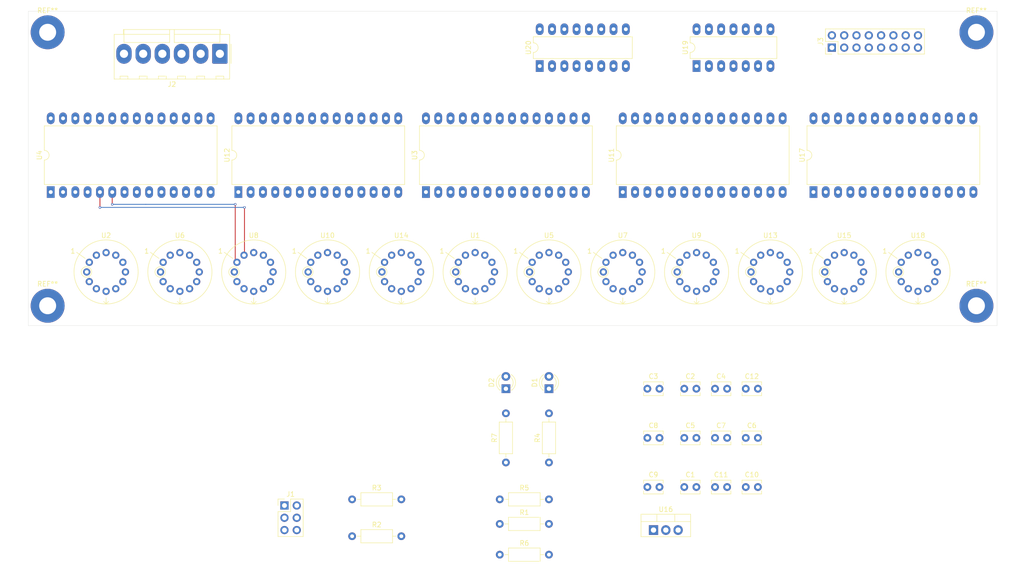
<source format=kicad_pcb>
(kicad_pcb (version 20171130) (host pcbnew 5.1.6-c6e7f7d~86~ubuntu20.04.1)

  (general
    (thickness 1.6)
    (drawings 4)
    (tracks 13)
    (zones 0)
    (modules 48)
    (nets 134)
  )

  (page A4)
  (layers
    (0 F.Cu signal)
    (31 B.Cu signal)
    (32 B.Adhes user)
    (33 F.Adhes user)
    (34 B.Paste user)
    (35 F.Paste user)
    (36 B.SilkS user)
    (37 F.SilkS user)
    (38 B.Mask user)
    (39 F.Mask user)
    (40 Dwgs.User user)
    (41 Cmts.User user)
    (42 Eco1.User user)
    (43 Eco2.User user)
    (44 Edge.Cuts user)
    (45 Margin user)
    (46 B.CrtYd user)
    (47 F.CrtYd user)
    (48 B.Fab user)
    (49 F.Fab user)
  )

  (setup
    (last_trace_width 0.1778)
    (user_trace_width 0.1778)
    (user_trace_width 0.254)
    (user_trace_width 0.381)
    (user_trace_width 0.508)
    (user_trace_width 0.635)
    (user_trace_width 1.016)
    (user_trace_width 1.27)
    (user_trace_width 2.54)
    (trace_clearance 0.127)
    (zone_clearance 0.508)
    (zone_45_only no)
    (trace_min 0.127)
    (via_size 0.889)
    (via_drill 0.381)
    (via_min_size 0.508)
    (via_min_drill 0.254)
    (user_via 0.508 0.254)
    (user_via 1.016 0.508)
    (uvia_size 0.889)
    (uvia_drill 0.381)
    (uvias_allowed no)
    (uvia_min_size 0.508)
    (uvia_min_drill 0.254)
    (edge_width 0.05)
    (segment_width 0.2)
    (pcb_text_width 0.3)
    (pcb_text_size 1.5 1.5)
    (mod_edge_width 0.12)
    (mod_text_size 1 1)
    (mod_text_width 0.15)
    (pad_size 1.524 1.524)
    (pad_drill 0.762)
    (pad_to_mask_clearance 0.05)
    (aux_axis_origin 0 0)
    (visible_elements FFFFFF7F)
    (pcbplotparams
      (layerselection 0x010fc_ffffffff)
      (usegerberextensions false)
      (usegerberattributes true)
      (usegerberadvancedattributes true)
      (creategerberjobfile true)
      (excludeedgelayer true)
      (linewidth 0.100000)
      (plotframeref false)
      (viasonmask false)
      (mode 1)
      (useauxorigin false)
      (hpglpennumber 1)
      (hpglpenspeed 20)
      (hpglpendiameter 15.000000)
      (psnegative false)
      (psa4output false)
      (plotreference true)
      (plotvalue true)
      (plotinvisibletext false)
      (padsonsilk false)
      (subtractmaskfromsilk false)
      (outputformat 1)
      (mirror false)
      (drillshape 1)
      (scaleselection 1)
      (outputdirectory ""))
  )

  (net 0 "")
  (net 1 GND)
  (net 2 +5V)
  (net 3 VPP)
  (net 4 +2V5)
  (net 5 /GRID)
  (net 6 +1V2)
  (net 7 "Net-(D1-Pad1)")
  (net 8 "Net-(D1-Pad2)")
  (net 9 "Net-(D2-Pad2)")
  (net 10 "Net-(D2-Pad1)")
  (net 11 "Net-(J1-Pad1)")
  (net 12 "Net-(J1-Pad3)")
  (net 13 "Net-(J1-Pad5)")
  (net 14 /D0)
  (net 15 /D1)
  (net 16 /D2)
  (net 17 /D3)
  (net 18 /D4)
  (net 19 /nLED2)
  (net 20 /D5)
  (net 21 /nLED1)
  (net 22 /D6)
  (net 23 /A0)
  (net 24 /D7)
  (net 25 "Net-(U1-Pad11)")
  (net 26 "Net-(U1-Pad10)")
  (net 27 "Net-(U1-Pad6)")
  (net 28 "Net-(U1-Pad5)")
  (net 29 "Net-(U1-Pad4)")
  (net 30 "Net-(U1-Pad3)")
  (net 31 "Net-(U1-Pad2)")
  (net 32 "Net-(U1-Pad1)")
  (net 33 "Net-(U2-Pad11)")
  (net 34 "Net-(U2-Pad10)")
  (net 35 "Net-(U2-Pad6)")
  (net 36 "Net-(U2-Pad5)")
  (net 37 "Net-(U2-Pad4)")
  (net 38 "Net-(U2-Pad3)")
  (net 39 "Net-(U2-Pad2)")
  (net 40 "Net-(U2-Pad1)")
  (net 41 "Net-(U12-Pad2)")
  (net 42 /BL)
  (net 43 "Net-(U3-Pad12)")
  (net 44 "Net-(U3-Pad11)")
  (net 45 "Net-(U3-Pad10)")
  (net 46 "Net-(U3-Pad9)")
  (net 47 "Net-(U3-Pad8)")
  (net 48 "Net-(U3-Pad7)")
  (net 49 "Net-(U3-Pad6)")
  (net 50 "Net-(U3-Pad5)")
  (net 51 "Net-(U3-Pad18)")
  (net 52 "Net-(U3-Pad4)")
  (net 53 "Net-(U3-Pad17)")
  (net 54 "Net-(U3-Pad3)")
  (net 55 /STB)
  (net 56 "Net-(U11-Pad27)")
  (net 57 /CLK)
  (net 58 /DIN)
  (net 59 "Net-(U4-Pad12)")
  (net 60 "Net-(U4-Pad11)")
  (net 61 "Net-(U4-Pad10)")
  (net 62 "Net-(U4-Pad9)")
  (net 63 "Net-(U4-Pad8)")
  (net 64 "Net-(U4-Pad7)")
  (net 65 "Net-(U4-Pad6)")
  (net 66 "Net-(U4-Pad5)")
  (net 67 "Net-(U4-Pad18)")
  (net 68 "Net-(U4-Pad4)")
  (net 69 "Net-(U4-Pad17)")
  (net 70 "Net-(U4-Pad3)")
  (net 71 "Net-(U12-Pad27)")
  (net 72 "Net-(U11-Pad26)")
  (net 73 "Net-(U11-Pad25)")
  (net 74 "Net-(U11-Pad24)")
  (net 75 "Net-(U11-Pad23)")
  (net 76 "Net-(U12-Pad26)")
  (net 77 "Net-(U12-Pad25)")
  (net 78 "Net-(U12-Pad24)")
  (net 79 "Net-(U12-Pad23)")
  (net 80 "Net-(U11-Pad11)")
  (net 81 "Net-(U11-Pad12)")
  (net 82 "Net-(U11-Pad17)")
  (net 83 "Net-(U11-Pad18)")
  (net 84 "Net-(U11-Pad19)")
  (net 85 "Net-(U11-Pad20)")
  (net 86 "Net-(U11-Pad21)")
  (net 87 "Net-(U11-Pad22)")
  (net 88 "Net-(U10-Pad1)")
  (net 89 "Net-(U10-Pad2)")
  (net 90 "Net-(U10-Pad3)")
  (net 91 "Net-(U10-Pad4)")
  (net 92 "Net-(U10-Pad5)")
  (net 93 "Net-(U10-Pad6)")
  (net 94 "Net-(U10-Pad10)")
  (net 95 "Net-(U10-Pad11)")
  (net 96 "Net-(U11-Pad2)")
  (net 97 "Net-(U11-Pad3)")
  (net 98 "Net-(U11-Pad4)")
  (net 99 "Net-(U11-Pad5)")
  (net 100 "Net-(U11-Pad6)")
  (net 101 "Net-(U11-Pad7)")
  (net 102 "Net-(U11-Pad8)")
  (net 103 "Net-(U11-Pad9)")
  (net 104 "Net-(U11-Pad10)")
  (net 105 "Net-(U12-Pad3)")
  (net 106 "Net-(U12-Pad4)")
  (net 107 "Net-(U12-Pad5)")
  (net 108 "Net-(U12-Pad6)")
  (net 109 "Net-(U12-Pad7)")
  (net 110 "Net-(U12-Pad8)")
  (net 111 "Net-(U12-Pad9)")
  (net 112 "Net-(U12-Pad10)")
  (net 113 "Net-(U15-Pad11)")
  (net 114 "Net-(U15-Pad10)")
  (net 115 "Net-(U15-Pad6)")
  (net 116 "Net-(U15-Pad5)")
  (net 117 "Net-(U15-Pad4)")
  (net 118 "Net-(U15-Pad3)")
  (net 119 "Net-(U15-Pad2)")
  (net 120 "Net-(U15-Pad1)")
  (net 121 /DOUT)
  (net 122 "Net-(U17-Pad3)")
  (net 123 "Net-(U17-Pad17)")
  (net 124 "Net-(U17-Pad4)")
  (net 125 "Net-(U17-Pad18)")
  (net 126 "Net-(U17-Pad5)")
  (net 127 "Net-(U17-Pad6)")
  (net 128 "Net-(U17-Pad7)")
  (net 129 "Net-(U17-Pad8)")
  (net 130 "Net-(U17-Pad9)")
  (net 131 "Net-(U17-Pad10)")
  (net 132 "Net-(U17-Pad11)")
  (net 133 "Net-(U17-Pad12)")

  (net_class Default "This is the default net class."
    (clearance 0.127)
    (trace_width 0.1778)
    (via_dia 0.889)
    (via_drill 0.381)
    (uvia_dia 0.889)
    (uvia_drill 0.381)
    (diff_pair_width 0.1778)
    (diff_pair_gap 0.1778)
    (add_net +1V2)
    (add_net +2V5)
    (add_net +5V)
    (add_net /A0)
    (add_net /BL)
    (add_net /CLK)
    (add_net /D0)
    (add_net /D1)
    (add_net /D2)
    (add_net /D3)
    (add_net /D4)
    (add_net /D5)
    (add_net /D6)
    (add_net /D7)
    (add_net /DIN)
    (add_net /DOUT)
    (add_net /GRID)
    (add_net /STB)
    (add_net /nLED1)
    (add_net /nLED2)
    (add_net GND)
    (add_net "Net-(D1-Pad1)")
    (add_net "Net-(D1-Pad2)")
    (add_net "Net-(D2-Pad1)")
    (add_net "Net-(D2-Pad2)")
    (add_net "Net-(J1-Pad1)")
    (add_net "Net-(J1-Pad3)")
    (add_net "Net-(J1-Pad5)")
    (add_net "Net-(U1-Pad1)")
    (add_net "Net-(U1-Pad10)")
    (add_net "Net-(U1-Pad11)")
    (add_net "Net-(U1-Pad2)")
    (add_net "Net-(U1-Pad3)")
    (add_net "Net-(U1-Pad4)")
    (add_net "Net-(U1-Pad5)")
    (add_net "Net-(U1-Pad6)")
    (add_net "Net-(U10-Pad1)")
    (add_net "Net-(U10-Pad10)")
    (add_net "Net-(U10-Pad11)")
    (add_net "Net-(U10-Pad2)")
    (add_net "Net-(U10-Pad3)")
    (add_net "Net-(U10-Pad4)")
    (add_net "Net-(U10-Pad5)")
    (add_net "Net-(U10-Pad6)")
    (add_net "Net-(U11-Pad10)")
    (add_net "Net-(U11-Pad11)")
    (add_net "Net-(U11-Pad12)")
    (add_net "Net-(U11-Pad17)")
    (add_net "Net-(U11-Pad18)")
    (add_net "Net-(U11-Pad19)")
    (add_net "Net-(U11-Pad2)")
    (add_net "Net-(U11-Pad20)")
    (add_net "Net-(U11-Pad21)")
    (add_net "Net-(U11-Pad22)")
    (add_net "Net-(U11-Pad23)")
    (add_net "Net-(U11-Pad24)")
    (add_net "Net-(U11-Pad25)")
    (add_net "Net-(U11-Pad26)")
    (add_net "Net-(U11-Pad27)")
    (add_net "Net-(U11-Pad3)")
    (add_net "Net-(U11-Pad4)")
    (add_net "Net-(U11-Pad5)")
    (add_net "Net-(U11-Pad6)")
    (add_net "Net-(U11-Pad7)")
    (add_net "Net-(U11-Pad8)")
    (add_net "Net-(U11-Pad9)")
    (add_net "Net-(U12-Pad10)")
    (add_net "Net-(U12-Pad2)")
    (add_net "Net-(U12-Pad23)")
    (add_net "Net-(U12-Pad24)")
    (add_net "Net-(U12-Pad25)")
    (add_net "Net-(U12-Pad26)")
    (add_net "Net-(U12-Pad27)")
    (add_net "Net-(U12-Pad3)")
    (add_net "Net-(U12-Pad4)")
    (add_net "Net-(U12-Pad5)")
    (add_net "Net-(U12-Pad6)")
    (add_net "Net-(U12-Pad7)")
    (add_net "Net-(U12-Pad8)")
    (add_net "Net-(U12-Pad9)")
    (add_net "Net-(U15-Pad1)")
    (add_net "Net-(U15-Pad10)")
    (add_net "Net-(U15-Pad11)")
    (add_net "Net-(U15-Pad2)")
    (add_net "Net-(U15-Pad3)")
    (add_net "Net-(U15-Pad4)")
    (add_net "Net-(U15-Pad5)")
    (add_net "Net-(U15-Pad6)")
    (add_net "Net-(U17-Pad10)")
    (add_net "Net-(U17-Pad11)")
    (add_net "Net-(U17-Pad12)")
    (add_net "Net-(U17-Pad17)")
    (add_net "Net-(U17-Pad18)")
    (add_net "Net-(U17-Pad3)")
    (add_net "Net-(U17-Pad4)")
    (add_net "Net-(U17-Pad5)")
    (add_net "Net-(U17-Pad6)")
    (add_net "Net-(U17-Pad7)")
    (add_net "Net-(U17-Pad8)")
    (add_net "Net-(U17-Pad9)")
    (add_net "Net-(U2-Pad1)")
    (add_net "Net-(U2-Pad10)")
    (add_net "Net-(U2-Pad11)")
    (add_net "Net-(U2-Pad2)")
    (add_net "Net-(U2-Pad3)")
    (add_net "Net-(U2-Pad4)")
    (add_net "Net-(U2-Pad5)")
    (add_net "Net-(U2-Pad6)")
    (add_net "Net-(U3-Pad10)")
    (add_net "Net-(U3-Pad11)")
    (add_net "Net-(U3-Pad12)")
    (add_net "Net-(U3-Pad17)")
    (add_net "Net-(U3-Pad18)")
    (add_net "Net-(U3-Pad3)")
    (add_net "Net-(U3-Pad4)")
    (add_net "Net-(U3-Pad5)")
    (add_net "Net-(U3-Pad6)")
    (add_net "Net-(U3-Pad7)")
    (add_net "Net-(U3-Pad8)")
    (add_net "Net-(U3-Pad9)")
    (add_net "Net-(U4-Pad10)")
    (add_net "Net-(U4-Pad11)")
    (add_net "Net-(U4-Pad12)")
    (add_net "Net-(U4-Pad17)")
    (add_net "Net-(U4-Pad18)")
    (add_net "Net-(U4-Pad3)")
    (add_net "Net-(U4-Pad4)")
    (add_net "Net-(U4-Pad5)")
    (add_net "Net-(U4-Pad6)")
    (add_net "Net-(U4-Pad7)")
    (add_net "Net-(U4-Pad8)")
    (add_net "Net-(U4-Pad9)")
    (add_net VPP)
  )

  (module MountingHole:MountingHole_3.5mm_Pad (layer F.Cu) (tedit 56D1B4CB) (tstamp 5EFE8282)
    (at 245.745 95.885)
    (descr "Mounting Hole 3.5mm")
    (tags "mounting hole 3.5mm")
    (attr virtual)
    (fp_text reference REF** (at 0 -4.5) (layer F.SilkS)
      (effects (font (size 1 1) (thickness 0.15)))
    )
    (fp_text value MountingHole_3.5mm_Pad (at 0 4.5) (layer F.Fab)
      (effects (font (size 1 1) (thickness 0.15)))
    )
    (fp_circle (center 0 0) (end 3.75 0) (layer F.CrtYd) (width 0.05))
    (fp_circle (center 0 0) (end 3.5 0) (layer Cmts.User) (width 0.15))
    (fp_text user %R (at 0.3 0) (layer F.Fab)
      (effects (font (size 1 1) (thickness 0.15)))
    )
    (pad 1 thru_hole circle (at 0 0) (size 7 7) (drill 3.5) (layers *.Cu *.Mask))
  )

  (module MountingHole:MountingHole_3.5mm_Pad (layer F.Cu) (tedit 56D1B4CB) (tstamp 5EFE826C)
    (at 245.745 39.37)
    (descr "Mounting Hole 3.5mm")
    (tags "mounting hole 3.5mm")
    (attr virtual)
    (fp_text reference REF** (at 0 -4.5) (layer F.SilkS)
      (effects (font (size 1 1) (thickness 0.15)))
    )
    (fp_text value MountingHole_3.5mm_Pad (at 0 4.5) (layer F.Fab)
      (effects (font (size 1 1) (thickness 0.15)))
    )
    (fp_circle (center 0 0) (end 3.75 0) (layer F.CrtYd) (width 0.05))
    (fp_circle (center 0 0) (end 3.5 0) (layer Cmts.User) (width 0.15))
    (fp_text user %R (at 0.3 0) (layer F.Fab)
      (effects (font (size 1 1) (thickness 0.15)))
    )
    (pad 1 thru_hole circle (at 0 0) (size 7 7) (drill 3.5) (layers *.Cu *.Mask))
  )

  (module MountingHole:MountingHole_3.5mm_Pad (layer F.Cu) (tedit 56D1B4CB) (tstamp 5EFE8256)
    (at 53.975 95.885)
    (descr "Mounting Hole 3.5mm")
    (tags "mounting hole 3.5mm")
    (attr virtual)
    (fp_text reference REF** (at 0 -4.5) (layer F.SilkS)
      (effects (font (size 1 1) (thickness 0.15)))
    )
    (fp_text value MountingHole_3.5mm_Pad (at 0 4.5) (layer F.Fab)
      (effects (font (size 1 1) (thickness 0.15)))
    )
    (fp_circle (center 0 0) (end 3.75 0) (layer F.CrtYd) (width 0.05))
    (fp_circle (center 0 0) (end 3.5 0) (layer Cmts.User) (width 0.15))
    (fp_text user %R (at 0.3 0) (layer F.Fab)
      (effects (font (size 1 1) (thickness 0.15)))
    )
    (pad 1 thru_hole circle (at 0 0) (size 7 7) (drill 3.5) (layers *.Cu *.Mask))
  )

  (module MountingHole:MountingHole_3.5mm_Pad (layer F.Cu) (tedit 56D1B4CB) (tstamp 5EFE8240)
    (at 53.975 39.37)
    (descr "Mounting Hole 3.5mm")
    (tags "mounting hole 3.5mm")
    (attr virtual)
    (fp_text reference REF** (at 0 -4.5) (layer F.SilkS)
      (effects (font (size 1 1) (thickness 0.15)))
    )
    (fp_text value MountingHole_3.5mm_Pad (at 0 4.5) (layer F.Fab)
      (effects (font (size 1 1) (thickness 0.15)))
    )
    (fp_circle (center 0 0) (end 3.75 0) (layer F.CrtYd) (width 0.05))
    (fp_circle (center 0 0) (end 3.5 0) (layer Cmts.User) (width 0.15))
    (fp_text user %R (at 0.3 0) (layer F.Fab)
      (effects (font (size 1 1) (thickness 0.15)))
    )
    (pad 1 thru_hole circle (at 0 0) (size 7 7) (drill 3.5) (layers *.Cu *.Mask))
  )

  (module Capacitor_THT:C_Disc_D3.8mm_W2.6mm_P2.50mm (layer F.Cu) (tedit 5AE50EF0) (tstamp 5EFE4DDC)
    (at 185.42 133.35)
    (descr "C, Disc series, Radial, pin pitch=2.50mm, , diameter*width=3.8*2.6mm^2, Capacitor, http://www.vishay.com/docs/45233/krseries.pdf")
    (tags "C Disc series Radial pin pitch 2.50mm  diameter 3.8mm width 2.6mm Capacitor")
    (path /5F2CBBDB)
    (fp_text reference C1 (at 1.25 -2.55) (layer F.SilkS)
      (effects (font (size 1 1) (thickness 0.15)))
    )
    (fp_text value .01uF (at 1.25 2.55) (layer F.Fab)
      (effects (font (size 1 1) (thickness 0.15)))
    )
    (fp_line (start 3.55 -1.55) (end -1.05 -1.55) (layer F.CrtYd) (width 0.05))
    (fp_line (start 3.55 1.55) (end 3.55 -1.55) (layer F.CrtYd) (width 0.05))
    (fp_line (start -1.05 1.55) (end 3.55 1.55) (layer F.CrtYd) (width 0.05))
    (fp_line (start -1.05 -1.55) (end -1.05 1.55) (layer F.CrtYd) (width 0.05))
    (fp_line (start 3.27 0.795) (end 3.27 1.42) (layer F.SilkS) (width 0.12))
    (fp_line (start 3.27 -1.42) (end 3.27 -0.795) (layer F.SilkS) (width 0.12))
    (fp_line (start -0.77 0.795) (end -0.77 1.42) (layer F.SilkS) (width 0.12))
    (fp_line (start -0.77 -1.42) (end -0.77 -0.795) (layer F.SilkS) (width 0.12))
    (fp_line (start -0.77 1.42) (end 3.27 1.42) (layer F.SilkS) (width 0.12))
    (fp_line (start -0.77 -1.42) (end 3.27 -1.42) (layer F.SilkS) (width 0.12))
    (fp_line (start 3.15 -1.3) (end -0.65 -1.3) (layer F.Fab) (width 0.1))
    (fp_line (start 3.15 1.3) (end 3.15 -1.3) (layer F.Fab) (width 0.1))
    (fp_line (start -0.65 1.3) (end 3.15 1.3) (layer F.Fab) (width 0.1))
    (fp_line (start -0.65 -1.3) (end -0.65 1.3) (layer F.Fab) (width 0.1))
    (fp_text user %R (at 1.25 0) (layer F.Fab)
      (effects (font (size 0.76 0.76) (thickness 0.114)))
    )
    (pad 2 thru_hole circle (at 2.5 0) (size 1.6 1.6) (drill 0.8) (layers *.Cu *.Mask)
      (net 1 GND))
    (pad 1 thru_hole circle (at 0 0) (size 1.6 1.6) (drill 0.8) (layers *.Cu *.Mask)
      (net 2 +5V))
    (model ${KISYS3DMOD}/Capacitor_THT.3dshapes/C_Disc_D3.8mm_W2.6mm_P2.50mm.wrl
      (at (xyz 0 0 0))
      (scale (xyz 1 1 1))
      (rotate (xyz 0 0 0))
    )
  )

  (module Capacitor_THT:C_Disc_D3.8mm_W2.6mm_P2.50mm (layer F.Cu) (tedit 5AE50EF0) (tstamp 5EFE77FB)
    (at 185.42 113.03)
    (descr "C, Disc series, Radial, pin pitch=2.50mm, , diameter*width=3.8*2.6mm^2, Capacitor, http://www.vishay.com/docs/45233/krseries.pdf")
    (tags "C Disc series Radial pin pitch 2.50mm  diameter 3.8mm width 2.6mm Capacitor")
    (path /5F2CC26D)
    (fp_text reference C2 (at 1.25 -2.55) (layer F.SilkS)
      (effects (font (size 1 1) (thickness 0.15)))
    )
    (fp_text value .01uF (at 1.25 2.55) (layer F.Fab)
      (effects (font (size 1 1) (thickness 0.15)))
    )
    (fp_line (start -0.65 -1.3) (end -0.65 1.3) (layer F.Fab) (width 0.1))
    (fp_line (start -0.65 1.3) (end 3.15 1.3) (layer F.Fab) (width 0.1))
    (fp_line (start 3.15 1.3) (end 3.15 -1.3) (layer F.Fab) (width 0.1))
    (fp_line (start 3.15 -1.3) (end -0.65 -1.3) (layer F.Fab) (width 0.1))
    (fp_line (start -0.77 -1.42) (end 3.27 -1.42) (layer F.SilkS) (width 0.12))
    (fp_line (start -0.77 1.42) (end 3.27 1.42) (layer F.SilkS) (width 0.12))
    (fp_line (start -0.77 -1.42) (end -0.77 -0.795) (layer F.SilkS) (width 0.12))
    (fp_line (start -0.77 0.795) (end -0.77 1.42) (layer F.SilkS) (width 0.12))
    (fp_line (start 3.27 -1.42) (end 3.27 -0.795) (layer F.SilkS) (width 0.12))
    (fp_line (start 3.27 0.795) (end 3.27 1.42) (layer F.SilkS) (width 0.12))
    (fp_line (start -1.05 -1.55) (end -1.05 1.55) (layer F.CrtYd) (width 0.05))
    (fp_line (start -1.05 1.55) (end 3.55 1.55) (layer F.CrtYd) (width 0.05))
    (fp_line (start 3.55 1.55) (end 3.55 -1.55) (layer F.CrtYd) (width 0.05))
    (fp_line (start 3.55 -1.55) (end -1.05 -1.55) (layer F.CrtYd) (width 0.05))
    (fp_text user %R (at 1.25 0) (layer F.Fab)
      (effects (font (size 0.76 0.76) (thickness 0.114)))
    )
    (pad 1 thru_hole circle (at 0 0) (size 1.6 1.6) (drill 0.8) (layers *.Cu *.Mask)
      (net 2 +5V))
    (pad 2 thru_hole circle (at 2.5 0) (size 1.6 1.6) (drill 0.8) (layers *.Cu *.Mask)
      (net 1 GND))
    (model ${KISYS3DMOD}/Capacitor_THT.3dshapes/C_Disc_D3.8mm_W2.6mm_P2.50mm.wrl
      (at (xyz 0 0 0))
      (scale (xyz 1 1 1))
      (rotate (xyz 0 0 0))
    )
  )

  (module Capacitor_THT:C_Disc_D3.8mm_W2.6mm_P2.50mm (layer F.Cu) (tedit 5AE50EF0) (tstamp 5EFE77AA)
    (at 177.8 113.03)
    (descr "C, Disc series, Radial, pin pitch=2.50mm, , diameter*width=3.8*2.6mm^2, Capacitor, http://www.vishay.com/docs/45233/krseries.pdf")
    (tags "C Disc series Radial pin pitch 2.50mm  diameter 3.8mm width 2.6mm Capacitor")
    (path /5F30F974)
    (fp_text reference C3 (at 1.25 -2.55) (layer F.SilkS)
      (effects (font (size 1 1) (thickness 0.15)))
    )
    (fp_text value "1uF 50V" (at 1.25 2.55) (layer F.Fab)
      (effects (font (size 1 1) (thickness 0.15)))
    )
    (fp_line (start 3.55 -1.55) (end -1.05 -1.55) (layer F.CrtYd) (width 0.05))
    (fp_line (start 3.55 1.55) (end 3.55 -1.55) (layer F.CrtYd) (width 0.05))
    (fp_line (start -1.05 1.55) (end 3.55 1.55) (layer F.CrtYd) (width 0.05))
    (fp_line (start -1.05 -1.55) (end -1.05 1.55) (layer F.CrtYd) (width 0.05))
    (fp_line (start 3.27 0.795) (end 3.27 1.42) (layer F.SilkS) (width 0.12))
    (fp_line (start 3.27 -1.42) (end 3.27 -0.795) (layer F.SilkS) (width 0.12))
    (fp_line (start -0.77 0.795) (end -0.77 1.42) (layer F.SilkS) (width 0.12))
    (fp_line (start -0.77 -1.42) (end -0.77 -0.795) (layer F.SilkS) (width 0.12))
    (fp_line (start -0.77 1.42) (end 3.27 1.42) (layer F.SilkS) (width 0.12))
    (fp_line (start -0.77 -1.42) (end 3.27 -1.42) (layer F.SilkS) (width 0.12))
    (fp_line (start 3.15 -1.3) (end -0.65 -1.3) (layer F.Fab) (width 0.1))
    (fp_line (start 3.15 1.3) (end 3.15 -1.3) (layer F.Fab) (width 0.1))
    (fp_line (start -0.65 1.3) (end 3.15 1.3) (layer F.Fab) (width 0.1))
    (fp_line (start -0.65 -1.3) (end -0.65 1.3) (layer F.Fab) (width 0.1))
    (fp_text user %R (at 1.25 0) (layer F.Fab)
      (effects (font (size 0.76 0.76) (thickness 0.114)))
    )
    (pad 2 thru_hole circle (at 2.5 0) (size 1.6 1.6) (drill 0.8) (layers *.Cu *.Mask)
      (net 1 GND))
    (pad 1 thru_hole circle (at 0 0) (size 1.6 1.6) (drill 0.8) (layers *.Cu *.Mask)
      (net 3 VPP))
    (model ${KISYS3DMOD}/Capacitor_THT.3dshapes/C_Disc_D3.8mm_W2.6mm_P2.50mm.wrl
      (at (xyz 0 0 0))
      (scale (xyz 1 1 1))
      (rotate (xyz 0 0 0))
    )
  )

  (module Capacitor_THT:C_Disc_D3.8mm_W2.6mm_P2.50mm (layer F.Cu) (tedit 5AE50EF0) (tstamp 5EFE7866)
    (at 191.77 113.03)
    (descr "C, Disc series, Radial, pin pitch=2.50mm, , diameter*width=3.8*2.6mm^2, Capacitor, http://www.vishay.com/docs/45233/krseries.pdf")
    (tags "C Disc series Radial pin pitch 2.50mm  diameter 3.8mm width 2.6mm Capacitor")
    (path /5F9638B5)
    (fp_text reference C4 (at 1.25 -2.55) (layer F.SilkS)
      (effects (font (size 1 1) (thickness 0.15)))
    )
    (fp_text value 10uF (at 1.25 2.55) (layer F.Fab)
      (effects (font (size 1 1) (thickness 0.15)))
    )
    (fp_line (start -0.65 -1.3) (end -0.65 1.3) (layer F.Fab) (width 0.1))
    (fp_line (start -0.65 1.3) (end 3.15 1.3) (layer F.Fab) (width 0.1))
    (fp_line (start 3.15 1.3) (end 3.15 -1.3) (layer F.Fab) (width 0.1))
    (fp_line (start 3.15 -1.3) (end -0.65 -1.3) (layer F.Fab) (width 0.1))
    (fp_line (start -0.77 -1.42) (end 3.27 -1.42) (layer F.SilkS) (width 0.12))
    (fp_line (start -0.77 1.42) (end 3.27 1.42) (layer F.SilkS) (width 0.12))
    (fp_line (start -0.77 -1.42) (end -0.77 -0.795) (layer F.SilkS) (width 0.12))
    (fp_line (start -0.77 0.795) (end -0.77 1.42) (layer F.SilkS) (width 0.12))
    (fp_line (start 3.27 -1.42) (end 3.27 -0.795) (layer F.SilkS) (width 0.12))
    (fp_line (start 3.27 0.795) (end 3.27 1.42) (layer F.SilkS) (width 0.12))
    (fp_line (start -1.05 -1.55) (end -1.05 1.55) (layer F.CrtYd) (width 0.05))
    (fp_line (start -1.05 1.55) (end 3.55 1.55) (layer F.CrtYd) (width 0.05))
    (fp_line (start 3.55 1.55) (end 3.55 -1.55) (layer F.CrtYd) (width 0.05))
    (fp_line (start 3.55 -1.55) (end -1.05 -1.55) (layer F.CrtYd) (width 0.05))
    (fp_text user %R (at 1.25 0) (layer F.Fab)
      (effects (font (size 0.76 0.76) (thickness 0.114)))
    )
    (pad 1 thru_hole circle (at 0 0) (size 1.6 1.6) (drill 0.8) (layers *.Cu *.Mask)
      (net 4 +2V5))
    (pad 2 thru_hole circle (at 2.5 0) (size 1.6 1.6) (drill 0.8) (layers *.Cu *.Mask)
      (net 1 GND))
    (model ${KISYS3DMOD}/Capacitor_THT.3dshapes/C_Disc_D3.8mm_W2.6mm_P2.50mm.wrl
      (at (xyz 0 0 0))
      (scale (xyz 1 1 1))
      (rotate (xyz 0 0 0))
    )
  )

  (module Capacitor_THT:C_Disc_D3.8mm_W2.6mm_P2.50mm (layer F.Cu) (tedit 5AE50EF0) (tstamp 5EFE4E30)
    (at 185.42 123.19)
    (descr "C, Disc series, Radial, pin pitch=2.50mm, , diameter*width=3.8*2.6mm^2, Capacitor, http://www.vishay.com/docs/45233/krseries.pdf")
    (tags "C Disc series Radial pin pitch 2.50mm  diameter 3.8mm width 2.6mm Capacitor")
    (path /5F2CC4E6)
    (fp_text reference C5 (at 1.25 -2.55) (layer F.SilkS)
      (effects (font (size 1 1) (thickness 0.15)))
    )
    (fp_text value .01uF (at 1.25 2.55) (layer F.Fab)
      (effects (font (size 1 1) (thickness 0.15)))
    )
    (fp_line (start 3.55 -1.55) (end -1.05 -1.55) (layer F.CrtYd) (width 0.05))
    (fp_line (start 3.55 1.55) (end 3.55 -1.55) (layer F.CrtYd) (width 0.05))
    (fp_line (start -1.05 1.55) (end 3.55 1.55) (layer F.CrtYd) (width 0.05))
    (fp_line (start -1.05 -1.55) (end -1.05 1.55) (layer F.CrtYd) (width 0.05))
    (fp_line (start 3.27 0.795) (end 3.27 1.42) (layer F.SilkS) (width 0.12))
    (fp_line (start 3.27 -1.42) (end 3.27 -0.795) (layer F.SilkS) (width 0.12))
    (fp_line (start -0.77 0.795) (end -0.77 1.42) (layer F.SilkS) (width 0.12))
    (fp_line (start -0.77 -1.42) (end -0.77 -0.795) (layer F.SilkS) (width 0.12))
    (fp_line (start -0.77 1.42) (end 3.27 1.42) (layer F.SilkS) (width 0.12))
    (fp_line (start -0.77 -1.42) (end 3.27 -1.42) (layer F.SilkS) (width 0.12))
    (fp_line (start 3.15 -1.3) (end -0.65 -1.3) (layer F.Fab) (width 0.1))
    (fp_line (start 3.15 1.3) (end 3.15 -1.3) (layer F.Fab) (width 0.1))
    (fp_line (start -0.65 1.3) (end 3.15 1.3) (layer F.Fab) (width 0.1))
    (fp_line (start -0.65 -1.3) (end -0.65 1.3) (layer F.Fab) (width 0.1))
    (fp_text user %R (at 1.25 0) (layer F.Fab)
      (effects (font (size 0.76 0.76) (thickness 0.114)))
    )
    (pad 2 thru_hole circle (at 2.5 0) (size 1.6 1.6) (drill 0.8) (layers *.Cu *.Mask)
      (net 1 GND))
    (pad 1 thru_hole circle (at 0 0) (size 1.6 1.6) (drill 0.8) (layers *.Cu *.Mask)
      (net 2 +5V))
    (model ${KISYS3DMOD}/Capacitor_THT.3dshapes/C_Disc_D3.8mm_W2.6mm_P2.50mm.wrl
      (at (xyz 0 0 0))
      (scale (xyz 1 1 1))
      (rotate (xyz 0 0 0))
    )
  )

  (module Capacitor_THT:C_Disc_D3.8mm_W2.6mm_P2.50mm (layer F.Cu) (tedit 5AE50EF0) (tstamp 5EFE4E45)
    (at 198.12 123.19)
    (descr "C, Disc series, Radial, pin pitch=2.50mm, , diameter*width=3.8*2.6mm^2, Capacitor, http://www.vishay.com/docs/45233/krseries.pdf")
    (tags "C Disc series Radial pin pitch 2.50mm  diameter 3.8mm width 2.6mm Capacitor")
    (path /5F30FE30)
    (fp_text reference C6 (at 1.25 -2.55) (layer F.SilkS)
      (effects (font (size 1 1) (thickness 0.15)))
    )
    (fp_text value "1uF 50V" (at 1.25 2.55) (layer F.Fab)
      (effects (font (size 1 1) (thickness 0.15)))
    )
    (fp_line (start -0.65 -1.3) (end -0.65 1.3) (layer F.Fab) (width 0.1))
    (fp_line (start -0.65 1.3) (end 3.15 1.3) (layer F.Fab) (width 0.1))
    (fp_line (start 3.15 1.3) (end 3.15 -1.3) (layer F.Fab) (width 0.1))
    (fp_line (start 3.15 -1.3) (end -0.65 -1.3) (layer F.Fab) (width 0.1))
    (fp_line (start -0.77 -1.42) (end 3.27 -1.42) (layer F.SilkS) (width 0.12))
    (fp_line (start -0.77 1.42) (end 3.27 1.42) (layer F.SilkS) (width 0.12))
    (fp_line (start -0.77 -1.42) (end -0.77 -0.795) (layer F.SilkS) (width 0.12))
    (fp_line (start -0.77 0.795) (end -0.77 1.42) (layer F.SilkS) (width 0.12))
    (fp_line (start 3.27 -1.42) (end 3.27 -0.795) (layer F.SilkS) (width 0.12))
    (fp_line (start 3.27 0.795) (end 3.27 1.42) (layer F.SilkS) (width 0.12))
    (fp_line (start -1.05 -1.55) (end -1.05 1.55) (layer F.CrtYd) (width 0.05))
    (fp_line (start -1.05 1.55) (end 3.55 1.55) (layer F.CrtYd) (width 0.05))
    (fp_line (start 3.55 1.55) (end 3.55 -1.55) (layer F.CrtYd) (width 0.05))
    (fp_line (start 3.55 -1.55) (end -1.05 -1.55) (layer F.CrtYd) (width 0.05))
    (fp_text user %R (at 1.25 0) (layer F.Fab)
      (effects (font (size 0.76 0.76) (thickness 0.114)))
    )
    (pad 1 thru_hole circle (at 0 0) (size 1.6 1.6) (drill 0.8) (layers *.Cu *.Mask)
      (net 3 VPP))
    (pad 2 thru_hole circle (at 2.5 0) (size 1.6 1.6) (drill 0.8) (layers *.Cu *.Mask)
      (net 1 GND))
    (model ${KISYS3DMOD}/Capacitor_THT.3dshapes/C_Disc_D3.8mm_W2.6mm_P2.50mm.wrl
      (at (xyz 0 0 0))
      (scale (xyz 1 1 1))
      (rotate (xyz 0 0 0))
    )
  )

  (module Capacitor_THT:C_Disc_D3.8mm_W2.6mm_P2.50mm (layer F.Cu) (tedit 5AE50EF0) (tstamp 5EFE4E5A)
    (at 191.77 123.19)
    (descr "C, Disc series, Radial, pin pitch=2.50mm, , diameter*width=3.8*2.6mm^2, Capacitor, http://www.vishay.com/docs/45233/krseries.pdf")
    (tags "C Disc series Radial pin pitch 2.50mm  diameter 3.8mm width 2.6mm Capacitor")
    (path /5F2CC76F)
    (fp_text reference C7 (at 1.25 -2.55) (layer F.SilkS)
      (effects (font (size 1 1) (thickness 0.15)))
    )
    (fp_text value .01uF (at 1.25 2.55) (layer F.Fab)
      (effects (font (size 1 1) (thickness 0.15)))
    )
    (fp_line (start -0.65 -1.3) (end -0.65 1.3) (layer F.Fab) (width 0.1))
    (fp_line (start -0.65 1.3) (end 3.15 1.3) (layer F.Fab) (width 0.1))
    (fp_line (start 3.15 1.3) (end 3.15 -1.3) (layer F.Fab) (width 0.1))
    (fp_line (start 3.15 -1.3) (end -0.65 -1.3) (layer F.Fab) (width 0.1))
    (fp_line (start -0.77 -1.42) (end 3.27 -1.42) (layer F.SilkS) (width 0.12))
    (fp_line (start -0.77 1.42) (end 3.27 1.42) (layer F.SilkS) (width 0.12))
    (fp_line (start -0.77 -1.42) (end -0.77 -0.795) (layer F.SilkS) (width 0.12))
    (fp_line (start -0.77 0.795) (end -0.77 1.42) (layer F.SilkS) (width 0.12))
    (fp_line (start 3.27 -1.42) (end 3.27 -0.795) (layer F.SilkS) (width 0.12))
    (fp_line (start 3.27 0.795) (end 3.27 1.42) (layer F.SilkS) (width 0.12))
    (fp_line (start -1.05 -1.55) (end -1.05 1.55) (layer F.CrtYd) (width 0.05))
    (fp_line (start -1.05 1.55) (end 3.55 1.55) (layer F.CrtYd) (width 0.05))
    (fp_line (start 3.55 1.55) (end 3.55 -1.55) (layer F.CrtYd) (width 0.05))
    (fp_line (start 3.55 -1.55) (end -1.05 -1.55) (layer F.CrtYd) (width 0.05))
    (fp_text user %R (at 1.25 0) (layer F.Fab)
      (effects (font (size 0.76 0.76) (thickness 0.114)))
    )
    (pad 1 thru_hole circle (at 0 0) (size 1.6 1.6) (drill 0.8) (layers *.Cu *.Mask)
      (net 2 +5V))
    (pad 2 thru_hole circle (at 2.5 0) (size 1.6 1.6) (drill 0.8) (layers *.Cu *.Mask)
      (net 1 GND))
    (model ${KISYS3DMOD}/Capacitor_THT.3dshapes/C_Disc_D3.8mm_W2.6mm_P2.50mm.wrl
      (at (xyz 0 0 0))
      (scale (xyz 1 1 1))
      (rotate (xyz 0 0 0))
    )
  )

  (module Capacitor_THT:C_Disc_D3.8mm_W2.6mm_P2.50mm (layer F.Cu) (tedit 5AE50EF0) (tstamp 5EFE4E6F)
    (at 177.8 123.19)
    (descr "C, Disc series, Radial, pin pitch=2.50mm, , diameter*width=3.8*2.6mm^2, Capacitor, http://www.vishay.com/docs/45233/krseries.pdf")
    (tags "C Disc series Radial pin pitch 2.50mm  diameter 3.8mm width 2.6mm Capacitor")
    (path /5FDC7897)
    (fp_text reference C8 (at 1.25 -2.55) (layer F.SilkS)
      (effects (font (size 1 1) (thickness 0.15)))
    )
    (fp_text value "10nF 50V" (at 1.25 2.55) (layer F.Fab)
      (effects (font (size 1 1) (thickness 0.15)))
    )
    (fp_line (start 3.55 -1.55) (end -1.05 -1.55) (layer F.CrtYd) (width 0.05))
    (fp_line (start 3.55 1.55) (end 3.55 -1.55) (layer F.CrtYd) (width 0.05))
    (fp_line (start -1.05 1.55) (end 3.55 1.55) (layer F.CrtYd) (width 0.05))
    (fp_line (start -1.05 -1.55) (end -1.05 1.55) (layer F.CrtYd) (width 0.05))
    (fp_line (start 3.27 0.795) (end 3.27 1.42) (layer F.SilkS) (width 0.12))
    (fp_line (start 3.27 -1.42) (end 3.27 -0.795) (layer F.SilkS) (width 0.12))
    (fp_line (start -0.77 0.795) (end -0.77 1.42) (layer F.SilkS) (width 0.12))
    (fp_line (start -0.77 -1.42) (end -0.77 -0.795) (layer F.SilkS) (width 0.12))
    (fp_line (start -0.77 1.42) (end 3.27 1.42) (layer F.SilkS) (width 0.12))
    (fp_line (start -0.77 -1.42) (end 3.27 -1.42) (layer F.SilkS) (width 0.12))
    (fp_line (start 3.15 -1.3) (end -0.65 -1.3) (layer F.Fab) (width 0.1))
    (fp_line (start 3.15 1.3) (end 3.15 -1.3) (layer F.Fab) (width 0.1))
    (fp_line (start -0.65 1.3) (end 3.15 1.3) (layer F.Fab) (width 0.1))
    (fp_line (start -0.65 -1.3) (end -0.65 1.3) (layer F.Fab) (width 0.1))
    (fp_text user %R (at 1.25 0) (layer F.Fab)
      (effects (font (size 0.76 0.76) (thickness 0.114)))
    )
    (pad 2 thru_hole circle (at 2.5 0) (size 1.6 1.6) (drill 0.8) (layers *.Cu *.Mask)
      (net 1 GND))
    (pad 1 thru_hole circle (at 0 0) (size 1.6 1.6) (drill 0.8) (layers *.Cu *.Mask)
      (net 5 /GRID))
    (model ${KISYS3DMOD}/Capacitor_THT.3dshapes/C_Disc_D3.8mm_W2.6mm_P2.50mm.wrl
      (at (xyz 0 0 0))
      (scale (xyz 1 1 1))
      (rotate (xyz 0 0 0))
    )
  )

  (module Capacitor_THT:C_Disc_D3.8mm_W2.6mm_P2.50mm (layer F.Cu) (tedit 5AE50EF0) (tstamp 5EFE4E84)
    (at 177.8 133.35)
    (descr "C, Disc series, Radial, pin pitch=2.50mm, , diameter*width=3.8*2.6mm^2, Capacitor, http://www.vishay.com/docs/45233/krseries.pdf")
    (tags "C Disc series Radial pin pitch 2.50mm  diameter 3.8mm width 2.6mm Capacitor")
    (path /5F2CCAFF)
    (fp_text reference C9 (at 1.25 -2.55) (layer F.SilkS)
      (effects (font (size 1 1) (thickness 0.15)))
    )
    (fp_text value .01uF (at 1.25 2.55) (layer F.Fab)
      (effects (font (size 1 1) (thickness 0.15)))
    )
    (fp_line (start -0.65 -1.3) (end -0.65 1.3) (layer F.Fab) (width 0.1))
    (fp_line (start -0.65 1.3) (end 3.15 1.3) (layer F.Fab) (width 0.1))
    (fp_line (start 3.15 1.3) (end 3.15 -1.3) (layer F.Fab) (width 0.1))
    (fp_line (start 3.15 -1.3) (end -0.65 -1.3) (layer F.Fab) (width 0.1))
    (fp_line (start -0.77 -1.42) (end 3.27 -1.42) (layer F.SilkS) (width 0.12))
    (fp_line (start -0.77 1.42) (end 3.27 1.42) (layer F.SilkS) (width 0.12))
    (fp_line (start -0.77 -1.42) (end -0.77 -0.795) (layer F.SilkS) (width 0.12))
    (fp_line (start -0.77 0.795) (end -0.77 1.42) (layer F.SilkS) (width 0.12))
    (fp_line (start 3.27 -1.42) (end 3.27 -0.795) (layer F.SilkS) (width 0.12))
    (fp_line (start 3.27 0.795) (end 3.27 1.42) (layer F.SilkS) (width 0.12))
    (fp_line (start -1.05 -1.55) (end -1.05 1.55) (layer F.CrtYd) (width 0.05))
    (fp_line (start -1.05 1.55) (end 3.55 1.55) (layer F.CrtYd) (width 0.05))
    (fp_line (start 3.55 1.55) (end 3.55 -1.55) (layer F.CrtYd) (width 0.05))
    (fp_line (start 3.55 -1.55) (end -1.05 -1.55) (layer F.CrtYd) (width 0.05))
    (fp_text user %R (at 1.25 0) (layer F.Fab)
      (effects (font (size 0.76 0.76) (thickness 0.114)))
    )
    (pad 1 thru_hole circle (at 0 0) (size 1.6 1.6) (drill 0.8) (layers *.Cu *.Mask)
      (net 2 +5V))
    (pad 2 thru_hole circle (at 2.5 0) (size 1.6 1.6) (drill 0.8) (layers *.Cu *.Mask)
      (net 1 GND))
    (model ${KISYS3DMOD}/Capacitor_THT.3dshapes/C_Disc_D3.8mm_W2.6mm_P2.50mm.wrl
      (at (xyz 0 0 0))
      (scale (xyz 1 1 1))
      (rotate (xyz 0 0 0))
    )
  )

  (module Capacitor_THT:C_Disc_D3.8mm_W2.6mm_P2.50mm (layer F.Cu) (tedit 5AE50EF0) (tstamp 5EFE4E99)
    (at 198.12 133.35)
    (descr "C, Disc series, Radial, pin pitch=2.50mm, , diameter*width=3.8*2.6mm^2, Capacitor, http://www.vishay.com/docs/45233/krseries.pdf")
    (tags "C Disc series Radial pin pitch 2.50mm  diameter 3.8mm width 2.6mm Capacitor")
    (path /5F963375)
    (fp_text reference C10 (at 1.25 -2.55) (layer F.SilkS)
      (effects (font (size 1 1) (thickness 0.15)))
    )
    (fp_text value 10uF (at 1.25 2.55) (layer F.Fab)
      (effects (font (size 1 1) (thickness 0.15)))
    )
    (fp_line (start 3.55 -1.55) (end -1.05 -1.55) (layer F.CrtYd) (width 0.05))
    (fp_line (start 3.55 1.55) (end 3.55 -1.55) (layer F.CrtYd) (width 0.05))
    (fp_line (start -1.05 1.55) (end 3.55 1.55) (layer F.CrtYd) (width 0.05))
    (fp_line (start -1.05 -1.55) (end -1.05 1.55) (layer F.CrtYd) (width 0.05))
    (fp_line (start 3.27 0.795) (end 3.27 1.42) (layer F.SilkS) (width 0.12))
    (fp_line (start 3.27 -1.42) (end 3.27 -0.795) (layer F.SilkS) (width 0.12))
    (fp_line (start -0.77 0.795) (end -0.77 1.42) (layer F.SilkS) (width 0.12))
    (fp_line (start -0.77 -1.42) (end -0.77 -0.795) (layer F.SilkS) (width 0.12))
    (fp_line (start -0.77 1.42) (end 3.27 1.42) (layer F.SilkS) (width 0.12))
    (fp_line (start -0.77 -1.42) (end 3.27 -1.42) (layer F.SilkS) (width 0.12))
    (fp_line (start 3.15 -1.3) (end -0.65 -1.3) (layer F.Fab) (width 0.1))
    (fp_line (start 3.15 1.3) (end 3.15 -1.3) (layer F.Fab) (width 0.1))
    (fp_line (start -0.65 1.3) (end 3.15 1.3) (layer F.Fab) (width 0.1))
    (fp_line (start -0.65 -1.3) (end -0.65 1.3) (layer F.Fab) (width 0.1))
    (fp_text user %R (at 1.25 0) (layer F.Fab)
      (effects (font (size 0.76 0.76) (thickness 0.114)))
    )
    (pad 2 thru_hole circle (at 2.5 0) (size 1.6 1.6) (drill 0.8) (layers *.Cu *.Mask)
      (net 1 GND))
    (pad 1 thru_hole circle (at 0 0) (size 1.6 1.6) (drill 0.8) (layers *.Cu *.Mask)
      (net 6 +1V2))
    (model ${KISYS3DMOD}/Capacitor_THT.3dshapes/C_Disc_D3.8mm_W2.6mm_P2.50mm.wrl
      (at (xyz 0 0 0))
      (scale (xyz 1 1 1))
      (rotate (xyz 0 0 0))
    )
  )

  (module Capacitor_THT:C_Disc_D3.8mm_W2.6mm_P2.50mm (layer F.Cu) (tedit 5AE50EF0) (tstamp 5EFE4EAE)
    (at 191.77 133.35)
    (descr "C, Disc series, Radial, pin pitch=2.50mm, , diameter*width=3.8*2.6mm^2, Capacitor, http://www.vishay.com/docs/45233/krseries.pdf")
    (tags "C Disc series Radial pin pitch 2.50mm  diameter 3.8mm width 2.6mm Capacitor")
    (path /5F5C7D46)
    (fp_text reference C11 (at 1.25 -2.55) (layer F.SilkS)
      (effects (font (size 1 1) (thickness 0.15)))
    )
    (fp_text value .01uF (at 1.25 2.55) (layer F.Fab)
      (effects (font (size 1 1) (thickness 0.15)))
    )
    (fp_line (start 3.55 -1.55) (end -1.05 -1.55) (layer F.CrtYd) (width 0.05))
    (fp_line (start 3.55 1.55) (end 3.55 -1.55) (layer F.CrtYd) (width 0.05))
    (fp_line (start -1.05 1.55) (end 3.55 1.55) (layer F.CrtYd) (width 0.05))
    (fp_line (start -1.05 -1.55) (end -1.05 1.55) (layer F.CrtYd) (width 0.05))
    (fp_line (start 3.27 0.795) (end 3.27 1.42) (layer F.SilkS) (width 0.12))
    (fp_line (start 3.27 -1.42) (end 3.27 -0.795) (layer F.SilkS) (width 0.12))
    (fp_line (start -0.77 0.795) (end -0.77 1.42) (layer F.SilkS) (width 0.12))
    (fp_line (start -0.77 -1.42) (end -0.77 -0.795) (layer F.SilkS) (width 0.12))
    (fp_line (start -0.77 1.42) (end 3.27 1.42) (layer F.SilkS) (width 0.12))
    (fp_line (start -0.77 -1.42) (end 3.27 -1.42) (layer F.SilkS) (width 0.12))
    (fp_line (start 3.15 -1.3) (end -0.65 -1.3) (layer F.Fab) (width 0.1))
    (fp_line (start 3.15 1.3) (end 3.15 -1.3) (layer F.Fab) (width 0.1))
    (fp_line (start -0.65 1.3) (end 3.15 1.3) (layer F.Fab) (width 0.1))
    (fp_line (start -0.65 -1.3) (end -0.65 1.3) (layer F.Fab) (width 0.1))
    (fp_text user %R (at 1.25 0) (layer F.Fab)
      (effects (font (size 0.76 0.76) (thickness 0.114)))
    )
    (pad 2 thru_hole circle (at 2.5 0) (size 1.6 1.6) (drill 0.8) (layers *.Cu *.Mask)
      (net 1 GND))
    (pad 1 thru_hole circle (at 0 0) (size 1.6 1.6) (drill 0.8) (layers *.Cu *.Mask)
      (net 2 +5V))
    (model ${KISYS3DMOD}/Capacitor_THT.3dshapes/C_Disc_D3.8mm_W2.6mm_P2.50mm.wrl
      (at (xyz 0 0 0))
      (scale (xyz 1 1 1))
      (rotate (xyz 0 0 0))
    )
  )

  (module Capacitor_THT:C_Disc_D3.8mm_W2.6mm_P2.50mm (layer F.Cu) (tedit 5AE50EF0) (tstamp 5EFE4EC3)
    (at 198.12 113.03)
    (descr "C, Disc series, Radial, pin pitch=2.50mm, , diameter*width=3.8*2.6mm^2, Capacitor, http://www.vishay.com/docs/45233/krseries.pdf")
    (tags "C Disc series Radial pin pitch 2.50mm  diameter 3.8mm width 2.6mm Capacitor")
    (path /5F5C85C2)
    (fp_text reference C12 (at 1.25 -2.55) (layer F.SilkS)
      (effects (font (size 1 1) (thickness 0.15)))
    )
    (fp_text value .01uF (at 1.25 2.55) (layer F.Fab)
      (effects (font (size 1 1) (thickness 0.15)))
    )
    (fp_line (start -0.65 -1.3) (end -0.65 1.3) (layer F.Fab) (width 0.1))
    (fp_line (start -0.65 1.3) (end 3.15 1.3) (layer F.Fab) (width 0.1))
    (fp_line (start 3.15 1.3) (end 3.15 -1.3) (layer F.Fab) (width 0.1))
    (fp_line (start 3.15 -1.3) (end -0.65 -1.3) (layer F.Fab) (width 0.1))
    (fp_line (start -0.77 -1.42) (end 3.27 -1.42) (layer F.SilkS) (width 0.12))
    (fp_line (start -0.77 1.42) (end 3.27 1.42) (layer F.SilkS) (width 0.12))
    (fp_line (start -0.77 -1.42) (end -0.77 -0.795) (layer F.SilkS) (width 0.12))
    (fp_line (start -0.77 0.795) (end -0.77 1.42) (layer F.SilkS) (width 0.12))
    (fp_line (start 3.27 -1.42) (end 3.27 -0.795) (layer F.SilkS) (width 0.12))
    (fp_line (start 3.27 0.795) (end 3.27 1.42) (layer F.SilkS) (width 0.12))
    (fp_line (start -1.05 -1.55) (end -1.05 1.55) (layer F.CrtYd) (width 0.05))
    (fp_line (start -1.05 1.55) (end 3.55 1.55) (layer F.CrtYd) (width 0.05))
    (fp_line (start 3.55 1.55) (end 3.55 -1.55) (layer F.CrtYd) (width 0.05))
    (fp_line (start 3.55 -1.55) (end -1.05 -1.55) (layer F.CrtYd) (width 0.05))
    (fp_text user %R (at 1.25 0) (layer F.Fab)
      (effects (font (size 0.76 0.76) (thickness 0.114)))
    )
    (pad 1 thru_hole circle (at 0 0) (size 1.6 1.6) (drill 0.8) (layers *.Cu *.Mask)
      (net 2 +5V))
    (pad 2 thru_hole circle (at 2.5 0) (size 1.6 1.6) (drill 0.8) (layers *.Cu *.Mask)
      (net 1 GND))
    (model ${KISYS3DMOD}/Capacitor_THT.3dshapes/C_Disc_D3.8mm_W2.6mm_P2.50mm.wrl
      (at (xyz 0 0 0))
      (scale (xyz 1 1 1))
      (rotate (xyz 0 0 0))
    )
  )

  (module LED_THT:LED_D3.0mm (layer F.Cu) (tedit 587A3A7B) (tstamp 5EFE4ED6)
    (at 157.48 113.03 90)
    (descr "LED, diameter 3.0mm, 2 pins")
    (tags "LED diameter 3.0mm 2 pins")
    (path /5F657887)
    (fp_text reference D1 (at 1.27 -2.96 90) (layer F.SilkS)
      (effects (font (size 1 1) (thickness 0.15)))
    )
    (fp_text value LED (at 1.27 2.96 90) (layer F.Fab)
      (effects (font (size 1 1) (thickness 0.15)))
    )
    (fp_circle (center 1.27 0) (end 2.77 0) (layer F.Fab) (width 0.1))
    (fp_line (start -0.23 -1.16619) (end -0.23 1.16619) (layer F.Fab) (width 0.1))
    (fp_line (start -0.29 -1.236) (end -0.29 -1.08) (layer F.SilkS) (width 0.12))
    (fp_line (start -0.29 1.08) (end -0.29 1.236) (layer F.SilkS) (width 0.12))
    (fp_line (start -1.15 -2.25) (end -1.15 2.25) (layer F.CrtYd) (width 0.05))
    (fp_line (start -1.15 2.25) (end 3.7 2.25) (layer F.CrtYd) (width 0.05))
    (fp_line (start 3.7 2.25) (end 3.7 -2.25) (layer F.CrtYd) (width 0.05))
    (fp_line (start 3.7 -2.25) (end -1.15 -2.25) (layer F.CrtYd) (width 0.05))
    (fp_arc (start 1.27 0) (end -0.23 -1.16619) (angle 284.3) (layer F.Fab) (width 0.1))
    (fp_arc (start 1.27 0) (end -0.29 -1.235516) (angle 108.8) (layer F.SilkS) (width 0.12))
    (fp_arc (start 1.27 0) (end -0.29 1.235516) (angle -108.8) (layer F.SilkS) (width 0.12))
    (fp_arc (start 1.27 0) (end 0.229039 -1.08) (angle 87.9) (layer F.SilkS) (width 0.12))
    (fp_arc (start 1.27 0) (end 0.229039 1.08) (angle -87.9) (layer F.SilkS) (width 0.12))
    (pad 1 thru_hole rect (at 0 0 90) (size 1.8 1.8) (drill 0.9) (layers *.Cu *.Mask)
      (net 7 "Net-(D1-Pad1)"))
    (pad 2 thru_hole circle (at 2.54 0 90) (size 1.8 1.8) (drill 0.9) (layers *.Cu *.Mask)
      (net 8 "Net-(D1-Pad2)"))
    (model ${KISYS3DMOD}/LED_THT.3dshapes/LED_D3.0mm.wrl
      (at (xyz 0 0 0))
      (scale (xyz 1 1 1))
      (rotate (xyz 0 0 0))
    )
  )

  (module LED_THT:LED_D3.0mm (layer F.Cu) (tedit 587A3A7B) (tstamp 5EFE4EE9)
    (at 148.59 113.03 90)
    (descr "LED, diameter 3.0mm, 2 pins")
    (tags "LED diameter 3.0mm 2 pins")
    (path /5F65961A)
    (fp_text reference D2 (at 1.27 -2.96 90) (layer F.SilkS)
      (effects (font (size 1 1) (thickness 0.15)))
    )
    (fp_text value LED (at 1.27 2.96 90) (layer F.Fab)
      (effects (font (size 1 1) (thickness 0.15)))
    )
    (fp_line (start 3.7 -2.25) (end -1.15 -2.25) (layer F.CrtYd) (width 0.05))
    (fp_line (start 3.7 2.25) (end 3.7 -2.25) (layer F.CrtYd) (width 0.05))
    (fp_line (start -1.15 2.25) (end 3.7 2.25) (layer F.CrtYd) (width 0.05))
    (fp_line (start -1.15 -2.25) (end -1.15 2.25) (layer F.CrtYd) (width 0.05))
    (fp_line (start -0.29 1.08) (end -0.29 1.236) (layer F.SilkS) (width 0.12))
    (fp_line (start -0.29 -1.236) (end -0.29 -1.08) (layer F.SilkS) (width 0.12))
    (fp_line (start -0.23 -1.16619) (end -0.23 1.16619) (layer F.Fab) (width 0.1))
    (fp_circle (center 1.27 0) (end 2.77 0) (layer F.Fab) (width 0.1))
    (fp_arc (start 1.27 0) (end 0.229039 1.08) (angle -87.9) (layer F.SilkS) (width 0.12))
    (fp_arc (start 1.27 0) (end 0.229039 -1.08) (angle 87.9) (layer F.SilkS) (width 0.12))
    (fp_arc (start 1.27 0) (end -0.29 1.235516) (angle -108.8) (layer F.SilkS) (width 0.12))
    (fp_arc (start 1.27 0) (end -0.29 -1.235516) (angle 108.8) (layer F.SilkS) (width 0.12))
    (fp_arc (start 1.27 0) (end -0.23 -1.16619) (angle 284.3) (layer F.Fab) (width 0.1))
    (pad 2 thru_hole circle (at 2.54 0 90) (size 1.8 1.8) (drill 0.9) (layers *.Cu *.Mask)
      (net 9 "Net-(D2-Pad2)"))
    (pad 1 thru_hole rect (at 0 0 90) (size 1.8 1.8) (drill 0.9) (layers *.Cu *.Mask)
      (net 10 "Net-(D2-Pad1)"))
    (model ${KISYS3DMOD}/LED_THT.3dshapes/LED_D3.0mm.wrl
      (at (xyz 0 0 0))
      (scale (xyz 1 1 1))
      (rotate (xyz 0 0 0))
    )
  )

  (module Connector_PinHeader_2.54mm:PinHeader_2x03_P2.54mm_Vertical (layer F.Cu) (tedit 59FED5CC) (tstamp 5EFE4F05)
    (at 102.87 137.16)
    (descr "Through hole straight pin header, 2x03, 2.54mm pitch, double rows")
    (tags "Through hole pin header THT 2x03 2.54mm double row")
    (path /602AADEF)
    (fp_text reference J1 (at 1.27 -2.33) (layer F.SilkS)
      (effects (font (size 1 1) (thickness 0.15)))
    )
    (fp_text value conn_2x3 (at 1.27 7.41) (layer F.Fab)
      (effects (font (size 1 1) (thickness 0.15)))
    )
    (fp_line (start 0 -1.27) (end 3.81 -1.27) (layer F.Fab) (width 0.1))
    (fp_line (start 3.81 -1.27) (end 3.81 6.35) (layer F.Fab) (width 0.1))
    (fp_line (start 3.81 6.35) (end -1.27 6.35) (layer F.Fab) (width 0.1))
    (fp_line (start -1.27 6.35) (end -1.27 0) (layer F.Fab) (width 0.1))
    (fp_line (start -1.27 0) (end 0 -1.27) (layer F.Fab) (width 0.1))
    (fp_line (start -1.33 6.41) (end 3.87 6.41) (layer F.SilkS) (width 0.12))
    (fp_line (start -1.33 1.27) (end -1.33 6.41) (layer F.SilkS) (width 0.12))
    (fp_line (start 3.87 -1.33) (end 3.87 6.41) (layer F.SilkS) (width 0.12))
    (fp_line (start -1.33 1.27) (end 1.27 1.27) (layer F.SilkS) (width 0.12))
    (fp_line (start 1.27 1.27) (end 1.27 -1.33) (layer F.SilkS) (width 0.12))
    (fp_line (start 1.27 -1.33) (end 3.87 -1.33) (layer F.SilkS) (width 0.12))
    (fp_line (start -1.33 0) (end -1.33 -1.33) (layer F.SilkS) (width 0.12))
    (fp_line (start -1.33 -1.33) (end 0 -1.33) (layer F.SilkS) (width 0.12))
    (fp_line (start -1.8 -1.8) (end -1.8 6.85) (layer F.CrtYd) (width 0.05))
    (fp_line (start -1.8 6.85) (end 4.35 6.85) (layer F.CrtYd) (width 0.05))
    (fp_line (start 4.35 6.85) (end 4.35 -1.8) (layer F.CrtYd) (width 0.05))
    (fp_line (start 4.35 -1.8) (end -1.8 -1.8) (layer F.CrtYd) (width 0.05))
    (fp_text user %R (at 1.27 2.54 90) (layer F.Fab)
      (effects (font (size 1 1) (thickness 0.15)))
    )
    (pad 1 thru_hole rect (at 0 0) (size 1.7 1.7) (drill 1) (layers *.Cu *.Mask)
      (net 11 "Net-(J1-Pad1)"))
    (pad 2 thru_hole oval (at 2.54 0) (size 1.7 1.7) (drill 1) (layers *.Cu *.Mask)
      (net 1 GND))
    (pad 3 thru_hole oval (at 0 2.54) (size 1.7 1.7) (drill 1) (layers *.Cu *.Mask)
      (net 12 "Net-(J1-Pad3)"))
    (pad 4 thru_hole oval (at 2.54 2.54) (size 1.7 1.7) (drill 1) (layers *.Cu *.Mask)
      (net 1 GND))
    (pad 5 thru_hole oval (at 0 5.08) (size 1.7 1.7) (drill 1) (layers *.Cu *.Mask)
      (net 13 "Net-(J1-Pad5)"))
    (pad 6 thru_hole oval (at 2.54 5.08) (size 1.7 1.7) (drill 1) (layers *.Cu *.Mask)
      (net 1 GND))
    (model ${KISYS3DMOD}/Connector_PinHeader_2.54mm.3dshapes/PinHeader_2x03_P2.54mm_Vertical.wrl
      (at (xyz 0 0 0))
      (scale (xyz 1 1 1))
      (rotate (xyz 0 0 0))
    )
  )

  (module Connector_Molex:Molex_KK-396_A-41791-0006_1x06_P3.96mm_Vertical (layer F.Cu) (tedit 5DC431B4) (tstamp 5EFE4F45)
    (at 89.535 43.815 180)
    (descr "Molex KK 396 Interconnect System, old/engineering part number: A-41791-0006 example for new part number: 26-60-4060, 6 Pins (https://www.molex.com/pdm_docs/sd/026604020_sd.pdf), generated with kicad-footprint-generator")
    (tags "connector Molex KK-396 vertical")
    (path /5F8EECC1)
    (fp_text reference J2 (at 9.9 -6.31) (layer F.SilkS)
      (effects (font (size 1 1) (thickness 0.15)))
    )
    (fp_text value Conn_01x06_Male (at 9.9 6.1) (layer F.Fab)
      (effects (font (size 1 1) (thickness 0.15)))
    )
    (fp_line (start -1.91 -5.11) (end 21.71 -5.11) (layer F.Fab) (width 0.1))
    (fp_line (start 21.71 -5.11) (end 21.71 3.895) (layer F.Fab) (width 0.1))
    (fp_line (start 21.71 3.895) (end 19.805 3.895) (layer F.Fab) (width 0.1))
    (fp_line (start 19.805 3.895) (end 19.805 4.9) (layer F.Fab) (width 0.1))
    (fp_line (start 19.805 4.9) (end -0.005 4.9) (layer F.Fab) (width 0.1))
    (fp_line (start -0.005 4.9) (end -0.005 3.895) (layer F.Fab) (width 0.1))
    (fp_line (start -0.005 3.895) (end -1.91 3.895) (layer F.Fab) (width 0.1))
    (fp_line (start -1.91 3.895) (end -1.91 -5.11) (layer F.Fab) (width 0.1))
    (fp_line (start -2.02 -5.22) (end 21.82 -5.22) (layer F.SilkS) (width 0.12))
    (fp_line (start 21.82 -5.22) (end 21.82 4.005) (layer F.SilkS) (width 0.12))
    (fp_line (start 21.82 4.005) (end 19.915 4.005) (layer F.SilkS) (width 0.12))
    (fp_line (start 19.915 4.005) (end 19.915 5.01) (layer F.SilkS) (width 0.12))
    (fp_line (start 19.915 5.01) (end -0.115 5.01) (layer F.SilkS) (width 0.12))
    (fp_line (start -0.115 5.01) (end -0.115 4.005) (layer F.SilkS) (width 0.12))
    (fp_line (start -0.115 4.005) (end -2.02 4.005) (layer F.SilkS) (width 0.12))
    (fp_line (start -2.02 4.005) (end -2.02 -5.22) (layer F.SilkS) (width 0.12))
    (fp_line (start -2.31 -2) (end -2.31 2) (layer F.SilkS) (width 0.12))
    (fp_line (start -1.91 -0.5) (end -1.202893 0) (layer F.Fab) (width 0.1))
    (fp_line (start -1.202893 0) (end -1.91 0.5) (layer F.Fab) (width 0.1))
    (fp_line (start 0 5.01) (end 0 4.01) (layer F.SilkS) (width 0.12))
    (fp_line (start 0 4.01) (end 9.42 4.01) (layer F.SilkS) (width 0.12))
    (fp_line (start 9.42 4.01) (end 9.42 5.01) (layer F.SilkS) (width 0.12))
    (fp_line (start 0 4.01) (end 0 2.34) (layer F.SilkS) (width 0.12))
    (fp_line (start 0 2.34) (end 9.42 2.34) (layer F.SilkS) (width 0.12))
    (fp_line (start 9.42 2.34) (end 9.42 4.01) (layer F.SilkS) (width 0.12))
    (fp_line (start 10.38 5.01) (end 10.38 4.01) (layer F.SilkS) (width 0.12))
    (fp_line (start 10.38 4.01) (end 19.8 4.01) (layer F.SilkS) (width 0.12))
    (fp_line (start 19.8 4.01) (end 19.8 5.01) (layer F.SilkS) (width 0.12))
    (fp_line (start 10.38 4.01) (end 10.38 2.34) (layer F.SilkS) (width 0.12))
    (fp_line (start 10.38 2.34) (end 19.8 2.34) (layer F.SilkS) (width 0.12))
    (fp_line (start 19.8 2.34) (end 19.8 4.01) (layer F.SilkS) (width 0.12))
    (fp_line (start -0.8 -5.22) (end -0.8 -4.62) (layer F.SilkS) (width 0.12))
    (fp_line (start -0.8 -4.62) (end 0.8 -4.62) (layer F.SilkS) (width 0.12))
    (fp_line (start 0.8 -4.62) (end 0.8 -5.22) (layer F.SilkS) (width 0.12))
    (fp_line (start 3.16 -5.22) (end 3.16 -4.62) (layer F.SilkS) (width 0.12))
    (fp_line (start 3.16 -4.62) (end 4.76 -4.62) (layer F.SilkS) (width 0.12))
    (fp_line (start 4.76 -4.62) (end 4.76 -5.22) (layer F.SilkS) (width 0.12))
    (fp_line (start 7.12 -5.22) (end 7.12 -4.62) (layer F.SilkS) (width 0.12))
    (fp_line (start 7.12 -4.62) (end 8.72 -4.62) (layer F.SilkS) (width 0.12))
    (fp_line (start 8.72 -4.62) (end 8.72 -5.22) (layer F.SilkS) (width 0.12))
    (fp_line (start 11.08 -5.22) (end 11.08 -4.62) (layer F.SilkS) (width 0.12))
    (fp_line (start 11.08 -4.62) (end 12.68 -4.62) (layer F.SilkS) (width 0.12))
    (fp_line (start 12.68 -4.62) (end 12.68 -5.22) (layer F.SilkS) (width 0.12))
    (fp_line (start 15.04 -5.22) (end 15.04 -4.62) (layer F.SilkS) (width 0.12))
    (fp_line (start 15.04 -4.62) (end 16.64 -4.62) (layer F.SilkS) (width 0.12))
    (fp_line (start 16.64 -4.62) (end 16.64 -5.22) (layer F.SilkS) (width 0.12))
    (fp_line (start 19 -5.22) (end 19 -4.62) (layer F.SilkS) (width 0.12))
    (fp_line (start 19 -4.62) (end 20.6 -4.62) (layer F.SilkS) (width 0.12))
    (fp_line (start 20.6 -4.62) (end 20.6 -5.22) (layer F.SilkS) (width 0.12))
    (fp_line (start -2.41 -5.61) (end -2.41 5.4) (layer F.CrtYd) (width 0.05))
    (fp_line (start -2.41 5.4) (end 22.21 5.4) (layer F.CrtYd) (width 0.05))
    (fp_line (start 22.21 5.4) (end 22.21 -5.61) (layer F.CrtYd) (width 0.05))
    (fp_line (start 22.21 -5.61) (end -2.41 -5.61) (layer F.CrtYd) (width 0.05))
    (fp_text user %R (at 9.9 -4.41) (layer F.Fab)
      (effects (font (size 1 1) (thickness 0.15)))
    )
    (pad 1 thru_hole roundrect (at 0 0 180) (size 3.16 4.1) (drill 1.7) (layers *.Cu *.Mask) (roundrect_rratio 0.079114)
      (net 2 +5V))
    (pad 2 thru_hole oval (at 3.96 0 180) (size 3.16 4.1) (drill 1.7) (layers *.Cu *.Mask)
      (net 1 GND))
    (pad 3 thru_hole oval (at 7.92 0 180) (size 3.16 4.1) (drill 1.7) (layers *.Cu *.Mask)
      (net 3 VPP))
    (pad 4 thru_hole oval (at 11.88 0 180) (size 3.16 4.1) (drill 1.7) (layers *.Cu *.Mask)
      (net 1 GND))
    (pad 5 thru_hole oval (at 15.84 0 180) (size 3.16 4.1) (drill 1.7) (layers *.Cu *.Mask)
      (net 4 +2V5))
    (pad 6 thru_hole oval (at 19.8 0 180) (size 3.16 4.1) (drill 1.7) (layers *.Cu *.Mask)
      (net 1 GND))
    (model ${KISYS3DMOD}/Connector_Molex.3dshapes/Molex_KK-396_A-41791-0006_1x06_P3.96mm_Vertical.wrl
      (at (xyz 0 0 0))
      (scale (xyz 1 1 1))
      (rotate (xyz 0 0 0))
    )
  )

  (module Connector_PinHeader_2.54mm:PinHeader_2x08_P2.54mm_Vertical (layer F.Cu) (tedit 59FED5CC) (tstamp 5EFE82D6)
    (at 215.9 42.545 90)
    (descr "Through hole straight pin header, 2x08, 2.54mm pitch, double rows")
    (tags "Through hole pin header THT 2x08 2.54mm double row")
    (path /606102EB)
    (fp_text reference J3 (at 1.27 -2.33 90) (layer F.SilkS)
      (effects (font (size 1 1) (thickness 0.15)))
    )
    (fp_text value Conn_02x08_Odd_Even (at 1.27 20.11 90) (layer F.Fab)
      (effects (font (size 1 1) (thickness 0.15)))
    )
    (fp_line (start 0 -1.27) (end 3.81 -1.27) (layer F.Fab) (width 0.1))
    (fp_line (start 3.81 -1.27) (end 3.81 19.05) (layer F.Fab) (width 0.1))
    (fp_line (start 3.81 19.05) (end -1.27 19.05) (layer F.Fab) (width 0.1))
    (fp_line (start -1.27 19.05) (end -1.27 0) (layer F.Fab) (width 0.1))
    (fp_line (start -1.27 0) (end 0 -1.27) (layer F.Fab) (width 0.1))
    (fp_line (start -1.33 19.11) (end 3.87 19.11) (layer F.SilkS) (width 0.12))
    (fp_line (start -1.33 1.27) (end -1.33 19.11) (layer F.SilkS) (width 0.12))
    (fp_line (start 3.87 -1.33) (end 3.87 19.11) (layer F.SilkS) (width 0.12))
    (fp_line (start -1.33 1.27) (end 1.27 1.27) (layer F.SilkS) (width 0.12))
    (fp_line (start 1.27 1.27) (end 1.27 -1.33) (layer F.SilkS) (width 0.12))
    (fp_line (start 1.27 -1.33) (end 3.87 -1.33) (layer F.SilkS) (width 0.12))
    (fp_line (start -1.33 0) (end -1.33 -1.33) (layer F.SilkS) (width 0.12))
    (fp_line (start -1.33 -1.33) (end 0 -1.33) (layer F.SilkS) (width 0.12))
    (fp_line (start -1.8 -1.8) (end -1.8 19.55) (layer F.CrtYd) (width 0.05))
    (fp_line (start -1.8 19.55) (end 4.35 19.55) (layer F.CrtYd) (width 0.05))
    (fp_line (start 4.35 19.55) (end 4.35 -1.8) (layer F.CrtYd) (width 0.05))
    (fp_line (start 4.35 -1.8) (end -1.8 -1.8) (layer F.CrtYd) (width 0.05))
    (fp_text user %R (at 1.27 8.89) (layer F.Fab)
      (effects (font (size 1 1) (thickness 0.15)))
    )
    (pad 1 thru_hole rect (at 0 0 90) (size 1.7 1.7) (drill 1) (layers *.Cu *.Mask)
      (net 2 +5V))
    (pad 2 thru_hole oval (at 2.54 0 90) (size 1.7 1.7) (drill 1) (layers *.Cu *.Mask)
      (net 14 /D0))
    (pad 3 thru_hole oval (at 0 2.54 90) (size 1.7 1.7) (drill 1) (layers *.Cu *.Mask)
      (net 2 +5V))
    (pad 4 thru_hole oval (at 2.54 2.54 90) (size 1.7 1.7) (drill 1) (layers *.Cu *.Mask)
      (net 15 /D1))
    (pad 5 thru_hole oval (at 0 5.08 90) (size 1.7 1.7) (drill 1) (layers *.Cu *.Mask)
      (net 1 GND))
    (pad 6 thru_hole oval (at 2.54 5.08 90) (size 1.7 1.7) (drill 1) (layers *.Cu *.Mask)
      (net 16 /D2))
    (pad 7 thru_hole oval (at 0 7.62 90) (size 1.7 1.7) (drill 1) (layers *.Cu *.Mask)
      (net 1 GND))
    (pad 8 thru_hole oval (at 2.54 7.62 90) (size 1.7 1.7) (drill 1) (layers *.Cu *.Mask)
      (net 17 /D3))
    (pad 9 thru_hole oval (at 0 10.16 90) (size 1.7 1.7) (drill 1) (layers *.Cu *.Mask)
      (net 1 GND))
    (pad 10 thru_hole oval (at 2.54 10.16 90) (size 1.7 1.7) (drill 1) (layers *.Cu *.Mask)
      (net 18 /D4))
    (pad 11 thru_hole oval (at 0 12.7 90) (size 1.7 1.7) (drill 1) (layers *.Cu *.Mask)
      (net 19 /nLED2))
    (pad 12 thru_hole oval (at 2.54 12.7 90) (size 1.7 1.7) (drill 1) (layers *.Cu *.Mask)
      (net 20 /D5))
    (pad 13 thru_hole oval (at 0 15.24 90) (size 1.7 1.7) (drill 1) (layers *.Cu *.Mask)
      (net 21 /nLED1))
    (pad 14 thru_hole oval (at 2.54 15.24 90) (size 1.7 1.7) (drill 1) (layers *.Cu *.Mask)
      (net 22 /D6))
    (pad 15 thru_hole oval (at 0 17.78 90) (size 1.7 1.7) (drill 1) (layers *.Cu *.Mask)
      (net 23 /A0))
    (pad 16 thru_hole oval (at 2.54 17.78 90) (size 1.7 1.7) (drill 1) (layers *.Cu *.Mask)
      (net 24 /D7))
    (model ${KISYS3DMOD}/Connector_PinHeader_2.54mm.3dshapes/PinHeader_2x08_P2.54mm_Vertical.wrl
      (at (xyz 0 0 0))
      (scale (xyz 1 1 1))
      (rotate (xyz 0 0 0))
    )
  )

  (module Resistor_THT:R_Axial_DIN0207_L6.3mm_D2.5mm_P10.16mm_Horizontal (layer F.Cu) (tedit 5AE5139B) (tstamp 5EFE4F82)
    (at 147.32 140.97)
    (descr "Resistor, Axial_DIN0207 series, Axial, Horizontal, pin pitch=10.16mm, 0.25W = 1/4W, length*diameter=6.3*2.5mm^2, http://cdn-reichelt.de/documents/datenblatt/B400/1_4W%23YAG.pdf")
    (tags "Resistor Axial_DIN0207 series Axial Horizontal pin pitch 10.16mm 0.25W = 1/4W length 6.3mm diameter 2.5mm")
    (path /5FB8CB24)
    (fp_text reference R1 (at 5.08 -2.37) (layer F.SilkS)
      (effects (font (size 1 1) (thickness 0.15)))
    )
    (fp_text value 100 (at 5.08 2.37) (layer F.Fab)
      (effects (font (size 1 1) (thickness 0.15)))
    )
    (fp_line (start 1.93 -1.25) (end 1.93 1.25) (layer F.Fab) (width 0.1))
    (fp_line (start 1.93 1.25) (end 8.23 1.25) (layer F.Fab) (width 0.1))
    (fp_line (start 8.23 1.25) (end 8.23 -1.25) (layer F.Fab) (width 0.1))
    (fp_line (start 8.23 -1.25) (end 1.93 -1.25) (layer F.Fab) (width 0.1))
    (fp_line (start 0 0) (end 1.93 0) (layer F.Fab) (width 0.1))
    (fp_line (start 10.16 0) (end 8.23 0) (layer F.Fab) (width 0.1))
    (fp_line (start 1.81 -1.37) (end 1.81 1.37) (layer F.SilkS) (width 0.12))
    (fp_line (start 1.81 1.37) (end 8.35 1.37) (layer F.SilkS) (width 0.12))
    (fp_line (start 8.35 1.37) (end 8.35 -1.37) (layer F.SilkS) (width 0.12))
    (fp_line (start 8.35 -1.37) (end 1.81 -1.37) (layer F.SilkS) (width 0.12))
    (fp_line (start 1.04 0) (end 1.81 0) (layer F.SilkS) (width 0.12))
    (fp_line (start 9.12 0) (end 8.35 0) (layer F.SilkS) (width 0.12))
    (fp_line (start -1.05 -1.5) (end -1.05 1.5) (layer F.CrtYd) (width 0.05))
    (fp_line (start -1.05 1.5) (end 11.21 1.5) (layer F.CrtYd) (width 0.05))
    (fp_line (start 11.21 1.5) (end 11.21 -1.5) (layer F.CrtYd) (width 0.05))
    (fp_line (start 11.21 -1.5) (end -1.05 -1.5) (layer F.CrtYd) (width 0.05))
    (fp_text user %R (at 5.08 0) (layer F.Fab)
      (effects (font (size 1 1) (thickness 0.15)))
    )
    (pad 1 thru_hole circle (at 0 0) (size 1.6 1.6) (drill 0.8) (layers *.Cu *.Mask)
      (net 3 VPP))
    (pad 2 thru_hole oval (at 10.16 0) (size 1.6 1.6) (drill 0.8) (layers *.Cu *.Mask)
      (net 5 /GRID))
    (model ${KISYS3DMOD}/Resistor_THT.3dshapes/R_Axial_DIN0207_L6.3mm_D2.5mm_P10.16mm_Horizontal.wrl
      (at (xyz 0 0 0))
      (scale (xyz 1 1 1))
      (rotate (xyz 0 0 0))
    )
  )

  (module Resistor_THT:R_Axial_DIN0207_L6.3mm_D2.5mm_P10.16mm_Horizontal (layer F.Cu) (tedit 5AE5139B) (tstamp 5EFE4F99)
    (at 116.84 143.51)
    (descr "Resistor, Axial_DIN0207 series, Axial, Horizontal, pin pitch=10.16mm, 0.25W = 1/4W, length*diameter=6.3*2.5mm^2, http://cdn-reichelt.de/documents/datenblatt/B400/1_4W%23YAG.pdf")
    (tags "Resistor Axial_DIN0207 series Axial Horizontal pin pitch 10.16mm 0.25W = 1/4W length 6.3mm diameter 2.5mm")
    (path /5FBDC285)
    (fp_text reference R2 (at 5.08 -2.37) (layer F.SilkS)
      (effects (font (size 1 1) (thickness 0.15)))
    )
    (fp_text value OMIT (at 5.08 2.37) (layer F.Fab)
      (effects (font (size 1 1) (thickness 0.15)))
    )
    (fp_line (start 11.21 -1.5) (end -1.05 -1.5) (layer F.CrtYd) (width 0.05))
    (fp_line (start 11.21 1.5) (end 11.21 -1.5) (layer F.CrtYd) (width 0.05))
    (fp_line (start -1.05 1.5) (end 11.21 1.5) (layer F.CrtYd) (width 0.05))
    (fp_line (start -1.05 -1.5) (end -1.05 1.5) (layer F.CrtYd) (width 0.05))
    (fp_line (start 9.12 0) (end 8.35 0) (layer F.SilkS) (width 0.12))
    (fp_line (start 1.04 0) (end 1.81 0) (layer F.SilkS) (width 0.12))
    (fp_line (start 8.35 -1.37) (end 1.81 -1.37) (layer F.SilkS) (width 0.12))
    (fp_line (start 8.35 1.37) (end 8.35 -1.37) (layer F.SilkS) (width 0.12))
    (fp_line (start 1.81 1.37) (end 8.35 1.37) (layer F.SilkS) (width 0.12))
    (fp_line (start 1.81 -1.37) (end 1.81 1.37) (layer F.SilkS) (width 0.12))
    (fp_line (start 10.16 0) (end 8.23 0) (layer F.Fab) (width 0.1))
    (fp_line (start 0 0) (end 1.93 0) (layer F.Fab) (width 0.1))
    (fp_line (start 8.23 -1.25) (end 1.93 -1.25) (layer F.Fab) (width 0.1))
    (fp_line (start 8.23 1.25) (end 8.23 -1.25) (layer F.Fab) (width 0.1))
    (fp_line (start 1.93 1.25) (end 8.23 1.25) (layer F.Fab) (width 0.1))
    (fp_line (start 1.93 -1.25) (end 1.93 1.25) (layer F.Fab) (width 0.1))
    (fp_text user %R (at 5.08 0) (layer F.Fab)
      (effects (font (size 1 1) (thickness 0.15)))
    )
    (pad 2 thru_hole oval (at 10.16 0) (size 1.6 1.6) (drill 0.8) (layers *.Cu *.Mask)
      (net 5 /GRID))
    (pad 1 thru_hole circle (at 0 0) (size 1.6 1.6) (drill 0.8) (layers *.Cu *.Mask)
      (net 1 GND))
    (model ${KISYS3DMOD}/Resistor_THT.3dshapes/R_Axial_DIN0207_L6.3mm_D2.5mm_P10.16mm_Horizontal.wrl
      (at (xyz 0 0 0))
      (scale (xyz 1 1 1))
      (rotate (xyz 0 0 0))
    )
  )

  (module Resistor_THT:R_Axial_DIN0207_L6.3mm_D2.5mm_P10.16mm_Horizontal (layer F.Cu) (tedit 5AE5139B) (tstamp 5EFE4FB0)
    (at 116.84 135.89)
    (descr "Resistor, Axial_DIN0207 series, Axial, Horizontal, pin pitch=10.16mm, 0.25W = 1/4W, length*diameter=6.3*2.5mm^2, http://cdn-reichelt.de/documents/datenblatt/B400/1_4W%23YAG.pdf")
    (tags "Resistor Axial_DIN0207 series Axial Horizontal pin pitch 10.16mm 0.25W = 1/4W length 6.3mm diameter 2.5mm")
    (path /602D5C4A)
    (fp_text reference R3 (at 5.08 -2.37) (layer F.SilkS)
      (effects (font (size 1 1) (thickness 0.15)))
    )
    (fp_text value 10k (at 5.08 2.37) (layer F.Fab)
      (effects (font (size 1 1) (thickness 0.15)))
    )
    (fp_line (start 1.93 -1.25) (end 1.93 1.25) (layer F.Fab) (width 0.1))
    (fp_line (start 1.93 1.25) (end 8.23 1.25) (layer F.Fab) (width 0.1))
    (fp_line (start 8.23 1.25) (end 8.23 -1.25) (layer F.Fab) (width 0.1))
    (fp_line (start 8.23 -1.25) (end 1.93 -1.25) (layer F.Fab) (width 0.1))
    (fp_line (start 0 0) (end 1.93 0) (layer F.Fab) (width 0.1))
    (fp_line (start 10.16 0) (end 8.23 0) (layer F.Fab) (width 0.1))
    (fp_line (start 1.81 -1.37) (end 1.81 1.37) (layer F.SilkS) (width 0.12))
    (fp_line (start 1.81 1.37) (end 8.35 1.37) (layer F.SilkS) (width 0.12))
    (fp_line (start 8.35 1.37) (end 8.35 -1.37) (layer F.SilkS) (width 0.12))
    (fp_line (start 8.35 -1.37) (end 1.81 -1.37) (layer F.SilkS) (width 0.12))
    (fp_line (start 1.04 0) (end 1.81 0) (layer F.SilkS) (width 0.12))
    (fp_line (start 9.12 0) (end 8.35 0) (layer F.SilkS) (width 0.12))
    (fp_line (start -1.05 -1.5) (end -1.05 1.5) (layer F.CrtYd) (width 0.05))
    (fp_line (start -1.05 1.5) (end 11.21 1.5) (layer F.CrtYd) (width 0.05))
    (fp_line (start 11.21 1.5) (end 11.21 -1.5) (layer F.CrtYd) (width 0.05))
    (fp_line (start 11.21 -1.5) (end -1.05 -1.5) (layer F.CrtYd) (width 0.05))
    (fp_text user %R (at 5.08 0) (layer F.Fab)
      (effects (font (size 1 1) (thickness 0.15)))
    )
    (pad 1 thru_hole circle (at 0 0) (size 1.6 1.6) (drill 0.8) (layers *.Cu *.Mask)
      (net 11 "Net-(J1-Pad1)"))
    (pad 2 thru_hole oval (at 10.16 0) (size 1.6 1.6) (drill 0.8) (layers *.Cu *.Mask)
      (net 2 +5V))
    (model ${KISYS3DMOD}/Resistor_THT.3dshapes/R_Axial_DIN0207_L6.3mm_D2.5mm_P10.16mm_Horizontal.wrl
      (at (xyz 0 0 0))
      (scale (xyz 1 1 1))
      (rotate (xyz 0 0 0))
    )
  )

  (module Resistor_THT:R_Axial_DIN0207_L6.3mm_D2.5mm_P10.16mm_Horizontal (layer F.Cu) (tedit 5AE5139B) (tstamp 5EFE4FC7)
    (at 157.48 128.27 90)
    (descr "Resistor, Axial_DIN0207 series, Axial, Horizontal, pin pitch=10.16mm, 0.25W = 1/4W, length*diameter=6.3*2.5mm^2, http://cdn-reichelt.de/documents/datenblatt/B400/1_4W%23YAG.pdf")
    (tags "Resistor Axial_DIN0207 series Axial Horizontal pin pitch 10.16mm 0.25W = 1/4W length 6.3mm diameter 2.5mm")
    (path /5F6A0EA2)
    (fp_text reference R4 (at 5.08 -2.37 90) (layer F.SilkS)
      (effects (font (size 1 1) (thickness 0.15)))
    )
    (fp_text value 470 (at 5.08 2.37 90) (layer F.Fab)
      (effects (font (size 1 1) (thickness 0.15)))
    )
    (fp_line (start 1.93 -1.25) (end 1.93 1.25) (layer F.Fab) (width 0.1))
    (fp_line (start 1.93 1.25) (end 8.23 1.25) (layer F.Fab) (width 0.1))
    (fp_line (start 8.23 1.25) (end 8.23 -1.25) (layer F.Fab) (width 0.1))
    (fp_line (start 8.23 -1.25) (end 1.93 -1.25) (layer F.Fab) (width 0.1))
    (fp_line (start 0 0) (end 1.93 0) (layer F.Fab) (width 0.1))
    (fp_line (start 10.16 0) (end 8.23 0) (layer F.Fab) (width 0.1))
    (fp_line (start 1.81 -1.37) (end 1.81 1.37) (layer F.SilkS) (width 0.12))
    (fp_line (start 1.81 1.37) (end 8.35 1.37) (layer F.SilkS) (width 0.12))
    (fp_line (start 8.35 1.37) (end 8.35 -1.37) (layer F.SilkS) (width 0.12))
    (fp_line (start 8.35 -1.37) (end 1.81 -1.37) (layer F.SilkS) (width 0.12))
    (fp_line (start 1.04 0) (end 1.81 0) (layer F.SilkS) (width 0.12))
    (fp_line (start 9.12 0) (end 8.35 0) (layer F.SilkS) (width 0.12))
    (fp_line (start -1.05 -1.5) (end -1.05 1.5) (layer F.CrtYd) (width 0.05))
    (fp_line (start -1.05 1.5) (end 11.21 1.5) (layer F.CrtYd) (width 0.05))
    (fp_line (start 11.21 1.5) (end 11.21 -1.5) (layer F.CrtYd) (width 0.05))
    (fp_line (start 11.21 -1.5) (end -1.05 -1.5) (layer F.CrtYd) (width 0.05))
    (fp_text user %R (at 5.08 0 90) (layer F.Fab)
      (effects (font (size 1 1) (thickness 0.15)))
    )
    (pad 1 thru_hole circle (at 0 0 90) (size 1.6 1.6) (drill 0.8) (layers *.Cu *.Mask)
      (net 2 +5V))
    (pad 2 thru_hole oval (at 10.16 0 90) (size 1.6 1.6) (drill 0.8) (layers *.Cu *.Mask)
      (net 7 "Net-(D1-Pad1)"))
    (model ${KISYS3DMOD}/Resistor_THT.3dshapes/R_Axial_DIN0207_L6.3mm_D2.5mm_P10.16mm_Horizontal.wrl
      (at (xyz 0 0 0))
      (scale (xyz 1 1 1))
      (rotate (xyz 0 0 0))
    )
  )

  (module Resistor_THT:R_Axial_DIN0207_L6.3mm_D2.5mm_P10.16mm_Horizontal (layer F.Cu) (tedit 5AE5139B) (tstamp 5EFE4FDE)
    (at 147.32 135.89)
    (descr "Resistor, Axial_DIN0207 series, Axial, Horizontal, pin pitch=10.16mm, 0.25W = 1/4W, length*diameter=6.3*2.5mm^2, http://cdn-reichelt.de/documents/datenblatt/B400/1_4W%23YAG.pdf")
    (tags "Resistor Axial_DIN0207 series Axial Horizontal pin pitch 10.16mm 0.25W = 1/4W length 6.3mm diameter 2.5mm")
    (path /603D1D8E)
    (fp_text reference R5 (at 5.08 -2.37) (layer F.SilkS)
      (effects (font (size 1 1) (thickness 0.15)))
    )
    (fp_text value 10k (at 5.08 2.37) (layer F.Fab)
      (effects (font (size 1 1) (thickness 0.15)))
    )
    (fp_line (start 11.21 -1.5) (end -1.05 -1.5) (layer F.CrtYd) (width 0.05))
    (fp_line (start 11.21 1.5) (end 11.21 -1.5) (layer F.CrtYd) (width 0.05))
    (fp_line (start -1.05 1.5) (end 11.21 1.5) (layer F.CrtYd) (width 0.05))
    (fp_line (start -1.05 -1.5) (end -1.05 1.5) (layer F.CrtYd) (width 0.05))
    (fp_line (start 9.12 0) (end 8.35 0) (layer F.SilkS) (width 0.12))
    (fp_line (start 1.04 0) (end 1.81 0) (layer F.SilkS) (width 0.12))
    (fp_line (start 8.35 -1.37) (end 1.81 -1.37) (layer F.SilkS) (width 0.12))
    (fp_line (start 8.35 1.37) (end 8.35 -1.37) (layer F.SilkS) (width 0.12))
    (fp_line (start 1.81 1.37) (end 8.35 1.37) (layer F.SilkS) (width 0.12))
    (fp_line (start 1.81 -1.37) (end 1.81 1.37) (layer F.SilkS) (width 0.12))
    (fp_line (start 10.16 0) (end 8.23 0) (layer F.Fab) (width 0.1))
    (fp_line (start 0 0) (end 1.93 0) (layer F.Fab) (width 0.1))
    (fp_line (start 8.23 -1.25) (end 1.93 -1.25) (layer F.Fab) (width 0.1))
    (fp_line (start 8.23 1.25) (end 8.23 -1.25) (layer F.Fab) (width 0.1))
    (fp_line (start 1.93 1.25) (end 8.23 1.25) (layer F.Fab) (width 0.1))
    (fp_line (start 1.93 -1.25) (end 1.93 1.25) (layer F.Fab) (width 0.1))
    (fp_text user %R (at 5.08 0) (layer F.Fab)
      (effects (font (size 1 1) (thickness 0.15)))
    )
    (pad 2 thru_hole oval (at 10.16 0) (size 1.6 1.6) (drill 0.8) (layers *.Cu *.Mask)
      (net 2 +5V))
    (pad 1 thru_hole circle (at 0 0) (size 1.6 1.6) (drill 0.8) (layers *.Cu *.Mask)
      (net 12 "Net-(J1-Pad3)"))
    (model ${KISYS3DMOD}/Resistor_THT.3dshapes/R_Axial_DIN0207_L6.3mm_D2.5mm_P10.16mm_Horizontal.wrl
      (at (xyz 0 0 0))
      (scale (xyz 1 1 1))
      (rotate (xyz 0 0 0))
    )
  )

  (module Resistor_THT:R_Axial_DIN0207_L6.3mm_D2.5mm_P10.16mm_Horizontal (layer F.Cu) (tedit 5AE5139B) (tstamp 5EFE4FF5)
    (at 147.32 147.32)
    (descr "Resistor, Axial_DIN0207 series, Axial, Horizontal, pin pitch=10.16mm, 0.25W = 1/4W, length*diameter=6.3*2.5mm^2, http://cdn-reichelt.de/documents/datenblatt/B400/1_4W%23YAG.pdf")
    (tags "Resistor Axial_DIN0207 series Axial Horizontal pin pitch 10.16mm 0.25W = 1/4W length 6.3mm diameter 2.5mm")
    (path /603D1EF1)
    (fp_text reference R6 (at 5.08 -2.37) (layer F.SilkS)
      (effects (font (size 1 1) (thickness 0.15)))
    )
    (fp_text value 10k (at 5.08 2.37) (layer F.Fab)
      (effects (font (size 1 1) (thickness 0.15)))
    )
    (fp_line (start 1.93 -1.25) (end 1.93 1.25) (layer F.Fab) (width 0.1))
    (fp_line (start 1.93 1.25) (end 8.23 1.25) (layer F.Fab) (width 0.1))
    (fp_line (start 8.23 1.25) (end 8.23 -1.25) (layer F.Fab) (width 0.1))
    (fp_line (start 8.23 -1.25) (end 1.93 -1.25) (layer F.Fab) (width 0.1))
    (fp_line (start 0 0) (end 1.93 0) (layer F.Fab) (width 0.1))
    (fp_line (start 10.16 0) (end 8.23 0) (layer F.Fab) (width 0.1))
    (fp_line (start 1.81 -1.37) (end 1.81 1.37) (layer F.SilkS) (width 0.12))
    (fp_line (start 1.81 1.37) (end 8.35 1.37) (layer F.SilkS) (width 0.12))
    (fp_line (start 8.35 1.37) (end 8.35 -1.37) (layer F.SilkS) (width 0.12))
    (fp_line (start 8.35 -1.37) (end 1.81 -1.37) (layer F.SilkS) (width 0.12))
    (fp_line (start 1.04 0) (end 1.81 0) (layer F.SilkS) (width 0.12))
    (fp_line (start 9.12 0) (end 8.35 0) (layer F.SilkS) (width 0.12))
    (fp_line (start -1.05 -1.5) (end -1.05 1.5) (layer F.CrtYd) (width 0.05))
    (fp_line (start -1.05 1.5) (end 11.21 1.5) (layer F.CrtYd) (width 0.05))
    (fp_line (start 11.21 1.5) (end 11.21 -1.5) (layer F.CrtYd) (width 0.05))
    (fp_line (start 11.21 -1.5) (end -1.05 -1.5) (layer F.CrtYd) (width 0.05))
    (fp_text user %R (at 5.08 0) (layer F.Fab)
      (effects (font (size 1 1) (thickness 0.15)))
    )
    (pad 1 thru_hole circle (at 0 0) (size 1.6 1.6) (drill 0.8) (layers *.Cu *.Mask)
      (net 13 "Net-(J1-Pad5)"))
    (pad 2 thru_hole oval (at 10.16 0) (size 1.6 1.6) (drill 0.8) (layers *.Cu *.Mask)
      (net 2 +5V))
    (model ${KISYS3DMOD}/Resistor_THT.3dshapes/R_Axial_DIN0207_L6.3mm_D2.5mm_P10.16mm_Horizontal.wrl
      (at (xyz 0 0 0))
      (scale (xyz 1 1 1))
      (rotate (xyz 0 0 0))
    )
  )

  (module Resistor_THT:R_Axial_DIN0207_L6.3mm_D2.5mm_P10.16mm_Horizontal (layer F.Cu) (tedit 5AE5139B) (tstamp 5EFE7632)
    (at 148.59 128.27 90)
    (descr "Resistor, Axial_DIN0207 series, Axial, Horizontal, pin pitch=10.16mm, 0.25W = 1/4W, length*diameter=6.3*2.5mm^2, http://cdn-reichelt.de/documents/datenblatt/B400/1_4W%23YAG.pdf")
    (tags "Resistor Axial_DIN0207 series Axial Horizontal pin pitch 10.16mm 0.25W = 1/4W length 6.3mm diameter 2.5mm")
    (path /5F6A1C41)
    (fp_text reference R7 (at 5.08 -2.37 90) (layer F.SilkS)
      (effects (font (size 1 1) (thickness 0.15)))
    )
    (fp_text value 470 (at 5.08 2.37 90) (layer F.Fab)
      (effects (font (size 1 1) (thickness 0.15)))
    )
    (fp_line (start 11.21 -1.5) (end -1.05 -1.5) (layer F.CrtYd) (width 0.05))
    (fp_line (start 11.21 1.5) (end 11.21 -1.5) (layer F.CrtYd) (width 0.05))
    (fp_line (start -1.05 1.5) (end 11.21 1.5) (layer F.CrtYd) (width 0.05))
    (fp_line (start -1.05 -1.5) (end -1.05 1.5) (layer F.CrtYd) (width 0.05))
    (fp_line (start 9.12 0) (end 8.35 0) (layer F.SilkS) (width 0.12))
    (fp_line (start 1.04 0) (end 1.81 0) (layer F.SilkS) (width 0.12))
    (fp_line (start 8.35 -1.37) (end 1.81 -1.37) (layer F.SilkS) (width 0.12))
    (fp_line (start 8.35 1.37) (end 8.35 -1.37) (layer F.SilkS) (width 0.12))
    (fp_line (start 1.81 1.37) (end 8.35 1.37) (layer F.SilkS) (width 0.12))
    (fp_line (start 1.81 -1.37) (end 1.81 1.37) (layer F.SilkS) (width 0.12))
    (fp_line (start 10.16 0) (end 8.23 0) (layer F.Fab) (width 0.1))
    (fp_line (start 0 0) (end 1.93 0) (layer F.Fab) (width 0.1))
    (fp_line (start 8.23 -1.25) (end 1.93 -1.25) (layer F.Fab) (width 0.1))
    (fp_line (start 8.23 1.25) (end 8.23 -1.25) (layer F.Fab) (width 0.1))
    (fp_line (start 1.93 1.25) (end 8.23 1.25) (layer F.Fab) (width 0.1))
    (fp_line (start 1.93 -1.25) (end 1.93 1.25) (layer F.Fab) (width 0.1))
    (fp_text user %R (at 5.08 0 90) (layer F.Fab)
      (effects (font (size 1 1) (thickness 0.15)))
    )
    (pad 2 thru_hole oval (at 10.16 0 90) (size 1.6 1.6) (drill 0.8) (layers *.Cu *.Mask)
      (net 10 "Net-(D2-Pad1)"))
    (pad 1 thru_hole circle (at 0 0 90) (size 1.6 1.6) (drill 0.8) (layers *.Cu *.Mask)
      (net 2 +5V))
    (model ${KISYS3DMOD}/Resistor_THT.3dshapes/R_Axial_DIN0207_L6.3mm_D2.5mm_P10.16mm_Horizontal.wrl
      (at (xyz 0 0 0))
      (scale (xyz 1 1 1))
      (rotate (xyz 0 0 0))
    )
  )

  (module iv-6:iv-6v2 (layer F.Cu) (tedit 5EFDF0CF) (tstamp 5EFE5025)
    (at 142.24 88.9)
    (path /5EFCE91F)
    (fp_text reference U1 (at 0 -7.545) (layer F.SilkS)
      (effects (font (size 1 1) (thickness 0.15)))
    )
    (fp_text value IV-6 (at 0 7.545) (layer F.Fab)
      (effects (font (size 1 1) (thickness 0.15)))
    )
    (fp_circle (center -4.064 0) (end -3.302 0.762) (layer F.SilkS) (width 0.12))
    (fp_line (start -6.096 -4.064) (end -4.318 -2.794) (layer F.SilkS) (width 0.12))
    (fp_line (start 0 6.604) (end -0.508 6.096) (layer F.SilkS) (width 0.12))
    (fp_line (start 0 6.604) (end 0.508 6.096) (layer F.SilkS) (width 0.12))
    (fp_line (start 0 5.334) (end 0 6.604) (layer F.SilkS) (width 0.12))
    (fp_circle (center 0 0) (end 0 6.87) (layer F.CrtYd) (width 0.05))
    (fp_circle (center 0 0) (end 0 6.62) (layer F.SilkS) (width 0.12))
    (fp_circle (center 0 0) (end 0 6.5) (layer F.Fab) (width 0.1))
    (fp_text user 1 (at -6.858 -4.318) (layer F.SilkS)
      (effects (font (size 1 1) (thickness 0.15)))
    )
    (pad 12 thru_hole oval (at -4 0 180) (size 1.5 1.5) (drill 0.8) (layers *.Cu *.Mask))
    (pad 11 thru_hole oval (at -3.464101 2 210) (size 1.5 1.5) (drill 0.8) (layers *.Cu *.Mask)
      (net 25 "Net-(U1-Pad11)"))
    (pad 10 thru_hole oval (at -2 3.464101 240) (size 1.5 1.5) (drill 0.8) (layers *.Cu *.Mask)
      (net 26 "Net-(U1-Pad10)"))
    (pad 9 thru_hole oval (at 0 4 270) (size 1.5 1.5) (drill 0.8) (layers *.Cu *.Mask)
      (net 5 /GRID))
    (pad 8 thru_hole oval (at 1.999999 3.464101 300) (size 1.5 1.5) (drill 0.8) (layers *.Cu *.Mask)
      (net 1 GND))
    (pad 7 thru_hole oval (at 3.464101 1.999999 330) (size 1.5 1.5) (drill 0.8) (layers *.Cu *.Mask)
      (net 6 +1V2))
    (pad 6 thru_hole oval (at 4 0) (size 1.5 1.5) (drill 0.8) (layers *.Cu *.Mask)
      (net 27 "Net-(U1-Pad6)"))
    (pad 5 thru_hole oval (at 3.464101 -2 30) (size 1.5 1.5) (drill 0.8) (layers *.Cu *.Mask)
      (net 28 "Net-(U1-Pad5)"))
    (pad 4 thru_hole oval (at 1.999999 -3.464101 60) (size 1.5 1.5) (drill 0.8) (layers *.Cu *.Mask)
      (net 29 "Net-(U1-Pad4)"))
    (pad 3 thru_hole oval (at 0 -4 90) (size 1.5 1.5) (drill 0.8) (layers *.Cu *.Mask)
      (net 30 "Net-(U1-Pad3)"))
    (pad 2 thru_hole oval (at -1.999999 -3.464101 120) (size 1.5 1.5) (drill 0.8) (layers *.Cu *.Mask)
      (net 31 "Net-(U1-Pad2)"))
    (pad 1 thru_hole oval (at -3.464101 -2 150) (size 1.5 1.5) (drill 0.8) (layers *.Cu *.Mask)
      (net 32 "Net-(U1-Pad1)"))
  )

  (module iv-6:iv-6v2 (layer F.Cu) (tedit 5EFDF0CF) (tstamp 5EFE503E)
    (at 66.04 88.9)
    (path /5F0852F3)
    (fp_text reference U2 (at 0 -7.545) (layer F.SilkS)
      (effects (font (size 1 1) (thickness 0.15)))
    )
    (fp_text value IV-6 (at 0 7.545) (layer F.Fab)
      (effects (font (size 1 1) (thickness 0.15)))
    )
    (fp_circle (center -4.064 0) (end -3.302 0.762) (layer F.SilkS) (width 0.12))
    (fp_line (start -6.096 -4.064) (end -4.318 -2.794) (layer F.SilkS) (width 0.12))
    (fp_line (start 0 6.604) (end -0.508 6.096) (layer F.SilkS) (width 0.12))
    (fp_line (start 0 6.604) (end 0.508 6.096) (layer F.SilkS) (width 0.12))
    (fp_line (start 0 5.334) (end 0 6.604) (layer F.SilkS) (width 0.12))
    (fp_circle (center 0 0) (end 0 6.87) (layer F.CrtYd) (width 0.05))
    (fp_circle (center 0 0) (end 0 6.62) (layer F.SilkS) (width 0.12))
    (fp_circle (center 0 0) (end 0 6.5) (layer F.Fab) (width 0.1))
    (fp_text user 1 (at -6.858 -4.318) (layer F.SilkS)
      (effects (font (size 1 1) (thickness 0.15)))
    )
    (pad 12 thru_hole oval (at -4 0 180) (size 1.5 1.5) (drill 0.8) (layers *.Cu *.Mask))
    (pad 11 thru_hole oval (at -3.464101 2 210) (size 1.5 1.5) (drill 0.8) (layers *.Cu *.Mask)
      (net 33 "Net-(U2-Pad11)"))
    (pad 10 thru_hole oval (at -2 3.464101 240) (size 1.5 1.5) (drill 0.8) (layers *.Cu *.Mask)
      (net 34 "Net-(U2-Pad10)"))
    (pad 9 thru_hole oval (at 0 4 270) (size 1.5 1.5) (drill 0.8) (layers *.Cu *.Mask)
      (net 5 /GRID))
    (pad 8 thru_hole oval (at 1.999999 3.464101 300) (size 1.5 1.5) (drill 0.8) (layers *.Cu *.Mask)
      (net 1 GND))
    (pad 7 thru_hole oval (at 3.464101 1.999999 330) (size 1.5 1.5) (drill 0.8) (layers *.Cu *.Mask)
      (net 6 +1V2))
    (pad 6 thru_hole oval (at 4 0) (size 1.5 1.5) (drill 0.8) (layers *.Cu *.Mask)
      (net 35 "Net-(U2-Pad6)"))
    (pad 5 thru_hole oval (at 3.464101 -2 30) (size 1.5 1.5) (drill 0.8) (layers *.Cu *.Mask)
      (net 36 "Net-(U2-Pad5)"))
    (pad 4 thru_hole oval (at 1.999999 -3.464101 60) (size 1.5 1.5) (drill 0.8) (layers *.Cu *.Mask)
      (net 37 "Net-(U2-Pad4)"))
    (pad 3 thru_hole oval (at 0 -4 90) (size 1.5 1.5) (drill 0.8) (layers *.Cu *.Mask)
      (net 38 "Net-(U2-Pad3)"))
    (pad 2 thru_hole oval (at -1.999999 -3.464101 120) (size 1.5 1.5) (drill 0.8) (layers *.Cu *.Mask)
      (net 39 "Net-(U2-Pad2)"))
    (pad 1 thru_hole oval (at -3.464101 -2 150) (size 1.5 1.5) (drill 0.8) (layers *.Cu *.Mask)
      (net 40 "Net-(U2-Pad1)"))
  )

  (module Package_DIP:DIP-28_W15.24mm_LongPads (layer F.Cu) (tedit 5A02E8C5) (tstamp 5EFE6A0A)
    (at 132.08 72.39 90)
    (descr "28-lead though-hole mounted DIP package, row spacing 15.24 mm (600 mils), LongPads")
    (tags "THT DIP DIL PDIP 2.54mm 15.24mm 600mil LongPads")
    (path /5EFDA117)
    (fp_text reference U3 (at 7.62 -2.33 90) (layer F.SilkS)
      (effects (font (size 1 1) (thickness 0.15)))
    )
    (fp_text value HV5812 (at 7.62 35.35 90) (layer F.Fab)
      (effects (font (size 1 1) (thickness 0.15)))
    )
    (fp_line (start 16.7 -1.55) (end -1.5 -1.55) (layer F.CrtYd) (width 0.05))
    (fp_line (start 16.7 34.55) (end 16.7 -1.55) (layer F.CrtYd) (width 0.05))
    (fp_line (start -1.5 34.55) (end 16.7 34.55) (layer F.CrtYd) (width 0.05))
    (fp_line (start -1.5 -1.55) (end -1.5 34.55) (layer F.CrtYd) (width 0.05))
    (fp_line (start 13.68 -1.33) (end 8.62 -1.33) (layer F.SilkS) (width 0.12))
    (fp_line (start 13.68 34.35) (end 13.68 -1.33) (layer F.SilkS) (width 0.12))
    (fp_line (start 1.56 34.35) (end 13.68 34.35) (layer F.SilkS) (width 0.12))
    (fp_line (start 1.56 -1.33) (end 1.56 34.35) (layer F.SilkS) (width 0.12))
    (fp_line (start 6.62 -1.33) (end 1.56 -1.33) (layer F.SilkS) (width 0.12))
    (fp_line (start 0.255 -0.27) (end 1.255 -1.27) (layer F.Fab) (width 0.1))
    (fp_line (start 0.255 34.29) (end 0.255 -0.27) (layer F.Fab) (width 0.1))
    (fp_line (start 14.985 34.29) (end 0.255 34.29) (layer F.Fab) (width 0.1))
    (fp_line (start 14.985 -1.27) (end 14.985 34.29) (layer F.Fab) (width 0.1))
    (fp_line (start 1.255 -1.27) (end 14.985 -1.27) (layer F.Fab) (width 0.1))
    (fp_text user %R (at 7.62 16.51 90) (layer F.Fab)
      (effects (font (size 1 1) (thickness 0.15)))
    )
    (fp_arc (start 7.62 -1.33) (end 6.62 -1.33) (angle -180) (layer F.SilkS) (width 0.12))
    (pad 28 thru_hole oval (at 15.24 0 90) (size 2.4 1.6) (drill 0.8) (layers *.Cu *.Mask)
      (net 2 +5V))
    (pad 14 thru_hole oval (at 0 33.02 90) (size 2.4 1.6) (drill 0.8) (layers *.Cu *.Mask)
      (net 1 GND))
    (pad 27 thru_hole oval (at 15.24 2.54 90) (size 2.4 1.6) (drill 0.8) (layers *.Cu *.Mask)
      (net 41 "Net-(U12-Pad2)"))
    (pad 13 thru_hole oval (at 0 30.48 90) (size 2.4 1.6) (drill 0.8) (layers *.Cu *.Mask)
      (net 42 /BL))
    (pad 26 thru_hole oval (at 15.24 5.08 90) (size 2.4 1.6) (drill 0.8) (layers *.Cu *.Mask)
      (net 32 "Net-(U1-Pad1)"))
    (pad 12 thru_hole oval (at 0 27.94 90) (size 2.4 1.6) (drill 0.8) (layers *.Cu *.Mask)
      (net 43 "Net-(U3-Pad12)"))
    (pad 25 thru_hole oval (at 15.24 7.62 90) (size 2.4 1.6) (drill 0.8) (layers *.Cu *.Mask)
      (net 31 "Net-(U1-Pad2)"))
    (pad 11 thru_hole oval (at 0 25.4 90) (size 2.4 1.6) (drill 0.8) (layers *.Cu *.Mask)
      (net 44 "Net-(U3-Pad11)"))
    (pad 24 thru_hole oval (at 15.24 10.16 90) (size 2.4 1.6) (drill 0.8) (layers *.Cu *.Mask)
      (net 30 "Net-(U1-Pad3)"))
    (pad 10 thru_hole oval (at 0 22.86 90) (size 2.4 1.6) (drill 0.8) (layers *.Cu *.Mask)
      (net 45 "Net-(U3-Pad10)"))
    (pad 23 thru_hole oval (at 15.24 12.7 90) (size 2.4 1.6) (drill 0.8) (layers *.Cu *.Mask)
      (net 29 "Net-(U1-Pad4)"))
    (pad 9 thru_hole oval (at 0 20.32 90) (size 2.4 1.6) (drill 0.8) (layers *.Cu *.Mask)
      (net 46 "Net-(U3-Pad9)"))
    (pad 22 thru_hole oval (at 15.24 15.24 90) (size 2.4 1.6) (drill 0.8) (layers *.Cu *.Mask)
      (net 28 "Net-(U1-Pad5)"))
    (pad 8 thru_hole oval (at 0 17.78 90) (size 2.4 1.6) (drill 0.8) (layers *.Cu *.Mask)
      (net 47 "Net-(U3-Pad8)"))
    (pad 21 thru_hole oval (at 15.24 17.78 90) (size 2.4 1.6) (drill 0.8) (layers *.Cu *.Mask)
      (net 27 "Net-(U1-Pad6)"))
    (pad 7 thru_hole oval (at 0 15.24 90) (size 2.4 1.6) (drill 0.8) (layers *.Cu *.Mask)
      (net 48 "Net-(U3-Pad7)"))
    (pad 20 thru_hole oval (at 15.24 20.32 90) (size 2.4 1.6) (drill 0.8) (layers *.Cu *.Mask)
      (net 26 "Net-(U1-Pad10)"))
    (pad 6 thru_hole oval (at 0 12.7 90) (size 2.4 1.6) (drill 0.8) (layers *.Cu *.Mask)
      (net 49 "Net-(U3-Pad6)"))
    (pad 19 thru_hole oval (at 15.24 22.86 90) (size 2.4 1.6) (drill 0.8) (layers *.Cu *.Mask)
      (net 25 "Net-(U1-Pad11)"))
    (pad 5 thru_hole oval (at 0 10.16 90) (size 2.4 1.6) (drill 0.8) (layers *.Cu *.Mask)
      (net 50 "Net-(U3-Pad5)"))
    (pad 18 thru_hole oval (at 15.24 25.4 90) (size 2.4 1.6) (drill 0.8) (layers *.Cu *.Mask)
      (net 51 "Net-(U3-Pad18)"))
    (pad 4 thru_hole oval (at 0 7.62 90) (size 2.4 1.6) (drill 0.8) (layers *.Cu *.Mask)
      (net 52 "Net-(U3-Pad4)"))
    (pad 17 thru_hole oval (at 15.24 27.94 90) (size 2.4 1.6) (drill 0.8) (layers *.Cu *.Mask)
      (net 53 "Net-(U3-Pad17)"))
    (pad 3 thru_hole oval (at 0 5.08 90) (size 2.4 1.6) (drill 0.8) (layers *.Cu *.Mask)
      (net 54 "Net-(U3-Pad3)"))
    (pad 16 thru_hole oval (at 15.24 30.48 90) (size 2.4 1.6) (drill 0.8) (layers *.Cu *.Mask)
      (net 55 /STB))
    (pad 2 thru_hole oval (at 0 2.54 90) (size 2.4 1.6) (drill 0.8) (layers *.Cu *.Mask)
      (net 56 "Net-(U11-Pad27)"))
    (pad 15 thru_hole oval (at 15.24 33.02 90) (size 2.4 1.6) (drill 0.8) (layers *.Cu *.Mask)
      (net 57 /CLK))
    (pad 1 thru_hole rect (at 0 0 90) (size 2.4 1.6) (drill 0.8) (layers *.Cu *.Mask)
      (net 3 VPP))
    (model ${KISYS3DMOD}/Package_DIP.3dshapes/DIP-28_W15.24mm.wrl
      (at (xyz 0 0 0))
      (scale (xyz 1 1 1))
      (rotate (xyz 0 0 0))
    )
  )

  (module Package_DIP:DIP-28_W15.24mm_LongPads (layer F.Cu) (tedit 5A02E8C5) (tstamp 5EFE509E)
    (at 54.61 72.39 90)
    (descr "28-lead though-hole mounted DIP package, row spacing 15.24 mm (600 mils), LongPads")
    (tags "THT DIP DIL PDIP 2.54mm 15.24mm 600mil LongPads")
    (path /5F085345)
    (fp_text reference U4 (at 7.62 -2.33 90) (layer F.SilkS)
      (effects (font (size 1 1) (thickness 0.15)))
    )
    (fp_text value HV5812 (at 7.62 35.35 90) (layer F.Fab)
      (effects (font (size 1 1) (thickness 0.15)))
    )
    (fp_line (start 16.7 -1.55) (end -1.5 -1.55) (layer F.CrtYd) (width 0.05))
    (fp_line (start 16.7 34.55) (end 16.7 -1.55) (layer F.CrtYd) (width 0.05))
    (fp_line (start -1.5 34.55) (end 16.7 34.55) (layer F.CrtYd) (width 0.05))
    (fp_line (start -1.5 -1.55) (end -1.5 34.55) (layer F.CrtYd) (width 0.05))
    (fp_line (start 13.68 -1.33) (end 8.62 -1.33) (layer F.SilkS) (width 0.12))
    (fp_line (start 13.68 34.35) (end 13.68 -1.33) (layer F.SilkS) (width 0.12))
    (fp_line (start 1.56 34.35) (end 13.68 34.35) (layer F.SilkS) (width 0.12))
    (fp_line (start 1.56 -1.33) (end 1.56 34.35) (layer F.SilkS) (width 0.12))
    (fp_line (start 6.62 -1.33) (end 1.56 -1.33) (layer F.SilkS) (width 0.12))
    (fp_line (start 0.255 -0.27) (end 1.255 -1.27) (layer F.Fab) (width 0.1))
    (fp_line (start 0.255 34.29) (end 0.255 -0.27) (layer F.Fab) (width 0.1))
    (fp_line (start 14.985 34.29) (end 0.255 34.29) (layer F.Fab) (width 0.1))
    (fp_line (start 14.985 -1.27) (end 14.985 34.29) (layer F.Fab) (width 0.1))
    (fp_line (start 1.255 -1.27) (end 14.985 -1.27) (layer F.Fab) (width 0.1))
    (fp_text user %R (at 7.62 16.51 90) (layer F.Fab)
      (effects (font (size 1 1) (thickness 0.15)))
    )
    (fp_arc (start 7.62 -1.33) (end 6.62 -1.33) (angle -180) (layer F.SilkS) (width 0.12))
    (pad 28 thru_hole oval (at 15.24 0 90) (size 2.4 1.6) (drill 0.8) (layers *.Cu *.Mask)
      (net 2 +5V))
    (pad 14 thru_hole oval (at 0 33.02 90) (size 2.4 1.6) (drill 0.8) (layers *.Cu *.Mask)
      (net 1 GND))
    (pad 27 thru_hole oval (at 15.24 2.54 90) (size 2.4 1.6) (drill 0.8) (layers *.Cu *.Mask)
      (net 58 /DIN))
    (pad 13 thru_hole oval (at 0 30.48 90) (size 2.4 1.6) (drill 0.8) (layers *.Cu *.Mask)
      (net 42 /BL))
    (pad 26 thru_hole oval (at 15.24 5.08 90) (size 2.4 1.6) (drill 0.8) (layers *.Cu *.Mask)
      (net 40 "Net-(U2-Pad1)"))
    (pad 12 thru_hole oval (at 0 27.94 90) (size 2.4 1.6) (drill 0.8) (layers *.Cu *.Mask)
      (net 59 "Net-(U4-Pad12)"))
    (pad 25 thru_hole oval (at 15.24 7.62 90) (size 2.4 1.6) (drill 0.8) (layers *.Cu *.Mask)
      (net 39 "Net-(U2-Pad2)"))
    (pad 11 thru_hole oval (at 0 25.4 90) (size 2.4 1.6) (drill 0.8) (layers *.Cu *.Mask)
      (net 60 "Net-(U4-Pad11)"))
    (pad 24 thru_hole oval (at 15.24 10.16 90) (size 2.4 1.6) (drill 0.8) (layers *.Cu *.Mask)
      (net 38 "Net-(U2-Pad3)"))
    (pad 10 thru_hole oval (at 0 22.86 90) (size 2.4 1.6) (drill 0.8) (layers *.Cu *.Mask)
      (net 61 "Net-(U4-Pad10)"))
    (pad 23 thru_hole oval (at 15.24 12.7 90) (size 2.4 1.6) (drill 0.8) (layers *.Cu *.Mask)
      (net 37 "Net-(U2-Pad4)"))
    (pad 9 thru_hole oval (at 0 20.32 90) (size 2.4 1.6) (drill 0.8) (layers *.Cu *.Mask)
      (net 62 "Net-(U4-Pad9)"))
    (pad 22 thru_hole oval (at 15.24 15.24 90) (size 2.4 1.6) (drill 0.8) (layers *.Cu *.Mask)
      (net 36 "Net-(U2-Pad5)"))
    (pad 8 thru_hole oval (at 0 17.78 90) (size 2.4 1.6) (drill 0.8) (layers *.Cu *.Mask)
      (net 63 "Net-(U4-Pad8)"))
    (pad 21 thru_hole oval (at 15.24 17.78 90) (size 2.4 1.6) (drill 0.8) (layers *.Cu *.Mask)
      (net 35 "Net-(U2-Pad6)"))
    (pad 7 thru_hole oval (at 0 15.24 90) (size 2.4 1.6) (drill 0.8) (layers *.Cu *.Mask)
      (net 64 "Net-(U4-Pad7)"))
    (pad 20 thru_hole oval (at 15.24 20.32 90) (size 2.4 1.6) (drill 0.8) (layers *.Cu *.Mask)
      (net 34 "Net-(U2-Pad10)"))
    (pad 6 thru_hole oval (at 0 12.7 90) (size 2.4 1.6) (drill 0.8) (layers *.Cu *.Mask)
      (net 65 "Net-(U4-Pad6)"))
    (pad 19 thru_hole oval (at 15.24 22.86 90) (size 2.4 1.6) (drill 0.8) (layers *.Cu *.Mask)
      (net 33 "Net-(U2-Pad11)"))
    (pad 5 thru_hole oval (at 0 10.16 90) (size 2.4 1.6) (drill 0.8) (layers *.Cu *.Mask)
      (net 66 "Net-(U4-Pad5)"))
    (pad 18 thru_hole oval (at 15.24 25.4 90) (size 2.4 1.6) (drill 0.8) (layers *.Cu *.Mask)
      (net 67 "Net-(U4-Pad18)"))
    (pad 4 thru_hole oval (at 0 7.62 90) (size 2.4 1.6) (drill 0.8) (layers *.Cu *.Mask)
      (net 68 "Net-(U4-Pad4)"))
    (pad 17 thru_hole oval (at 15.24 27.94 90) (size 2.4 1.6) (drill 0.8) (layers *.Cu *.Mask)
      (net 69 "Net-(U4-Pad17)"))
    (pad 3 thru_hole oval (at 0 5.08 90) (size 2.4 1.6) (drill 0.8) (layers *.Cu *.Mask)
      (net 70 "Net-(U4-Pad3)"))
    (pad 16 thru_hole oval (at 15.24 30.48 90) (size 2.4 1.6) (drill 0.8) (layers *.Cu *.Mask)
      (net 55 /STB))
    (pad 2 thru_hole oval (at 0 2.54 90) (size 2.4 1.6) (drill 0.8) (layers *.Cu *.Mask)
      (net 71 "Net-(U12-Pad27)"))
    (pad 15 thru_hole oval (at 15.24 33.02 90) (size 2.4 1.6) (drill 0.8) (layers *.Cu *.Mask)
      (net 57 /CLK))
    (pad 1 thru_hole rect (at 0 0 90) (size 2.4 1.6) (drill 0.8) (layers *.Cu *.Mask)
      (net 3 VPP))
    (model ${KISYS3DMOD}/Package_DIP.3dshapes/DIP-28_W15.24mm.wrl
      (at (xyz 0 0 0))
      (scale (xyz 1 1 1))
      (rotate (xyz 0 0 0))
    )
  )

  (module iv-6:iv-6v2 (layer F.Cu) (tedit 5EFDF0CF) (tstamp 5EFE50B7)
    (at 157.48 88.9)
    (path /5EFD05A3)
    (fp_text reference U5 (at 0 -7.545) (layer F.SilkS)
      (effects (font (size 1 1) (thickness 0.15)))
    )
    (fp_text value IV-6 (at 0 7.545) (layer F.Fab)
      (effects (font (size 1 1) (thickness 0.15)))
    )
    (fp_circle (center 0 0) (end 0 6.5) (layer F.Fab) (width 0.1))
    (fp_circle (center 0 0) (end 0 6.62) (layer F.SilkS) (width 0.12))
    (fp_circle (center 0 0) (end 0 6.87) (layer F.CrtYd) (width 0.05))
    (fp_line (start 0 5.334) (end 0 6.604) (layer F.SilkS) (width 0.12))
    (fp_line (start 0 6.604) (end 0.508 6.096) (layer F.SilkS) (width 0.12))
    (fp_line (start 0 6.604) (end -0.508 6.096) (layer F.SilkS) (width 0.12))
    (fp_line (start -6.096 -4.064) (end -4.318 -2.794) (layer F.SilkS) (width 0.12))
    (fp_circle (center -4.064 0) (end -3.302 0.762) (layer F.SilkS) (width 0.12))
    (fp_text user 1 (at -6.858 -4.318) (layer F.SilkS)
      (effects (font (size 1 1) (thickness 0.15)))
    )
    (pad 1 thru_hole oval (at -3.464101 -2 150) (size 1.5 1.5) (drill 0.8) (layers *.Cu *.Mask)
      (net 51 "Net-(U3-Pad18)"))
    (pad 2 thru_hole oval (at -1.999999 -3.464101 120) (size 1.5 1.5) (drill 0.8) (layers *.Cu *.Mask)
      (net 53 "Net-(U3-Pad17)"))
    (pad 3 thru_hole oval (at 0 -4 90) (size 1.5 1.5) (drill 0.8) (layers *.Cu *.Mask)
      (net 43 "Net-(U3-Pad12)"))
    (pad 4 thru_hole oval (at 1.999999 -3.464101 60) (size 1.5 1.5) (drill 0.8) (layers *.Cu *.Mask)
      (net 44 "Net-(U3-Pad11)"))
    (pad 5 thru_hole oval (at 3.464101 -2 30) (size 1.5 1.5) (drill 0.8) (layers *.Cu *.Mask)
      (net 45 "Net-(U3-Pad10)"))
    (pad 6 thru_hole oval (at 4 0) (size 1.5 1.5) (drill 0.8) (layers *.Cu *.Mask)
      (net 46 "Net-(U3-Pad9)"))
    (pad 7 thru_hole oval (at 3.464101 1.999999 330) (size 1.5 1.5) (drill 0.8) (layers *.Cu *.Mask)
      (net 6 +1V2))
    (pad 8 thru_hole oval (at 1.999999 3.464101 300) (size 1.5 1.5) (drill 0.8) (layers *.Cu *.Mask)
      (net 1 GND))
    (pad 9 thru_hole oval (at 0 4 270) (size 1.5 1.5) (drill 0.8) (layers *.Cu *.Mask)
      (net 5 /GRID))
    (pad 10 thru_hole oval (at -2 3.464101 240) (size 1.5 1.5) (drill 0.8) (layers *.Cu *.Mask)
      (net 47 "Net-(U3-Pad8)"))
    (pad 11 thru_hole oval (at -3.464101 2 210) (size 1.5 1.5) (drill 0.8) (layers *.Cu *.Mask)
      (net 48 "Net-(U3-Pad7)"))
    (pad 12 thru_hole oval (at -4 0 180) (size 1.5 1.5) (drill 0.8) (layers *.Cu *.Mask))
  )

  (module iv-6:iv-6v2 (layer F.Cu) (tedit 5EFDF0CF) (tstamp 5EFE6D3B)
    (at 81.28 88.9)
    (path /5F085306)
    (fp_text reference U6 (at 0 -7.545) (layer F.SilkS)
      (effects (font (size 1 1) (thickness 0.15)))
    )
    (fp_text value IV-6 (at 0 7.545) (layer F.Fab)
      (effects (font (size 1 1) (thickness 0.15)))
    )
    (fp_circle (center -4.064 0) (end -3.302 0.762) (layer F.SilkS) (width 0.12))
    (fp_line (start -6.096 -4.064) (end -4.318 -2.794) (layer F.SilkS) (width 0.12))
    (fp_line (start 0 6.604) (end -0.508 6.096) (layer F.SilkS) (width 0.12))
    (fp_line (start 0 6.604) (end 0.508 6.096) (layer F.SilkS) (width 0.12))
    (fp_line (start 0 5.334) (end 0 6.604) (layer F.SilkS) (width 0.12))
    (fp_circle (center 0 0) (end 0 6.87) (layer F.CrtYd) (width 0.05))
    (fp_circle (center 0 0) (end 0 6.62) (layer F.SilkS) (width 0.12))
    (fp_circle (center 0 0) (end 0 6.5) (layer F.Fab) (width 0.1))
    (fp_text user 1 (at -6.858 -4.318) (layer F.SilkS)
      (effects (font (size 1 1) (thickness 0.15)))
    )
    (pad 12 thru_hole oval (at -4 0 180) (size 1.5 1.5) (drill 0.8) (layers *.Cu *.Mask))
    (pad 11 thru_hole oval (at -3.464101 2 210) (size 1.5 1.5) (drill 0.8) (layers *.Cu *.Mask)
      (net 64 "Net-(U4-Pad7)"))
    (pad 10 thru_hole oval (at -2 3.464101 240) (size 1.5 1.5) (drill 0.8) (layers *.Cu *.Mask)
      (net 63 "Net-(U4-Pad8)"))
    (pad 9 thru_hole oval (at 0 4 270) (size 1.5 1.5) (drill 0.8) (layers *.Cu *.Mask)
      (net 5 /GRID))
    (pad 8 thru_hole oval (at 1.999999 3.464101 300) (size 1.5 1.5) (drill 0.8) (layers *.Cu *.Mask)
      (net 1 GND))
    (pad 7 thru_hole oval (at 3.464101 1.999999 330) (size 1.5 1.5) (drill 0.8) (layers *.Cu *.Mask)
      (net 6 +1V2))
    (pad 6 thru_hole oval (at 4 0) (size 1.5 1.5) (drill 0.8) (layers *.Cu *.Mask)
      (net 62 "Net-(U4-Pad9)"))
    (pad 5 thru_hole oval (at 3.464101 -2 30) (size 1.5 1.5) (drill 0.8) (layers *.Cu *.Mask)
      (net 61 "Net-(U4-Pad10)"))
    (pad 4 thru_hole oval (at 1.999999 -3.464101 60) (size 1.5 1.5) (drill 0.8) (layers *.Cu *.Mask)
      (net 60 "Net-(U4-Pad11)"))
    (pad 3 thru_hole oval (at 0 -4 90) (size 1.5 1.5) (drill 0.8) (layers *.Cu *.Mask)
      (net 59 "Net-(U4-Pad12)"))
    (pad 2 thru_hole oval (at -1.999999 -3.464101 120) (size 1.5 1.5) (drill 0.8) (layers *.Cu *.Mask)
      (net 69 "Net-(U4-Pad17)"))
    (pad 1 thru_hole oval (at -3.464101 -2 150) (size 1.5 1.5) (drill 0.8) (layers *.Cu *.Mask)
      (net 67 "Net-(U4-Pad18)"))
  )

  (module iv-6:iv-6v2 (layer F.Cu) (tedit 5EFDF0CF) (tstamp 5EFE50E9)
    (at 172.72 88.9)
    (path /5EFD1062)
    (fp_text reference U7 (at 0 -7.545) (layer F.SilkS)
      (effects (font (size 1 1) (thickness 0.15)))
    )
    (fp_text value IV-6 (at 0 7.545) (layer F.Fab)
      (effects (font (size 1 1) (thickness 0.15)))
    )
    (fp_circle (center 0 0) (end 0 6.5) (layer F.Fab) (width 0.1))
    (fp_circle (center 0 0) (end 0 6.62) (layer F.SilkS) (width 0.12))
    (fp_circle (center 0 0) (end 0 6.87) (layer F.CrtYd) (width 0.05))
    (fp_line (start 0 5.334) (end 0 6.604) (layer F.SilkS) (width 0.12))
    (fp_line (start 0 6.604) (end 0.508 6.096) (layer F.SilkS) (width 0.12))
    (fp_line (start 0 6.604) (end -0.508 6.096) (layer F.SilkS) (width 0.12))
    (fp_line (start -6.096 -4.064) (end -4.318 -2.794) (layer F.SilkS) (width 0.12))
    (fp_circle (center -4.064 0) (end -3.302 0.762) (layer F.SilkS) (width 0.12))
    (fp_text user 1 (at -6.858 -4.318) (layer F.SilkS)
      (effects (font (size 1 1) (thickness 0.15)))
    )
    (pad 1 thru_hole oval (at -3.464101 -2 150) (size 1.5 1.5) (drill 0.8) (layers *.Cu *.Mask)
      (net 49 "Net-(U3-Pad6)"))
    (pad 2 thru_hole oval (at -1.999999 -3.464101 120) (size 1.5 1.5) (drill 0.8) (layers *.Cu *.Mask)
      (net 50 "Net-(U3-Pad5)"))
    (pad 3 thru_hole oval (at 0 -4 90) (size 1.5 1.5) (drill 0.8) (layers *.Cu *.Mask)
      (net 52 "Net-(U3-Pad4)"))
    (pad 4 thru_hole oval (at 1.999999 -3.464101 60) (size 1.5 1.5) (drill 0.8) (layers *.Cu *.Mask)
      (net 54 "Net-(U3-Pad3)"))
    (pad 5 thru_hole oval (at 3.464101 -2 30) (size 1.5 1.5) (drill 0.8) (layers *.Cu *.Mask)
      (net 72 "Net-(U11-Pad26)"))
    (pad 6 thru_hole oval (at 4 0) (size 1.5 1.5) (drill 0.8) (layers *.Cu *.Mask)
      (net 73 "Net-(U11-Pad25)"))
    (pad 7 thru_hole oval (at 3.464101 1.999999 330) (size 1.5 1.5) (drill 0.8) (layers *.Cu *.Mask)
      (net 6 +1V2))
    (pad 8 thru_hole oval (at 1.999999 3.464101 300) (size 1.5 1.5) (drill 0.8) (layers *.Cu *.Mask)
      (net 1 GND))
    (pad 9 thru_hole oval (at 0 4 270) (size 1.5 1.5) (drill 0.8) (layers *.Cu *.Mask)
      (net 5 /GRID))
    (pad 10 thru_hole oval (at -2 3.464101 240) (size 1.5 1.5) (drill 0.8) (layers *.Cu *.Mask)
      (net 74 "Net-(U11-Pad24)"))
    (pad 11 thru_hole oval (at -3.464101 2 210) (size 1.5 1.5) (drill 0.8) (layers *.Cu *.Mask)
      (net 75 "Net-(U11-Pad23)"))
    (pad 12 thru_hole oval (at -4 0 180) (size 1.5 1.5) (drill 0.8) (layers *.Cu *.Mask))
  )

  (module iv-6:iv-6v2 (layer F.Cu) (tedit 5EFDF0CF) (tstamp 5EFE5102)
    (at 96.52 88.9)
    (path /5F085384)
    (fp_text reference U8 (at 0 -7.545) (layer F.SilkS)
      (effects (font (size 1 1) (thickness 0.15)))
    )
    (fp_text value IV-6 (at 0 7.545) (layer F.Fab)
      (effects (font (size 1 1) (thickness 0.15)))
    )
    (fp_circle (center 0 0) (end 0 6.5) (layer F.Fab) (width 0.1))
    (fp_circle (center 0 0) (end 0 6.62) (layer F.SilkS) (width 0.12))
    (fp_circle (center 0 0) (end 0 6.87) (layer F.CrtYd) (width 0.05))
    (fp_line (start 0 5.334) (end 0 6.604) (layer F.SilkS) (width 0.12))
    (fp_line (start 0 6.604) (end 0.508 6.096) (layer F.SilkS) (width 0.12))
    (fp_line (start 0 6.604) (end -0.508 6.096) (layer F.SilkS) (width 0.12))
    (fp_line (start -6.096 -4.064) (end -4.318 -2.794) (layer F.SilkS) (width 0.12))
    (fp_circle (center -4.064 0) (end -3.302 0.762) (layer F.SilkS) (width 0.12))
    (fp_text user 1 (at -6.858 -4.318) (layer F.SilkS)
      (effects (font (size 1 1) (thickness 0.15)))
    )
    (pad 1 thru_hole oval (at -3.464101 -2 150) (size 1.5 1.5) (drill 0.8) (layers *.Cu *.Mask)
      (net 65 "Net-(U4-Pad6)"))
    (pad 2 thru_hole oval (at -1.999999 -3.464101 120) (size 1.5 1.5) (drill 0.8) (layers *.Cu *.Mask)
      (net 66 "Net-(U4-Pad5)"))
    (pad 3 thru_hole oval (at 0 -4 90) (size 1.5 1.5) (drill 0.8) (layers *.Cu *.Mask)
      (net 68 "Net-(U4-Pad4)"))
    (pad 4 thru_hole oval (at 1.999999 -3.464101 60) (size 1.5 1.5) (drill 0.8) (layers *.Cu *.Mask)
      (net 70 "Net-(U4-Pad3)"))
    (pad 5 thru_hole oval (at 3.464101 -2 30) (size 1.5 1.5) (drill 0.8) (layers *.Cu *.Mask)
      (net 76 "Net-(U12-Pad26)"))
    (pad 6 thru_hole oval (at 4 0) (size 1.5 1.5) (drill 0.8) (layers *.Cu *.Mask)
      (net 77 "Net-(U12-Pad25)"))
    (pad 7 thru_hole oval (at 3.464101 1.999999 330) (size 1.5 1.5) (drill 0.8) (layers *.Cu *.Mask)
      (net 6 +1V2))
    (pad 8 thru_hole oval (at 1.999999 3.464101 300) (size 1.5 1.5) (drill 0.8) (layers *.Cu *.Mask)
      (net 1 GND))
    (pad 9 thru_hole oval (at 0 4 270) (size 1.5 1.5) (drill 0.8) (layers *.Cu *.Mask)
      (net 5 /GRID))
    (pad 10 thru_hole oval (at -2 3.464101 240) (size 1.5 1.5) (drill 0.8) (layers *.Cu *.Mask)
      (net 78 "Net-(U12-Pad24)"))
    (pad 11 thru_hole oval (at -3.464101 2 210) (size 1.5 1.5) (drill 0.8) (layers *.Cu *.Mask)
      (net 79 "Net-(U12-Pad23)"))
    (pad 12 thru_hole oval (at -4 0 180) (size 1.5 1.5) (drill 0.8) (layers *.Cu *.Mask))
  )

  (module iv-6:iv-6v2 (layer F.Cu) (tedit 5EFDF0CF) (tstamp 5EFE511B)
    (at 187.96 88.9)
    (path /5EFD1075)
    (fp_text reference U9 (at 0 -7.545) (layer F.SilkS)
      (effects (font (size 1 1) (thickness 0.15)))
    )
    (fp_text value IV-6 (at 0 7.545) (layer F.Fab)
      (effects (font (size 1 1) (thickness 0.15)))
    )
    (fp_circle (center -4.064 0) (end -3.302 0.762) (layer F.SilkS) (width 0.12))
    (fp_line (start -6.096 -4.064) (end -4.318 -2.794) (layer F.SilkS) (width 0.12))
    (fp_line (start 0 6.604) (end -0.508 6.096) (layer F.SilkS) (width 0.12))
    (fp_line (start 0 6.604) (end 0.508 6.096) (layer F.SilkS) (width 0.12))
    (fp_line (start 0 5.334) (end 0 6.604) (layer F.SilkS) (width 0.12))
    (fp_circle (center 0 0) (end 0 6.87) (layer F.CrtYd) (width 0.05))
    (fp_circle (center 0 0) (end 0 6.62) (layer F.SilkS) (width 0.12))
    (fp_circle (center 0 0) (end 0 6.5) (layer F.Fab) (width 0.1))
    (fp_text user 1 (at -6.858 -4.318) (layer F.SilkS)
      (effects (font (size 1 1) (thickness 0.15)))
    )
    (pad 12 thru_hole oval (at -4 0 180) (size 1.5 1.5) (drill 0.8) (layers *.Cu *.Mask))
    (pad 11 thru_hole oval (at -3.464101 2 210) (size 1.5 1.5) (drill 0.8) (layers *.Cu *.Mask)
      (net 80 "Net-(U11-Pad11)"))
    (pad 10 thru_hole oval (at -2 3.464101 240) (size 1.5 1.5) (drill 0.8) (layers *.Cu *.Mask)
      (net 81 "Net-(U11-Pad12)"))
    (pad 9 thru_hole oval (at 0 4 270) (size 1.5 1.5) (drill 0.8) (layers *.Cu *.Mask)
      (net 5 /GRID))
    (pad 8 thru_hole oval (at 1.999999 3.464101 300) (size 1.5 1.5) (drill 0.8) (layers *.Cu *.Mask)
      (net 1 GND))
    (pad 7 thru_hole oval (at 3.464101 1.999999 330) (size 1.5 1.5) (drill 0.8) (layers *.Cu *.Mask)
      (net 6 +1V2))
    (pad 6 thru_hole oval (at 4 0) (size 1.5 1.5) (drill 0.8) (layers *.Cu *.Mask)
      (net 82 "Net-(U11-Pad17)"))
    (pad 5 thru_hole oval (at 3.464101 -2 30) (size 1.5 1.5) (drill 0.8) (layers *.Cu *.Mask)
      (net 83 "Net-(U11-Pad18)"))
    (pad 4 thru_hole oval (at 1.999999 -3.464101 60) (size 1.5 1.5) (drill 0.8) (layers *.Cu *.Mask)
      (net 84 "Net-(U11-Pad19)"))
    (pad 3 thru_hole oval (at 0 -4 90) (size 1.5 1.5) (drill 0.8) (layers *.Cu *.Mask)
      (net 85 "Net-(U11-Pad20)"))
    (pad 2 thru_hole oval (at -1.999999 -3.464101 120) (size 1.5 1.5) (drill 0.8) (layers *.Cu *.Mask)
      (net 86 "Net-(U11-Pad21)"))
    (pad 1 thru_hole oval (at -3.464101 -2 150) (size 1.5 1.5) (drill 0.8) (layers *.Cu *.Mask)
      (net 87 "Net-(U11-Pad22)"))
  )

  (module iv-6:iv-6v2 (layer F.Cu) (tedit 5EFDF0CF) (tstamp 5EFE5134)
    (at 111.76 88.9)
    (path /5F08531F)
    (fp_text reference U10 (at 0 -7.545) (layer F.SilkS)
      (effects (font (size 1 1) (thickness 0.15)))
    )
    (fp_text value IV-6 (at 0 7.545) (layer F.Fab)
      (effects (font (size 1 1) (thickness 0.15)))
    )
    (fp_circle (center 0 0) (end 0 6.5) (layer F.Fab) (width 0.1))
    (fp_circle (center 0 0) (end 0 6.62) (layer F.SilkS) (width 0.12))
    (fp_circle (center 0 0) (end 0 6.87) (layer F.CrtYd) (width 0.05))
    (fp_line (start 0 5.334) (end 0 6.604) (layer F.SilkS) (width 0.12))
    (fp_line (start 0 6.604) (end 0.508 6.096) (layer F.SilkS) (width 0.12))
    (fp_line (start 0 6.604) (end -0.508 6.096) (layer F.SilkS) (width 0.12))
    (fp_line (start -6.096 -4.064) (end -4.318 -2.794) (layer F.SilkS) (width 0.12))
    (fp_circle (center -4.064 0) (end -3.302 0.762) (layer F.SilkS) (width 0.12))
    (fp_text user 1 (at -6.858 -4.318) (layer F.SilkS)
      (effects (font (size 1 1) (thickness 0.15)))
    )
    (pad 1 thru_hole oval (at -3.464101 -2 150) (size 1.5 1.5) (drill 0.8) (layers *.Cu *.Mask)
      (net 88 "Net-(U10-Pad1)"))
    (pad 2 thru_hole oval (at -1.999999 -3.464101 120) (size 1.5 1.5) (drill 0.8) (layers *.Cu *.Mask)
      (net 89 "Net-(U10-Pad2)"))
    (pad 3 thru_hole oval (at 0 -4 90) (size 1.5 1.5) (drill 0.8) (layers *.Cu *.Mask)
      (net 90 "Net-(U10-Pad3)"))
    (pad 4 thru_hole oval (at 1.999999 -3.464101 60) (size 1.5 1.5) (drill 0.8) (layers *.Cu *.Mask)
      (net 91 "Net-(U10-Pad4)"))
    (pad 5 thru_hole oval (at 3.464101 -2 30) (size 1.5 1.5) (drill 0.8) (layers *.Cu *.Mask)
      (net 92 "Net-(U10-Pad5)"))
    (pad 6 thru_hole oval (at 4 0) (size 1.5 1.5) (drill 0.8) (layers *.Cu *.Mask)
      (net 93 "Net-(U10-Pad6)"))
    (pad 7 thru_hole oval (at 3.464101 1.999999 330) (size 1.5 1.5) (drill 0.8) (layers *.Cu *.Mask)
      (net 6 +1V2))
    (pad 8 thru_hole oval (at 1.999999 3.464101 300) (size 1.5 1.5) (drill 0.8) (layers *.Cu *.Mask)
      (net 1 GND))
    (pad 9 thru_hole oval (at 0 4 270) (size 1.5 1.5) (drill 0.8) (layers *.Cu *.Mask)
      (net 5 /GRID))
    (pad 10 thru_hole oval (at -2 3.464101 240) (size 1.5 1.5) (drill 0.8) (layers *.Cu *.Mask)
      (net 94 "Net-(U10-Pad10)"))
    (pad 11 thru_hole oval (at -3.464101 2 210) (size 1.5 1.5) (drill 0.8) (layers *.Cu *.Mask)
      (net 95 "Net-(U10-Pad11)"))
    (pad 12 thru_hole oval (at -4 0 180) (size 1.5 1.5) (drill 0.8) (layers *.Cu *.Mask))
  )

  (module Package_DIP:DIP-28_W15.24mm_LongPads (layer F.Cu) (tedit 5A02E8C5) (tstamp 5EFE7231)
    (at 172.72 72.39 90)
    (descr "28-lead though-hole mounted DIP package, row spacing 15.24 mm (600 mils), LongPads")
    (tags "THT DIP DIL PDIP 2.54mm 15.24mm 600mil LongPads")
    (path /5F000E6D)
    (fp_text reference U11 (at 7.62 -2.33 90) (layer F.SilkS)
      (effects (font (size 1 1) (thickness 0.15)))
    )
    (fp_text value HV5812 (at 7.62 35.35 90) (layer F.Fab)
      (effects (font (size 1 1) (thickness 0.15)))
    )
    (fp_line (start 1.255 -1.27) (end 14.985 -1.27) (layer F.Fab) (width 0.1))
    (fp_line (start 14.985 -1.27) (end 14.985 34.29) (layer F.Fab) (width 0.1))
    (fp_line (start 14.985 34.29) (end 0.255 34.29) (layer F.Fab) (width 0.1))
    (fp_line (start 0.255 34.29) (end 0.255 -0.27) (layer F.Fab) (width 0.1))
    (fp_line (start 0.255 -0.27) (end 1.255 -1.27) (layer F.Fab) (width 0.1))
    (fp_line (start 6.62 -1.33) (end 1.56 -1.33) (layer F.SilkS) (width 0.12))
    (fp_line (start 1.56 -1.33) (end 1.56 34.35) (layer F.SilkS) (width 0.12))
    (fp_line (start 1.56 34.35) (end 13.68 34.35) (layer F.SilkS) (width 0.12))
    (fp_line (start 13.68 34.35) (end 13.68 -1.33) (layer F.SilkS) (width 0.12))
    (fp_line (start 13.68 -1.33) (end 8.62 -1.33) (layer F.SilkS) (width 0.12))
    (fp_line (start -1.5 -1.55) (end -1.5 34.55) (layer F.CrtYd) (width 0.05))
    (fp_line (start -1.5 34.55) (end 16.7 34.55) (layer F.CrtYd) (width 0.05))
    (fp_line (start 16.7 34.55) (end 16.7 -1.55) (layer F.CrtYd) (width 0.05))
    (fp_line (start 16.7 -1.55) (end -1.5 -1.55) (layer F.CrtYd) (width 0.05))
    (fp_arc (start 7.62 -1.33) (end 6.62 -1.33) (angle -180) (layer F.SilkS) (width 0.12))
    (fp_text user %R (at 7.62 16.51 90) (layer F.Fab)
      (effects (font (size 1 1) (thickness 0.15)))
    )
    (pad 1 thru_hole rect (at 0 0 90) (size 2.4 1.6) (drill 0.8) (layers *.Cu *.Mask)
      (net 3 VPP))
    (pad 15 thru_hole oval (at 15.24 33.02 90) (size 2.4 1.6) (drill 0.8) (layers *.Cu *.Mask)
      (net 57 /CLK))
    (pad 2 thru_hole oval (at 0 2.54 90) (size 2.4 1.6) (drill 0.8) (layers *.Cu *.Mask)
      (net 96 "Net-(U11-Pad2)"))
    (pad 16 thru_hole oval (at 15.24 30.48 90) (size 2.4 1.6) (drill 0.8) (layers *.Cu *.Mask)
      (net 55 /STB))
    (pad 3 thru_hole oval (at 0 5.08 90) (size 2.4 1.6) (drill 0.8) (layers *.Cu *.Mask)
      (net 97 "Net-(U11-Pad3)"))
    (pad 17 thru_hole oval (at 15.24 27.94 90) (size 2.4 1.6) (drill 0.8) (layers *.Cu *.Mask)
      (net 82 "Net-(U11-Pad17)"))
    (pad 4 thru_hole oval (at 0 7.62 90) (size 2.4 1.6) (drill 0.8) (layers *.Cu *.Mask)
      (net 98 "Net-(U11-Pad4)"))
    (pad 18 thru_hole oval (at 15.24 25.4 90) (size 2.4 1.6) (drill 0.8) (layers *.Cu *.Mask)
      (net 83 "Net-(U11-Pad18)"))
    (pad 5 thru_hole oval (at 0 10.16 90) (size 2.4 1.6) (drill 0.8) (layers *.Cu *.Mask)
      (net 99 "Net-(U11-Pad5)"))
    (pad 19 thru_hole oval (at 15.24 22.86 90) (size 2.4 1.6) (drill 0.8) (layers *.Cu *.Mask)
      (net 84 "Net-(U11-Pad19)"))
    (pad 6 thru_hole oval (at 0 12.7 90) (size 2.4 1.6) (drill 0.8) (layers *.Cu *.Mask)
      (net 100 "Net-(U11-Pad6)"))
    (pad 20 thru_hole oval (at 15.24 20.32 90) (size 2.4 1.6) (drill 0.8) (layers *.Cu *.Mask)
      (net 85 "Net-(U11-Pad20)"))
    (pad 7 thru_hole oval (at 0 15.24 90) (size 2.4 1.6) (drill 0.8) (layers *.Cu *.Mask)
      (net 101 "Net-(U11-Pad7)"))
    (pad 21 thru_hole oval (at 15.24 17.78 90) (size 2.4 1.6) (drill 0.8) (layers *.Cu *.Mask)
      (net 86 "Net-(U11-Pad21)"))
    (pad 8 thru_hole oval (at 0 17.78 90) (size 2.4 1.6) (drill 0.8) (layers *.Cu *.Mask)
      (net 102 "Net-(U11-Pad8)"))
    (pad 22 thru_hole oval (at 15.24 15.24 90) (size 2.4 1.6) (drill 0.8) (layers *.Cu *.Mask)
      (net 87 "Net-(U11-Pad22)"))
    (pad 9 thru_hole oval (at 0 20.32 90) (size 2.4 1.6) (drill 0.8) (layers *.Cu *.Mask)
      (net 103 "Net-(U11-Pad9)"))
    (pad 23 thru_hole oval (at 15.24 12.7 90) (size 2.4 1.6) (drill 0.8) (layers *.Cu *.Mask)
      (net 75 "Net-(U11-Pad23)"))
    (pad 10 thru_hole oval (at 0 22.86 90) (size 2.4 1.6) (drill 0.8) (layers *.Cu *.Mask)
      (net 104 "Net-(U11-Pad10)"))
    (pad 24 thru_hole oval (at 15.24 10.16 90) (size 2.4 1.6) (drill 0.8) (layers *.Cu *.Mask)
      (net 74 "Net-(U11-Pad24)"))
    (pad 11 thru_hole oval (at 0 25.4 90) (size 2.4 1.6) (drill 0.8) (layers *.Cu *.Mask)
      (net 80 "Net-(U11-Pad11)"))
    (pad 25 thru_hole oval (at 15.24 7.62 90) (size 2.4 1.6) (drill 0.8) (layers *.Cu *.Mask)
      (net 73 "Net-(U11-Pad25)"))
    (pad 12 thru_hole oval (at 0 27.94 90) (size 2.4 1.6) (drill 0.8) (layers *.Cu *.Mask)
      (net 81 "Net-(U11-Pad12)"))
    (pad 26 thru_hole oval (at 15.24 5.08 90) (size 2.4 1.6) (drill 0.8) (layers *.Cu *.Mask)
      (net 72 "Net-(U11-Pad26)"))
    (pad 13 thru_hole oval (at 0 30.48 90) (size 2.4 1.6) (drill 0.8) (layers *.Cu *.Mask)
      (net 42 /BL))
    (pad 27 thru_hole oval (at 15.24 2.54 90) (size 2.4 1.6) (drill 0.8) (layers *.Cu *.Mask)
      (net 56 "Net-(U11-Pad27)"))
    (pad 14 thru_hole oval (at 0 33.02 90) (size 2.4 1.6) (drill 0.8) (layers *.Cu *.Mask)
      (net 1 GND))
    (pad 28 thru_hole oval (at 15.24 0 90) (size 2.4 1.6) (drill 0.8) (layers *.Cu *.Mask)
      (net 2 +5V))
    (model ${KISYS3DMOD}/Package_DIP.3dshapes/DIP-28_W15.24mm.wrl
      (at (xyz 0 0 0))
      (scale (xyz 1 1 1))
      (rotate (xyz 0 0 0))
    )
  )

  (module Package_DIP:DIP-28_W15.24mm_LongPads (layer F.Cu) (tedit 5A02E8C5) (tstamp 5EFE68F0)
    (at 93.345 72.39 90)
    (descr "28-lead though-hole mounted DIP package, row spacing 15.24 mm (600 mils), LongPads")
    (tags "THT DIP DIL PDIP 2.54mm 15.24mm 600mil LongPads")
    (path /5F08537A)
    (fp_text reference U12 (at 7.62 -2.33 90) (layer F.SilkS)
      (effects (font (size 1 1) (thickness 0.15)))
    )
    (fp_text value HV5812 (at 7.62 35.35 90) (layer F.Fab)
      (effects (font (size 1 1) (thickness 0.15)))
    )
    (fp_line (start 1.255 -1.27) (end 14.985 -1.27) (layer F.Fab) (width 0.1))
    (fp_line (start 14.985 -1.27) (end 14.985 34.29) (layer F.Fab) (width 0.1))
    (fp_line (start 14.985 34.29) (end 0.255 34.29) (layer F.Fab) (width 0.1))
    (fp_line (start 0.255 34.29) (end 0.255 -0.27) (layer F.Fab) (width 0.1))
    (fp_line (start 0.255 -0.27) (end 1.255 -1.27) (layer F.Fab) (width 0.1))
    (fp_line (start 6.62 -1.33) (end 1.56 -1.33) (layer F.SilkS) (width 0.12))
    (fp_line (start 1.56 -1.33) (end 1.56 34.35) (layer F.SilkS) (width 0.12))
    (fp_line (start 1.56 34.35) (end 13.68 34.35) (layer F.SilkS) (width 0.12))
    (fp_line (start 13.68 34.35) (end 13.68 -1.33) (layer F.SilkS) (width 0.12))
    (fp_line (start 13.68 -1.33) (end 8.62 -1.33) (layer F.SilkS) (width 0.12))
    (fp_line (start -1.5 -1.55) (end -1.5 34.55) (layer F.CrtYd) (width 0.05))
    (fp_line (start -1.5 34.55) (end 16.7 34.55) (layer F.CrtYd) (width 0.05))
    (fp_line (start 16.7 34.55) (end 16.7 -1.55) (layer F.CrtYd) (width 0.05))
    (fp_line (start 16.7 -1.55) (end -1.5 -1.55) (layer F.CrtYd) (width 0.05))
    (fp_arc (start 7.62 -1.33) (end 6.62 -1.33) (angle -180) (layer F.SilkS) (width 0.12))
    (fp_text user %R (at 7.62 16.51 90) (layer F.Fab)
      (effects (font (size 1 1) (thickness 0.15)))
    )
    (pad 1 thru_hole rect (at 0 0 90) (size 2.4 1.6) (drill 0.8) (layers *.Cu *.Mask)
      (net 3 VPP))
    (pad 15 thru_hole oval (at 15.24 33.02 90) (size 2.4 1.6) (drill 0.8) (layers *.Cu *.Mask)
      (net 57 /CLK))
    (pad 2 thru_hole oval (at 0 2.54 90) (size 2.4 1.6) (drill 0.8) (layers *.Cu *.Mask)
      (net 41 "Net-(U12-Pad2)"))
    (pad 16 thru_hole oval (at 15.24 30.48 90) (size 2.4 1.6) (drill 0.8) (layers *.Cu *.Mask)
      (net 55 /STB))
    (pad 3 thru_hole oval (at 0 5.08 90) (size 2.4 1.6) (drill 0.8) (layers *.Cu *.Mask)
      (net 105 "Net-(U12-Pad3)"))
    (pad 17 thru_hole oval (at 15.24 27.94 90) (size 2.4 1.6) (drill 0.8) (layers *.Cu *.Mask)
      (net 93 "Net-(U10-Pad6)"))
    (pad 4 thru_hole oval (at 0 7.62 90) (size 2.4 1.6) (drill 0.8) (layers *.Cu *.Mask)
      (net 106 "Net-(U12-Pad4)"))
    (pad 18 thru_hole oval (at 15.24 25.4 90) (size 2.4 1.6) (drill 0.8) (layers *.Cu *.Mask)
      (net 92 "Net-(U10-Pad5)"))
    (pad 5 thru_hole oval (at 0 10.16 90) (size 2.4 1.6) (drill 0.8) (layers *.Cu *.Mask)
      (net 107 "Net-(U12-Pad5)"))
    (pad 19 thru_hole oval (at 15.24 22.86 90) (size 2.4 1.6) (drill 0.8) (layers *.Cu *.Mask)
      (net 91 "Net-(U10-Pad4)"))
    (pad 6 thru_hole oval (at 0 12.7 90) (size 2.4 1.6) (drill 0.8) (layers *.Cu *.Mask)
      (net 108 "Net-(U12-Pad6)"))
    (pad 20 thru_hole oval (at 15.24 20.32 90) (size 2.4 1.6) (drill 0.8) (layers *.Cu *.Mask)
      (net 90 "Net-(U10-Pad3)"))
    (pad 7 thru_hole oval (at 0 15.24 90) (size 2.4 1.6) (drill 0.8) (layers *.Cu *.Mask)
      (net 109 "Net-(U12-Pad7)"))
    (pad 21 thru_hole oval (at 15.24 17.78 90) (size 2.4 1.6) (drill 0.8) (layers *.Cu *.Mask)
      (net 89 "Net-(U10-Pad2)"))
    (pad 8 thru_hole oval (at 0 17.78 90) (size 2.4 1.6) (drill 0.8) (layers *.Cu *.Mask)
      (net 110 "Net-(U12-Pad8)"))
    (pad 22 thru_hole oval (at 15.24 15.24 90) (size 2.4 1.6) (drill 0.8) (layers *.Cu *.Mask)
      (net 88 "Net-(U10-Pad1)"))
    (pad 9 thru_hole oval (at 0 20.32 90) (size 2.4 1.6) (drill 0.8) (layers *.Cu *.Mask)
      (net 111 "Net-(U12-Pad9)"))
    (pad 23 thru_hole oval (at 15.24 12.7 90) (size 2.4 1.6) (drill 0.8) (layers *.Cu *.Mask)
      (net 79 "Net-(U12-Pad23)"))
    (pad 10 thru_hole oval (at 0 22.86 90) (size 2.4 1.6) (drill 0.8) (layers *.Cu *.Mask)
      (net 112 "Net-(U12-Pad10)"))
    (pad 24 thru_hole oval (at 15.24 10.16 90) (size 2.4 1.6) (drill 0.8) (layers *.Cu *.Mask)
      (net 78 "Net-(U12-Pad24)"))
    (pad 11 thru_hole oval (at 0 25.4 90) (size 2.4 1.6) (drill 0.8) (layers *.Cu *.Mask)
      (net 95 "Net-(U10-Pad11)"))
    (pad 25 thru_hole oval (at 15.24 7.62 90) (size 2.4 1.6) (drill 0.8) (layers *.Cu *.Mask)
      (net 77 "Net-(U12-Pad25)"))
    (pad 12 thru_hole oval (at 0 27.94 90) (size 2.4 1.6) (drill 0.8) (layers *.Cu *.Mask)
      (net 94 "Net-(U10-Pad10)"))
    (pad 26 thru_hole oval (at 15.24 5.08 90) (size 2.4 1.6) (drill 0.8) (layers *.Cu *.Mask)
      (net 76 "Net-(U12-Pad26)"))
    (pad 13 thru_hole oval (at 0 30.48 90) (size 2.4 1.6) (drill 0.8) (layers *.Cu *.Mask)
      (net 42 /BL))
    (pad 27 thru_hole oval (at 15.24 2.54 90) (size 2.4 1.6) (drill 0.8) (layers *.Cu *.Mask)
      (net 71 "Net-(U12-Pad27)"))
    (pad 14 thru_hole oval (at 0 33.02 90) (size 2.4 1.6) (drill 0.8) (layers *.Cu *.Mask)
      (net 1 GND))
    (pad 28 thru_hole oval (at 15.24 0 90) (size 2.4 1.6) (drill 0.8) (layers *.Cu *.Mask)
      (net 2 +5V))
    (model ${KISYS3DMOD}/Package_DIP.3dshapes/DIP-28_W15.24mm.wrl
      (at (xyz 0 0 0))
      (scale (xyz 1 1 1))
      (rotate (xyz 0 0 0))
    )
  )

  (module iv-6:iv-6v2 (layer F.Cu) (tedit 5EFDF0CF) (tstamp 5EFE51AD)
    (at 203.2 88.9)
    (path /5EFD2C31)
    (fp_text reference U13 (at 0 -7.545) (layer F.SilkS)
      (effects (font (size 1 1) (thickness 0.15)))
    )
    (fp_text value IV-6 (at 0 7.545) (layer F.Fab)
      (effects (font (size 1 1) (thickness 0.15)))
    )
    (fp_circle (center 0 0) (end 0 6.5) (layer F.Fab) (width 0.1))
    (fp_circle (center 0 0) (end 0 6.62) (layer F.SilkS) (width 0.12))
    (fp_circle (center 0 0) (end 0 6.87) (layer F.CrtYd) (width 0.05))
    (fp_line (start 0 5.334) (end 0 6.604) (layer F.SilkS) (width 0.12))
    (fp_line (start 0 6.604) (end 0.508 6.096) (layer F.SilkS) (width 0.12))
    (fp_line (start 0 6.604) (end -0.508 6.096) (layer F.SilkS) (width 0.12))
    (fp_line (start -6.096 -4.064) (end -4.318 -2.794) (layer F.SilkS) (width 0.12))
    (fp_circle (center -4.064 0) (end -3.302 0.762) (layer F.SilkS) (width 0.12))
    (fp_text user 1 (at -6.858 -4.318) (layer F.SilkS)
      (effects (font (size 1 1) (thickness 0.15)))
    )
    (pad 1 thru_hole oval (at -3.464101 -2 150) (size 1.5 1.5) (drill 0.8) (layers *.Cu *.Mask)
      (net 104 "Net-(U11-Pad10)"))
    (pad 2 thru_hole oval (at -1.999999 -3.464101 120) (size 1.5 1.5) (drill 0.8) (layers *.Cu *.Mask)
      (net 103 "Net-(U11-Pad9)"))
    (pad 3 thru_hole oval (at 0 -4 90) (size 1.5 1.5) (drill 0.8) (layers *.Cu *.Mask)
      (net 102 "Net-(U11-Pad8)"))
    (pad 4 thru_hole oval (at 1.999999 -3.464101 60) (size 1.5 1.5) (drill 0.8) (layers *.Cu *.Mask)
      (net 101 "Net-(U11-Pad7)"))
    (pad 5 thru_hole oval (at 3.464101 -2 30) (size 1.5 1.5) (drill 0.8) (layers *.Cu *.Mask)
      (net 100 "Net-(U11-Pad6)"))
    (pad 6 thru_hole oval (at 4 0) (size 1.5 1.5) (drill 0.8) (layers *.Cu *.Mask)
      (net 99 "Net-(U11-Pad5)"))
    (pad 7 thru_hole oval (at 3.464101 1.999999 330) (size 1.5 1.5) (drill 0.8) (layers *.Cu *.Mask)
      (net 6 +1V2))
    (pad 8 thru_hole oval (at 1.999999 3.464101 300) (size 1.5 1.5) (drill 0.8) (layers *.Cu *.Mask)
      (net 1 GND))
    (pad 9 thru_hole oval (at 0 4 270) (size 1.5 1.5) (drill 0.8) (layers *.Cu *.Mask)
      (net 5 /GRID))
    (pad 10 thru_hole oval (at -2 3.464101 240) (size 1.5 1.5) (drill 0.8) (layers *.Cu *.Mask)
      (net 98 "Net-(U11-Pad4)"))
    (pad 11 thru_hole oval (at -3.464101 2 210) (size 1.5 1.5) (drill 0.8) (layers *.Cu *.Mask)
      (net 97 "Net-(U11-Pad3)"))
    (pad 12 thru_hole oval (at -4 0 180) (size 1.5 1.5) (drill 0.8) (layers *.Cu *.Mask))
  )

  (module iv-6:iv-6v2 (layer F.Cu) (tedit 5EFDF0CF) (tstamp 5EFE6CC2)
    (at 127 88.9)
    (path /5F085333)
    (fp_text reference U14 (at 0 -7.545) (layer F.SilkS)
      (effects (font (size 1 1) (thickness 0.15)))
    )
    (fp_text value IV-6 (at 0 7.545) (layer F.Fab)
      (effects (font (size 1 1) (thickness 0.15)))
    )
    (fp_circle (center -4.064 0) (end -3.302 0.762) (layer F.SilkS) (width 0.12))
    (fp_line (start -6.096 -4.064) (end -4.318 -2.794) (layer F.SilkS) (width 0.12))
    (fp_line (start 0 6.604) (end -0.508 6.096) (layer F.SilkS) (width 0.12))
    (fp_line (start 0 6.604) (end 0.508 6.096) (layer F.SilkS) (width 0.12))
    (fp_line (start 0 5.334) (end 0 6.604) (layer F.SilkS) (width 0.12))
    (fp_circle (center 0 0) (end 0 6.87) (layer F.CrtYd) (width 0.05))
    (fp_circle (center 0 0) (end 0 6.62) (layer F.SilkS) (width 0.12))
    (fp_circle (center 0 0) (end 0 6.5) (layer F.Fab) (width 0.1))
    (fp_text user 1 (at -6.858 -4.318) (layer F.SilkS)
      (effects (font (size 1 1) (thickness 0.15)))
    )
    (pad 12 thru_hole oval (at -4 0 180) (size 1.5 1.5) (drill 0.8) (layers *.Cu *.Mask))
    (pad 11 thru_hole oval (at -3.464101 2 210) (size 1.5 1.5) (drill 0.8) (layers *.Cu *.Mask)
      (net 105 "Net-(U12-Pad3)"))
    (pad 10 thru_hole oval (at -2 3.464101 240) (size 1.5 1.5) (drill 0.8) (layers *.Cu *.Mask)
      (net 106 "Net-(U12-Pad4)"))
    (pad 9 thru_hole oval (at 0 4 270) (size 1.5 1.5) (drill 0.8) (layers *.Cu *.Mask)
      (net 5 /GRID))
    (pad 8 thru_hole oval (at 1.999999 3.464101 300) (size 1.5 1.5) (drill 0.8) (layers *.Cu *.Mask)
      (net 1 GND))
    (pad 7 thru_hole oval (at 3.464101 1.999999 330) (size 1.5 1.5) (drill 0.8) (layers *.Cu *.Mask)
      (net 6 +1V2))
    (pad 6 thru_hole oval (at 4 0) (size 1.5 1.5) (drill 0.8) (layers *.Cu *.Mask)
      (net 107 "Net-(U12-Pad5)"))
    (pad 5 thru_hole oval (at 3.464101 -2 30) (size 1.5 1.5) (drill 0.8) (layers *.Cu *.Mask)
      (net 108 "Net-(U12-Pad6)"))
    (pad 4 thru_hole oval (at 1.999999 -3.464101 60) (size 1.5 1.5) (drill 0.8) (layers *.Cu *.Mask)
      (net 109 "Net-(U12-Pad7)"))
    (pad 3 thru_hole oval (at 0 -4 90) (size 1.5 1.5) (drill 0.8) (layers *.Cu *.Mask)
      (net 110 "Net-(U12-Pad8)"))
    (pad 2 thru_hole oval (at -1.999999 -3.464101 120) (size 1.5 1.5) (drill 0.8) (layers *.Cu *.Mask)
      (net 111 "Net-(U12-Pad9)"))
    (pad 1 thru_hole oval (at -3.464101 -2 150) (size 1.5 1.5) (drill 0.8) (layers *.Cu *.Mask)
      (net 112 "Net-(U12-Pad10)"))
  )

  (module iv-6:iv-6v2 (layer F.Cu) (tedit 5EFDF0CF) (tstamp 5EFE51DF)
    (at 218.44 88.9)
    (path /5F17ACDA)
    (fp_text reference U15 (at 0 -7.545) (layer F.SilkS)
      (effects (font (size 1 1) (thickness 0.15)))
    )
    (fp_text value IV-6 (at 0 7.545) (layer F.Fab)
      (effects (font (size 1 1) (thickness 0.15)))
    )
    (fp_circle (center -4.064 0) (end -3.302 0.762) (layer F.SilkS) (width 0.12))
    (fp_line (start -6.096 -4.064) (end -4.318 -2.794) (layer F.SilkS) (width 0.12))
    (fp_line (start 0 6.604) (end -0.508 6.096) (layer F.SilkS) (width 0.12))
    (fp_line (start 0 6.604) (end 0.508 6.096) (layer F.SilkS) (width 0.12))
    (fp_line (start 0 5.334) (end 0 6.604) (layer F.SilkS) (width 0.12))
    (fp_circle (center 0 0) (end 0 6.87) (layer F.CrtYd) (width 0.05))
    (fp_circle (center 0 0) (end 0 6.62) (layer F.SilkS) (width 0.12))
    (fp_circle (center 0 0) (end 0 6.5) (layer F.Fab) (width 0.1))
    (fp_text user 1 (at -6.858 -4.318) (layer F.SilkS)
      (effects (font (size 1 1) (thickness 0.15)))
    )
    (pad 12 thru_hole oval (at -4 0 180) (size 1.5 1.5) (drill 0.8) (layers *.Cu *.Mask))
    (pad 11 thru_hole oval (at -3.464101 2 210) (size 1.5 1.5) (drill 0.8) (layers *.Cu *.Mask)
      (net 113 "Net-(U15-Pad11)"))
    (pad 10 thru_hole oval (at -2 3.464101 240) (size 1.5 1.5) (drill 0.8) (layers *.Cu *.Mask)
      (net 114 "Net-(U15-Pad10)"))
    (pad 9 thru_hole oval (at 0 4 270) (size 1.5 1.5) (drill 0.8) (layers *.Cu *.Mask)
      (net 5 /GRID))
    (pad 8 thru_hole oval (at 1.999999 3.464101 300) (size 1.5 1.5) (drill 0.8) (layers *.Cu *.Mask)
      (net 1 GND))
    (pad 7 thru_hole oval (at 3.464101 1.999999 330) (size 1.5 1.5) (drill 0.8) (layers *.Cu *.Mask)
      (net 6 +1V2))
    (pad 6 thru_hole oval (at 4 0) (size 1.5 1.5) (drill 0.8) (layers *.Cu *.Mask)
      (net 115 "Net-(U15-Pad6)"))
    (pad 5 thru_hole oval (at 3.464101 -2 30) (size 1.5 1.5) (drill 0.8) (layers *.Cu *.Mask)
      (net 116 "Net-(U15-Pad5)"))
    (pad 4 thru_hole oval (at 1.999999 -3.464101 60) (size 1.5 1.5) (drill 0.8) (layers *.Cu *.Mask)
      (net 117 "Net-(U15-Pad4)"))
    (pad 3 thru_hole oval (at 0 -4 90) (size 1.5 1.5) (drill 0.8) (layers *.Cu *.Mask)
      (net 118 "Net-(U15-Pad3)"))
    (pad 2 thru_hole oval (at -1.999999 -3.464101 120) (size 1.5 1.5) (drill 0.8) (layers *.Cu *.Mask)
      (net 119 "Net-(U15-Pad2)"))
    (pad 1 thru_hole oval (at -3.464101 -2 150) (size 1.5 1.5) (drill 0.8) (layers *.Cu *.Mask)
      (net 120 "Net-(U15-Pad1)"))
  )

  (module Package_TO_SOT_THT:TO-220-3_Vertical (layer F.Cu) (tedit 5AC8BA0D) (tstamp 5EFE51F9)
    (at 179.07 142.24)
    (descr "TO-220-3, Vertical, RM 2.54mm, see https://www.vishay.com/docs/66542/to-220-1.pdf")
    (tags "TO-220-3 Vertical RM 2.54mm")
    (path /5F95F319)
    (fp_text reference U16 (at 2.54 -4.27) (layer F.SilkS)
      (effects (font (size 1 1) (thickness 0.15)))
    )
    (fp_text value LM317 (at 2.54 2.5) (layer F.Fab)
      (effects (font (size 1 1) (thickness 0.15)))
    )
    (fp_line (start -2.46 -3.15) (end -2.46 1.25) (layer F.Fab) (width 0.1))
    (fp_line (start -2.46 1.25) (end 7.54 1.25) (layer F.Fab) (width 0.1))
    (fp_line (start 7.54 1.25) (end 7.54 -3.15) (layer F.Fab) (width 0.1))
    (fp_line (start 7.54 -3.15) (end -2.46 -3.15) (layer F.Fab) (width 0.1))
    (fp_line (start -2.46 -1.88) (end 7.54 -1.88) (layer F.Fab) (width 0.1))
    (fp_line (start 0.69 -3.15) (end 0.69 -1.88) (layer F.Fab) (width 0.1))
    (fp_line (start 4.39 -3.15) (end 4.39 -1.88) (layer F.Fab) (width 0.1))
    (fp_line (start -2.58 -3.27) (end 7.66 -3.27) (layer F.SilkS) (width 0.12))
    (fp_line (start -2.58 1.371) (end 7.66 1.371) (layer F.SilkS) (width 0.12))
    (fp_line (start -2.58 -3.27) (end -2.58 1.371) (layer F.SilkS) (width 0.12))
    (fp_line (start 7.66 -3.27) (end 7.66 1.371) (layer F.SilkS) (width 0.12))
    (fp_line (start -2.58 -1.76) (end 7.66 -1.76) (layer F.SilkS) (width 0.12))
    (fp_line (start 0.69 -3.27) (end 0.69 -1.76) (layer F.SilkS) (width 0.12))
    (fp_line (start 4.391 -3.27) (end 4.391 -1.76) (layer F.SilkS) (width 0.12))
    (fp_line (start -2.71 -3.4) (end -2.71 1.51) (layer F.CrtYd) (width 0.05))
    (fp_line (start -2.71 1.51) (end 7.79 1.51) (layer F.CrtYd) (width 0.05))
    (fp_line (start 7.79 1.51) (end 7.79 -3.4) (layer F.CrtYd) (width 0.05))
    (fp_line (start 7.79 -3.4) (end -2.71 -3.4) (layer F.CrtYd) (width 0.05))
    (fp_text user %R (at 2.54 -4.27) (layer F.Fab)
      (effects (font (size 1 1) (thickness 0.15)))
    )
    (pad 1 thru_hole rect (at 0 0) (size 1.905 2) (drill 1.1) (layers *.Cu *.Mask)
      (net 1 GND))
    (pad 2 thru_hole oval (at 2.54 0) (size 1.905 2) (drill 1.1) (layers *.Cu *.Mask)
      (net 6 +1V2))
    (pad 3 thru_hole oval (at 5.08 0) (size 1.905 2) (drill 1.1) (layers *.Cu *.Mask)
      (net 4 +2V5))
    (model ${KISYS3DMOD}/Package_TO_SOT_THT.3dshapes/TO-220-3_Vertical.wrl
      (at (xyz 0 0 0))
      (scale (xyz 1 1 1))
      (rotate (xyz 0 0 0))
    )
  )

  (module Package_DIP:DIP-28_W15.24mm_LongPads (layer F.Cu) (tedit 5A02E8C5) (tstamp 5EFE697D)
    (at 212.09 72.39 90)
    (descr "28-lead though-hole mounted DIP package, row spacing 15.24 mm (600 mils), LongPads")
    (tags "THT DIP DIL PDIP 2.54mm 15.24mm 600mil LongPads")
    (path /5F17AD03)
    (fp_text reference U17 (at 7.62 -2.33 90) (layer F.SilkS)
      (effects (font (size 1 1) (thickness 0.15)))
    )
    (fp_text value HV5812 (at 7.62 35.35 90) (layer F.Fab)
      (effects (font (size 1 1) (thickness 0.15)))
    )
    (fp_line (start 1.255 -1.27) (end 14.985 -1.27) (layer F.Fab) (width 0.1))
    (fp_line (start 14.985 -1.27) (end 14.985 34.29) (layer F.Fab) (width 0.1))
    (fp_line (start 14.985 34.29) (end 0.255 34.29) (layer F.Fab) (width 0.1))
    (fp_line (start 0.255 34.29) (end 0.255 -0.27) (layer F.Fab) (width 0.1))
    (fp_line (start 0.255 -0.27) (end 1.255 -1.27) (layer F.Fab) (width 0.1))
    (fp_line (start 6.62 -1.33) (end 1.56 -1.33) (layer F.SilkS) (width 0.12))
    (fp_line (start 1.56 -1.33) (end 1.56 34.35) (layer F.SilkS) (width 0.12))
    (fp_line (start 1.56 34.35) (end 13.68 34.35) (layer F.SilkS) (width 0.12))
    (fp_line (start 13.68 34.35) (end 13.68 -1.33) (layer F.SilkS) (width 0.12))
    (fp_line (start 13.68 -1.33) (end 8.62 -1.33) (layer F.SilkS) (width 0.12))
    (fp_line (start -1.5 -1.55) (end -1.5 34.55) (layer F.CrtYd) (width 0.05))
    (fp_line (start -1.5 34.55) (end 16.7 34.55) (layer F.CrtYd) (width 0.05))
    (fp_line (start 16.7 34.55) (end 16.7 -1.55) (layer F.CrtYd) (width 0.05))
    (fp_line (start 16.7 -1.55) (end -1.5 -1.55) (layer F.CrtYd) (width 0.05))
    (fp_arc (start 7.62 -1.33) (end 6.62 -1.33) (angle -180) (layer F.SilkS) (width 0.12))
    (fp_text user %R (at 7.62 16.51 90) (layer F.Fab)
      (effects (font (size 1 1) (thickness 0.15)))
    )
    (pad 1 thru_hole rect (at 0 0 90) (size 2.4 1.6) (drill 0.8) (layers *.Cu *.Mask)
      (net 3 VPP))
    (pad 15 thru_hole oval (at 15.24 33.02 90) (size 2.4 1.6) (drill 0.8) (layers *.Cu *.Mask)
      (net 57 /CLK))
    (pad 2 thru_hole oval (at 0 2.54 90) (size 2.4 1.6) (drill 0.8) (layers *.Cu *.Mask)
      (net 121 /DOUT))
    (pad 16 thru_hole oval (at 15.24 30.48 90) (size 2.4 1.6) (drill 0.8) (layers *.Cu *.Mask)
      (net 55 /STB))
    (pad 3 thru_hole oval (at 0 5.08 90) (size 2.4 1.6) (drill 0.8) (layers *.Cu *.Mask)
      (net 122 "Net-(U17-Pad3)"))
    (pad 17 thru_hole oval (at 15.24 27.94 90) (size 2.4 1.6) (drill 0.8) (layers *.Cu *.Mask)
      (net 123 "Net-(U17-Pad17)"))
    (pad 4 thru_hole oval (at 0 7.62 90) (size 2.4 1.6) (drill 0.8) (layers *.Cu *.Mask)
      (net 124 "Net-(U17-Pad4)"))
    (pad 18 thru_hole oval (at 15.24 25.4 90) (size 2.4 1.6) (drill 0.8) (layers *.Cu *.Mask)
      (net 125 "Net-(U17-Pad18)"))
    (pad 5 thru_hole oval (at 0 10.16 90) (size 2.4 1.6) (drill 0.8) (layers *.Cu *.Mask)
      (net 126 "Net-(U17-Pad5)"))
    (pad 19 thru_hole oval (at 15.24 22.86 90) (size 2.4 1.6) (drill 0.8) (layers *.Cu *.Mask)
      (net 113 "Net-(U15-Pad11)"))
    (pad 6 thru_hole oval (at 0 12.7 90) (size 2.4 1.6) (drill 0.8) (layers *.Cu *.Mask)
      (net 127 "Net-(U17-Pad6)"))
    (pad 20 thru_hole oval (at 15.24 20.32 90) (size 2.4 1.6) (drill 0.8) (layers *.Cu *.Mask)
      (net 114 "Net-(U15-Pad10)"))
    (pad 7 thru_hole oval (at 0 15.24 90) (size 2.4 1.6) (drill 0.8) (layers *.Cu *.Mask)
      (net 128 "Net-(U17-Pad7)"))
    (pad 21 thru_hole oval (at 15.24 17.78 90) (size 2.4 1.6) (drill 0.8) (layers *.Cu *.Mask)
      (net 115 "Net-(U15-Pad6)"))
    (pad 8 thru_hole oval (at 0 17.78 90) (size 2.4 1.6) (drill 0.8) (layers *.Cu *.Mask)
      (net 129 "Net-(U17-Pad8)"))
    (pad 22 thru_hole oval (at 15.24 15.24 90) (size 2.4 1.6) (drill 0.8) (layers *.Cu *.Mask)
      (net 116 "Net-(U15-Pad5)"))
    (pad 9 thru_hole oval (at 0 20.32 90) (size 2.4 1.6) (drill 0.8) (layers *.Cu *.Mask)
      (net 130 "Net-(U17-Pad9)"))
    (pad 23 thru_hole oval (at 15.24 12.7 90) (size 2.4 1.6) (drill 0.8) (layers *.Cu *.Mask)
      (net 117 "Net-(U15-Pad4)"))
    (pad 10 thru_hole oval (at 0 22.86 90) (size 2.4 1.6) (drill 0.8) (layers *.Cu *.Mask)
      (net 131 "Net-(U17-Pad10)"))
    (pad 24 thru_hole oval (at 15.24 10.16 90) (size 2.4 1.6) (drill 0.8) (layers *.Cu *.Mask)
      (net 118 "Net-(U15-Pad3)"))
    (pad 11 thru_hole oval (at 0 25.4 90) (size 2.4 1.6) (drill 0.8) (layers *.Cu *.Mask)
      (net 132 "Net-(U17-Pad11)"))
    (pad 25 thru_hole oval (at 15.24 7.62 90) (size 2.4 1.6) (drill 0.8) (layers *.Cu *.Mask)
      (net 119 "Net-(U15-Pad2)"))
    (pad 12 thru_hole oval (at 0 27.94 90) (size 2.4 1.6) (drill 0.8) (layers *.Cu *.Mask)
      (net 133 "Net-(U17-Pad12)"))
    (pad 26 thru_hole oval (at 15.24 5.08 90) (size 2.4 1.6) (drill 0.8) (layers *.Cu *.Mask)
      (net 120 "Net-(U15-Pad1)"))
    (pad 13 thru_hole oval (at 0 30.48 90) (size 2.4 1.6) (drill 0.8) (layers *.Cu *.Mask)
      (net 42 /BL))
    (pad 27 thru_hole oval (at 15.24 2.54 90) (size 2.4 1.6) (drill 0.8) (layers *.Cu *.Mask)
      (net 96 "Net-(U11-Pad2)"))
    (pad 14 thru_hole oval (at 0 33.02 90) (size 2.4 1.6) (drill 0.8) (layers *.Cu *.Mask)
      (net 1 GND))
    (pad 28 thru_hole oval (at 15.24 0 90) (size 2.4 1.6) (drill 0.8) (layers *.Cu *.Mask)
      (net 2 +5V))
    (model ${KISYS3DMOD}/Package_DIP.3dshapes/DIP-28_W15.24mm.wrl
      (at (xyz 0 0 0))
      (scale (xyz 1 1 1))
      (rotate (xyz 0 0 0))
    )
  )

  (module iv-6:iv-6v2 (layer F.Cu) (tedit 5EFDF0CF) (tstamp 5EFE5242)
    (at 233.68 88.9)
    (path /5F17ACED)
    (fp_text reference U18 (at 0 -7.545) (layer F.SilkS)
      (effects (font (size 1 1) (thickness 0.15)))
    )
    (fp_text value IV-6 (at 0 7.545) (layer F.Fab)
      (effects (font (size 1 1) (thickness 0.15)))
    )
    (fp_circle (center 0 0) (end 0 6.5) (layer F.Fab) (width 0.1))
    (fp_circle (center 0 0) (end 0 6.62) (layer F.SilkS) (width 0.12))
    (fp_circle (center 0 0) (end 0 6.87) (layer F.CrtYd) (width 0.05))
    (fp_line (start 0 5.334) (end 0 6.604) (layer F.SilkS) (width 0.12))
    (fp_line (start 0 6.604) (end 0.508 6.096) (layer F.SilkS) (width 0.12))
    (fp_line (start 0 6.604) (end -0.508 6.096) (layer F.SilkS) (width 0.12))
    (fp_line (start -6.096 -4.064) (end -4.318 -2.794) (layer F.SilkS) (width 0.12))
    (fp_circle (center -4.064 0) (end -3.302 0.762) (layer F.SilkS) (width 0.12))
    (fp_text user 1 (at -6.858 -4.318) (layer F.SilkS)
      (effects (font (size 1 1) (thickness 0.15)))
    )
    (pad 1 thru_hole oval (at -3.464101 -2 150) (size 1.5 1.5) (drill 0.8) (layers *.Cu *.Mask)
      (net 125 "Net-(U17-Pad18)"))
    (pad 2 thru_hole oval (at -1.999999 -3.464101 120) (size 1.5 1.5) (drill 0.8) (layers *.Cu *.Mask)
      (net 123 "Net-(U17-Pad17)"))
    (pad 3 thru_hole oval (at 0 -4 90) (size 1.5 1.5) (drill 0.8) (layers *.Cu *.Mask)
      (net 133 "Net-(U17-Pad12)"))
    (pad 4 thru_hole oval (at 1.999999 -3.464101 60) (size 1.5 1.5) (drill 0.8) (layers *.Cu *.Mask)
      (net 132 "Net-(U17-Pad11)"))
    (pad 5 thru_hole oval (at 3.464101 -2 30) (size 1.5 1.5) (drill 0.8) (layers *.Cu *.Mask)
      (net 131 "Net-(U17-Pad10)"))
    (pad 6 thru_hole oval (at 4 0) (size 1.5 1.5) (drill 0.8) (layers *.Cu *.Mask)
      (net 130 "Net-(U17-Pad9)"))
    (pad 7 thru_hole oval (at 3.464101 1.999999 330) (size 1.5 1.5) (drill 0.8) (layers *.Cu *.Mask)
      (net 6 +1V2))
    (pad 8 thru_hole oval (at 1.999999 3.464101 300) (size 1.5 1.5) (drill 0.8) (layers *.Cu *.Mask)
      (net 1 GND))
    (pad 9 thru_hole oval (at 0 4 270) (size 1.5 1.5) (drill 0.8) (layers *.Cu *.Mask)
      (net 5 /GRID))
    (pad 10 thru_hole oval (at -2 3.464101 240) (size 1.5 1.5) (drill 0.8) (layers *.Cu *.Mask)
      (net 129 "Net-(U17-Pad8)"))
    (pad 11 thru_hole oval (at -3.464101 2 210) (size 1.5 1.5) (drill 0.8) (layers *.Cu *.Mask)
      (net 128 "Net-(U17-Pad7)"))
    (pad 12 thru_hole oval (at -4 0 180) (size 1.5 1.5) (drill 0.8) (layers *.Cu *.Mask))
  )

  (module Package_DIP:DIP-14_W7.62mm_LongPads (layer F.Cu) (tedit 5A02E8C5) (tstamp 5EFE5264)
    (at 187.96 46.355 90)
    (descr "14-lead though-hole mounted DIP package, row spacing 7.62 mm (300 mils), LongPads")
    (tags "THT DIP DIL PDIP 2.54mm 7.62mm 300mil LongPads")
    (path /5F835A5C)
    (fp_text reference U19 (at 3.81 -2.33 90) (layer F.SilkS)
      (effects (font (size 1 1) (thickness 0.15)))
    )
    (fp_text value 74LS125 (at 3.81 17.57 90) (layer F.Fab)
      (effects (font (size 1 1) (thickness 0.15)))
    )
    (fp_line (start 1.635 -1.27) (end 6.985 -1.27) (layer F.Fab) (width 0.1))
    (fp_line (start 6.985 -1.27) (end 6.985 16.51) (layer F.Fab) (width 0.1))
    (fp_line (start 6.985 16.51) (end 0.635 16.51) (layer F.Fab) (width 0.1))
    (fp_line (start 0.635 16.51) (end 0.635 -0.27) (layer F.Fab) (width 0.1))
    (fp_line (start 0.635 -0.27) (end 1.635 -1.27) (layer F.Fab) (width 0.1))
    (fp_line (start 2.81 -1.33) (end 1.56 -1.33) (layer F.SilkS) (width 0.12))
    (fp_line (start 1.56 -1.33) (end 1.56 16.57) (layer F.SilkS) (width 0.12))
    (fp_line (start 1.56 16.57) (end 6.06 16.57) (layer F.SilkS) (width 0.12))
    (fp_line (start 6.06 16.57) (end 6.06 -1.33) (layer F.SilkS) (width 0.12))
    (fp_line (start 6.06 -1.33) (end 4.81 -1.33) (layer F.SilkS) (width 0.12))
    (fp_line (start -1.45 -1.55) (end -1.45 16.8) (layer F.CrtYd) (width 0.05))
    (fp_line (start -1.45 16.8) (end 9.1 16.8) (layer F.CrtYd) (width 0.05))
    (fp_line (start 9.1 16.8) (end 9.1 -1.55) (layer F.CrtYd) (width 0.05))
    (fp_line (start 9.1 -1.55) (end -1.45 -1.55) (layer F.CrtYd) (width 0.05))
    (fp_arc (start 3.81 -1.33) (end 2.81 -1.33) (angle -180) (layer F.SilkS) (width 0.12))
    (fp_text user %R (at 3.81 7.62 90) (layer F.Fab)
      (effects (font (size 1 1) (thickness 0.15)))
    )
    (pad 1 thru_hole rect (at 0 0 90) (size 2.4 1.6) (drill 0.8) (layers *.Cu *.Mask)
      (net 19 /nLED2))
    (pad 8 thru_hole oval (at 7.62 15.24 90) (size 2.4 1.6) (drill 0.8) (layers *.Cu *.Mask)
      (net 16 /D2))
    (pad 2 thru_hole oval (at 0 2.54 90) (size 2.4 1.6) (drill 0.8) (layers *.Cu *.Mask)
      (net 121 /DOUT))
    (pad 9 thru_hole oval (at 7.62 12.7 90) (size 2.4 1.6) (drill 0.8) (layers *.Cu *.Mask)
      (net 12 "Net-(J1-Pad3)"))
    (pad 3 thru_hole oval (at 0 5.08 90) (size 2.4 1.6) (drill 0.8) (layers *.Cu *.Mask)
      (net 14 /D0))
    (pad 10 thru_hole oval (at 7.62 10.16 90) (size 2.4 1.6) (drill 0.8) (layers *.Cu *.Mask)
      (net 19 /nLED2))
    (pad 4 thru_hole oval (at 0 7.62 90) (size 2.4 1.6) (drill 0.8) (layers *.Cu *.Mask)
      (net 19 /nLED2))
    (pad 11 thru_hole oval (at 7.62 7.62 90) (size 2.4 1.6) (drill 0.8) (layers *.Cu *.Mask)
      (net 17 /D3))
    (pad 5 thru_hole oval (at 0 10.16 90) (size 2.4 1.6) (drill 0.8) (layers *.Cu *.Mask)
      (net 11 "Net-(J1-Pad1)"))
    (pad 12 thru_hole oval (at 7.62 5.08 90) (size 2.4 1.6) (drill 0.8) (layers *.Cu *.Mask)
      (net 13 "Net-(J1-Pad5)"))
    (pad 6 thru_hole oval (at 0 12.7 90) (size 2.4 1.6) (drill 0.8) (layers *.Cu *.Mask)
      (net 15 /D1))
    (pad 13 thru_hole oval (at 7.62 2.54 90) (size 2.4 1.6) (drill 0.8) (layers *.Cu *.Mask)
      (net 19 /nLED2))
    (pad 7 thru_hole oval (at 0 15.24 90) (size 2.4 1.6) (drill 0.8) (layers *.Cu *.Mask)
      (net 1 GND))
    (pad 14 thru_hole oval (at 7.62 0 90) (size 2.4 1.6) (drill 0.8) (layers *.Cu *.Mask)
      (net 2 +5V))
    (model ${KISYS3DMOD}/Package_DIP.3dshapes/DIP-14_W7.62mm.wrl
      (at (xyz 0 0 0))
      (scale (xyz 1 1 1))
      (rotate (xyz 0 0 0))
    )
  )

  (module Package_DIP:DIP-16_W7.62mm_LongPads (layer F.Cu) (tedit 5A02E8C5) (tstamp 5EFE5288)
    (at 155.575 46.355 90)
    (descr "16-lead though-hole mounted DIP package, row spacing 7.62 mm (300 mils), LongPads")
    (tags "THT DIP DIL PDIP 2.54mm 7.62mm 300mil LongPads")
    (path /5F4CFDD0)
    (fp_text reference U20 (at 3.81 -2.33 90) (layer F.SilkS)
      (effects (font (size 1 1) (thickness 0.15)))
    )
    (fp_text value 74LS174 (at 3.81 20.11 90) (layer F.Fab)
      (effects (font (size 1 1) (thickness 0.15)))
    )
    (fp_line (start 1.635 -1.27) (end 6.985 -1.27) (layer F.Fab) (width 0.1))
    (fp_line (start 6.985 -1.27) (end 6.985 19.05) (layer F.Fab) (width 0.1))
    (fp_line (start 6.985 19.05) (end 0.635 19.05) (layer F.Fab) (width 0.1))
    (fp_line (start 0.635 19.05) (end 0.635 -0.27) (layer F.Fab) (width 0.1))
    (fp_line (start 0.635 -0.27) (end 1.635 -1.27) (layer F.Fab) (width 0.1))
    (fp_line (start 2.81 -1.33) (end 1.56 -1.33) (layer F.SilkS) (width 0.12))
    (fp_line (start 1.56 -1.33) (end 1.56 19.11) (layer F.SilkS) (width 0.12))
    (fp_line (start 1.56 19.11) (end 6.06 19.11) (layer F.SilkS) (width 0.12))
    (fp_line (start 6.06 19.11) (end 6.06 -1.33) (layer F.SilkS) (width 0.12))
    (fp_line (start 6.06 -1.33) (end 4.81 -1.33) (layer F.SilkS) (width 0.12))
    (fp_line (start -1.45 -1.55) (end -1.45 19.3) (layer F.CrtYd) (width 0.05))
    (fp_line (start -1.45 19.3) (end 9.1 19.3) (layer F.CrtYd) (width 0.05))
    (fp_line (start 9.1 19.3) (end 9.1 -1.55) (layer F.CrtYd) (width 0.05))
    (fp_line (start 9.1 -1.55) (end -1.45 -1.55) (layer F.CrtYd) (width 0.05))
    (fp_arc (start 3.81 -1.33) (end 2.81 -1.33) (angle -180) (layer F.SilkS) (width 0.12))
    (fp_text user %R (at 3.81 8.89 90) (layer F.Fab)
      (effects (font (size 1 1) (thickness 0.15)))
    )
    (pad 1 thru_hole rect (at 0 0 90) (size 2.4 1.6) (drill 0.8) (layers *.Cu *.Mask)
      (net 2 +5V))
    (pad 9 thru_hole oval (at 7.62 17.78 90) (size 2.4 1.6) (drill 0.8) (layers *.Cu *.Mask)
      (net 21 /nLED1))
    (pad 2 thru_hole oval (at 0 2.54 90) (size 2.4 1.6) (drill 0.8) (layers *.Cu *.Mask)
      (net 58 /DIN))
    (pad 10 thru_hole oval (at 7.62 15.24 90) (size 2.4 1.6) (drill 0.8) (layers *.Cu *.Mask)
      (net 42 /BL))
    (pad 3 thru_hole oval (at 0 5.08 90) (size 2.4 1.6) (drill 0.8) (layers *.Cu *.Mask)
      (net 14 /D0))
    (pad 11 thru_hole oval (at 7.62 12.7 90) (size 2.4 1.6) (drill 0.8) (layers *.Cu *.Mask)
      (net 17 /D3))
    (pad 4 thru_hole oval (at 0 7.62 90) (size 2.4 1.6) (drill 0.8) (layers *.Cu *.Mask)
      (net 15 /D1))
    (pad 12 thru_hole oval (at 7.62 10.16 90) (size 2.4 1.6) (drill 0.8) (layers *.Cu *.Mask)
      (net 9 "Net-(D2-Pad2)"))
    (pad 5 thru_hole oval (at 0 10.16 90) (size 2.4 1.6) (drill 0.8) (layers *.Cu *.Mask)
      (net 55 /STB))
    (pad 13 thru_hole oval (at 7.62 7.62 90) (size 2.4 1.6) (drill 0.8) (layers *.Cu *.Mask)
      (net 18 /D4))
    (pad 6 thru_hole oval (at 0 12.7 90) (size 2.4 1.6) (drill 0.8) (layers *.Cu *.Mask)
      (net 16 /D2))
    (pad 14 thru_hole oval (at 7.62 5.08 90) (size 2.4 1.6) (drill 0.8) (layers *.Cu *.Mask)
      (net 20 /D5))
    (pad 7 thru_hole oval (at 0 15.24 90) (size 2.4 1.6) (drill 0.8) (layers *.Cu *.Mask)
      (net 57 /CLK))
    (pad 15 thru_hole oval (at 7.62 2.54 90) (size 2.4 1.6) (drill 0.8) (layers *.Cu *.Mask)
      (net 8 "Net-(D1-Pad2)"))
    (pad 8 thru_hole oval (at 0 17.78 90) (size 2.4 1.6) (drill 0.8) (layers *.Cu *.Mask)
      (net 1 GND))
    (pad 16 thru_hole oval (at 7.62 0 90) (size 2.4 1.6) (drill 0.8) (layers *.Cu *.Mask)
      (net 2 +5V))
    (model ${KISYS3DMOD}/Package_DIP.3dshapes/DIP-16_W7.62mm.wrl
      (at (xyz 0 0 0))
      (scale (xyz 1 1 1))
      (rotate (xyz 0 0 0))
    )
  )

  (gr_line (start 50 100) (end 50 35) (layer Edge.Cuts) (width 0.05) (tstamp 5EFE5BB4))
  (gr_line (start 250 100) (end 50 100) (layer Edge.Cuts) (width 0.05))
  (gr_line (start 250 35) (end 250 100) (layer Edge.Cuts) (width 0.05))
  (gr_line (start 50 35) (end 250 35) (layer Edge.Cuts) (width 0.05))

  (segment (start 67.31 72.39) (end 67.31 74.93) (width 0.1778) (layer F.Cu) (net 65))
  (via (at 67.31 74.93) (size 0.508) (drill 0.254) (layers F.Cu B.Cu) (net 65))
  (segment (start 67.31 74.93) (end 74.226713 74.93) (width 0.1778) (layer B.Cu) (net 65))
  (segment (start 74.226713 74.93) (end 92.71 74.93) (width 0.1778) (layer B.Cu) (net 65))
  (via (at 92.71 74.93) (size 0.508) (drill 0.254) (layers F.Cu B.Cu) (net 65))
  (segment (start 92.71 86.554101) (end 93.055899 86.9) (width 0.1778) (layer F.Cu) (net 65))
  (segment (start 92.71 74.93) (end 92.71 86.554101) (width 0.1778) (layer F.Cu) (net 65))
  (segment (start 64.77 72.39) (end 64.77 75.565) (width 0.1778) (layer F.Cu) (net 66))
  (via (at 64.77 75.565) (size 0.508) (drill 0.254) (layers F.Cu B.Cu) (net 66))
  (segment (start 64.77 75.565) (end 94.615 75.565) (width 0.1778) (layer B.Cu) (net 66))
  (via (at 94.615 75.565) (size 0.508) (drill 0.254) (layers F.Cu B.Cu) (net 66))
  (segment (start 94.615 85.3409) (end 94.520001 85.435899) (width 0.1778) (layer F.Cu) (net 66))
  (segment (start 94.615 75.565) (end 94.615 85.3409) (width 0.1778) (layer F.Cu) (net 66))

)

</source>
